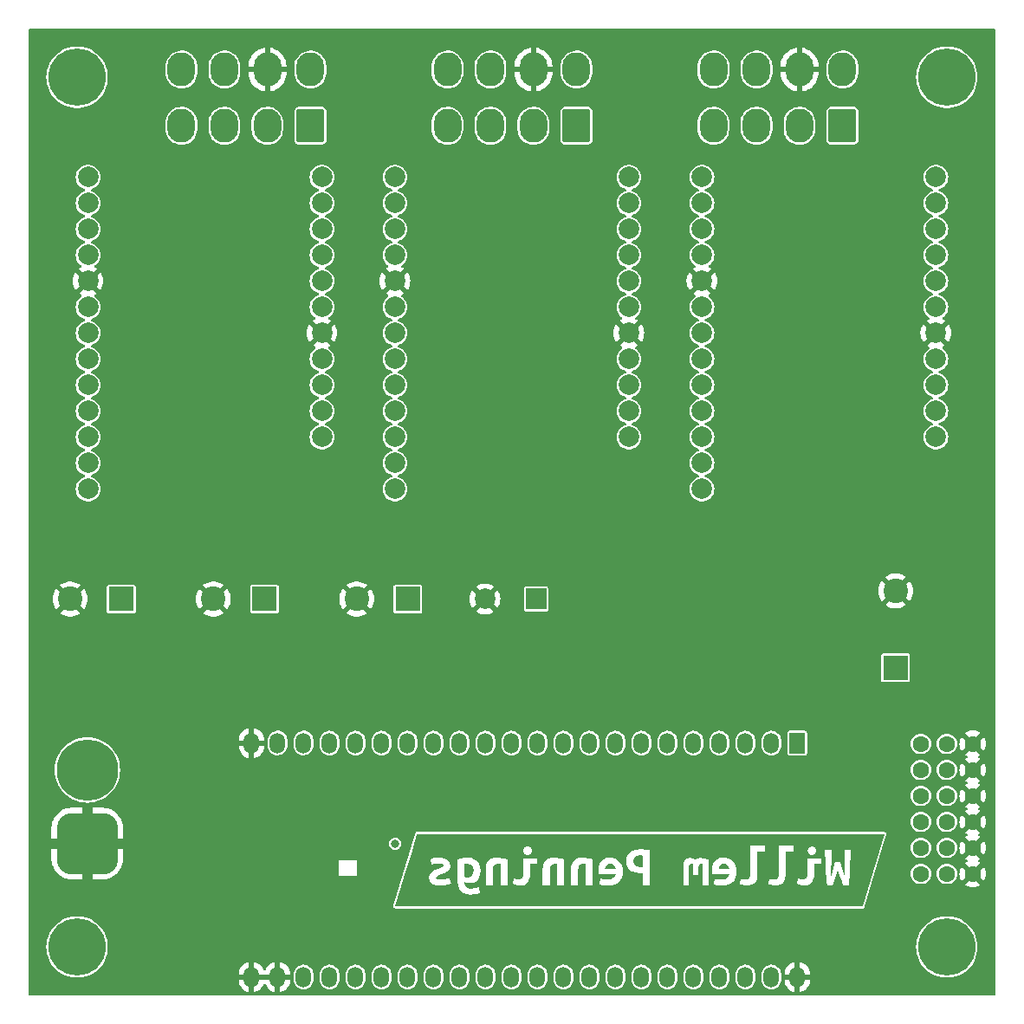
<source format=gbl>
%TF.GenerationSoftware,KiCad,Pcbnew,7.0.8*%
%TF.CreationDate,2024-01-29T21:33:25+01:00*%
%TF.ProjectId,cube-motherboard,63756265-2d6d-46f7-9468-6572626f6172,rev?*%
%TF.SameCoordinates,Original*%
%TF.FileFunction,Copper,L4,Bot*%
%TF.FilePolarity,Positive*%
%FSLAX46Y46*%
G04 Gerber Fmt 4.6, Leading zero omitted, Abs format (unit mm)*
G04 Created by KiCad (PCBNEW 7.0.8) date 2024-01-29 21:33:25*
%MOMM*%
%LPD*%
G01*
G04 APERTURE LIST*
G04 Aperture macros list*
%AMRoundRect*
0 Rectangle with rounded corners*
0 $1 Rounding radius*
0 $2 $3 $4 $5 $6 $7 $8 $9 X,Y pos of 4 corners*
0 Add a 4 corners polygon primitive as box body*
4,1,4,$2,$3,$4,$5,$6,$7,$8,$9,$2,$3,0*
0 Add four circle primitives for the rounded corners*
1,1,$1+$1,$2,$3*
1,1,$1+$1,$4,$5*
1,1,$1+$1,$6,$7*
1,1,$1+$1,$8,$9*
0 Add four rect primitives between the rounded corners*
20,1,$1+$1,$2,$3,$4,$5,0*
20,1,$1+$1,$4,$5,$6,$7,0*
20,1,$1+$1,$6,$7,$8,$9,0*
20,1,$1+$1,$8,$9,$2,$3,0*%
G04 Aperture macros list end*
%TA.AperFunction,ComponentPad*%
%ADD10C,2.000000*%
%TD*%
%TA.AperFunction,ComponentPad*%
%ADD11C,1.600000*%
%TD*%
%TA.AperFunction,ComponentPad*%
%ADD12R,1.500000X2.000000*%
%TD*%
%TA.AperFunction,ComponentPad*%
%ADD13O,1.500000X2.000000*%
%TD*%
%TA.AperFunction,ComponentPad*%
%ADD14C,5.600000*%
%TD*%
%TA.AperFunction,ComponentPad*%
%ADD15RoundRect,1.500000X1.500000X-1.500000X1.500000X1.500000X-1.500000X1.500000X-1.500000X-1.500000X0*%
%TD*%
%TA.AperFunction,ComponentPad*%
%ADD16C,6.000000*%
%TD*%
%TA.AperFunction,ComponentPad*%
%ADD17R,2.000000X2.000000*%
%TD*%
%TA.AperFunction,ComponentPad*%
%ADD18RoundRect,0.250001X1.099999X1.399999X-1.099999X1.399999X-1.099999X-1.399999X1.099999X-1.399999X0*%
%TD*%
%TA.AperFunction,ComponentPad*%
%ADD19O,2.700000X3.300000*%
%TD*%
%TA.AperFunction,ComponentPad*%
%ADD20R,2.400000X2.400000*%
%TD*%
%TA.AperFunction,ComponentPad*%
%ADD21C,2.400000*%
%TD*%
%TA.AperFunction,ViaPad*%
%ADD22C,0.800000*%
%TD*%
G04 APERTURE END LIST*
%TA.AperFunction,EtchedComponent*%
%TO.C,kibuzzard-65625AD1*%
G36*
X88439944Y-101883256D02*
G01*
X88601075Y-102005494D01*
X88701087Y-102183294D01*
X88748316Y-102388875D01*
X87703741Y-102388875D01*
X87731522Y-102186072D01*
X87820422Y-102011050D01*
X87975997Y-101886034D01*
X88209359Y-101838806D01*
X88439944Y-101883256D01*
G37*
%TD.AperFunction*%
%TA.AperFunction,EtchedComponent*%
G36*
X77327444Y-101883256D02*
G01*
X77488575Y-102005494D01*
X77588588Y-102183294D01*
X77635816Y-102388875D01*
X76591241Y-102388875D01*
X76619022Y-102186072D01*
X76707922Y-102011050D01*
X76863497Y-101886034D01*
X77096859Y-101838806D01*
X77327444Y-101883256D01*
G37*
%TD.AperFunction*%
%TA.AperFunction,EtchedComponent*%
G36*
X63478491Y-101913507D02*
G01*
X63678516Y-102154278D01*
X63745191Y-102555563D01*
X63716020Y-102839626D01*
X63628509Y-103047291D01*
X63261797Y-103216756D01*
X63053437Y-103188975D01*
X62878416Y-103116744D01*
X62878416Y-101861031D01*
X63017322Y-101838806D01*
X63145116Y-101833250D01*
X63478491Y-101913507D01*
G37*
%TD.AperFunction*%
%TA.AperFunction,EtchedComponent*%
G36*
X80138906Y-101063709D02*
G01*
X80308372Y-101077600D01*
X80308372Y-102188850D01*
X80030559Y-102188850D01*
X79743023Y-102156207D01*
X79536053Y-102058278D01*
X79411038Y-101881173D01*
X79369366Y-101611000D01*
X79410343Y-101354718D01*
X79533275Y-101185947D01*
X79724271Y-101092185D01*
X79969441Y-101060931D01*
X80138906Y-101063709D01*
G37*
%TD.AperFunction*%
%TA.AperFunction,EtchedComponent*%
G36*
X101768461Y-106035627D02*
G01*
X100610909Y-106035627D01*
X98282841Y-106035627D01*
X96104791Y-106035627D01*
X93354447Y-106035627D01*
X90576322Y-106035627D01*
X88020447Y-106035627D01*
X84231084Y-106035627D01*
X80308372Y-106035627D01*
X76907947Y-106035627D01*
X73285272Y-106035627D01*
X70507147Y-106035627D01*
X68323541Y-106035627D01*
X64950897Y-106035627D01*
X63489603Y-106035627D01*
X60583684Y-106035627D01*
X59389091Y-106035627D01*
X58231539Y-106035627D01*
X56110162Y-106035627D01*
X56954157Y-103222313D01*
X59389091Y-103222313D01*
X59450209Y-103527906D01*
X59653013Y-103777938D01*
X60022503Y-103944625D01*
X60276702Y-103990464D01*
X60583684Y-104005744D01*
X60897612Y-103986297D01*
X61161534Y-103927956D01*
X61544916Y-103789050D01*
X61515193Y-103627919D01*
X62189441Y-103627919D01*
X62223704Y-104016856D01*
X62326495Y-104331710D01*
X62497812Y-104572481D01*
X62745066Y-104742256D01*
X63075662Y-104844120D01*
X63489603Y-104878075D01*
X63729216Y-104865573D01*
X63959106Y-104828069D01*
X64389716Y-104711388D01*
X64261922Y-104133538D01*
X63922991Y-104247441D01*
X63478491Y-104300225D01*
X63184009Y-104258553D01*
X63000653Y-104144650D01*
X62906197Y-103975184D01*
X62902122Y-103944625D01*
X64950897Y-103944625D01*
X65634316Y-103944625D01*
X65634316Y-102561119D01*
X65655152Y-102245802D01*
X65717659Y-102033275D01*
X66056591Y-101872144D01*
X66209387Y-101877700D01*
X66367741Y-101894369D01*
X66367741Y-103944625D01*
X67051159Y-103944625D01*
X67051159Y-103833500D01*
X67584559Y-103833500D01*
X67981831Y-103969628D01*
X68323541Y-104005744D01*
X68568710Y-103986297D01*
X68713073Y-103944625D01*
X70507147Y-103944625D01*
X71190566Y-103944625D01*
X71190566Y-102561119D01*
X71211402Y-102245802D01*
X71273909Y-102033275D01*
X71612841Y-101872144D01*
X71765637Y-101877700D01*
X71923991Y-101894369D01*
X71923991Y-103944625D01*
X72607409Y-103944625D01*
X73285272Y-103944625D01*
X73968691Y-103944625D01*
X73968691Y-102561119D01*
X73989527Y-102245802D01*
X74052034Y-102033275D01*
X74390966Y-101872144D01*
X74543763Y-101877700D01*
X74702116Y-101894369D01*
X74702116Y-103944625D01*
X75385534Y-103944625D01*
X75385534Y-102605569D01*
X75930047Y-102605569D01*
X75932825Y-102744475D01*
X75941159Y-102861156D01*
X77635816Y-102861156D01*
X77583031Y-103089657D01*
X77424678Y-103263984D01*
X77182981Y-103374415D01*
X76880166Y-103411225D01*
X76488450Y-103366775D01*
X76174522Y-103277875D01*
X76080066Y-103861281D01*
X76457891Y-103964072D01*
X76907947Y-104005744D01*
X77223959Y-103984213D01*
X77505244Y-103919622D01*
X77749719Y-103812664D01*
X77955300Y-103664034D01*
X78119904Y-103474427D01*
X78241447Y-103244538D01*
X78316456Y-102973670D01*
X78341459Y-102661131D01*
X78315067Y-102337480D01*
X78235891Y-102055500D01*
X78113653Y-101815887D01*
X77958078Y-101619334D01*
X77954734Y-101616556D01*
X78669278Y-101616556D01*
X78709715Y-101989751D01*
X78831027Y-102287010D01*
X79033212Y-102508334D01*
X79309482Y-102661131D01*
X79653043Y-102752809D01*
X80063897Y-102783369D01*
X80308372Y-102783369D01*
X80308372Y-103944625D01*
X80991791Y-103944625D01*
X84231084Y-103944625D01*
X84786709Y-103944625D01*
X84786709Y-102349981D01*
X84806156Y-102099950D01*
X84856163Y-101955488D01*
X84928394Y-101888813D01*
X85014516Y-101872144D01*
X85120084Y-101880478D01*
X85220097Y-101911038D01*
X85192316Y-102144400D01*
X85181203Y-102427769D01*
X85181203Y-102950056D01*
X85736828Y-102950056D01*
X85736828Y-102349981D01*
X85789612Y-101977713D01*
X85959078Y-101872144D01*
X86039644Y-101877700D01*
X86131322Y-101894369D01*
X86131322Y-103944625D01*
X86686947Y-103944625D01*
X86686947Y-102605569D01*
X87042547Y-102605569D01*
X87045325Y-102744475D01*
X87053659Y-102861156D01*
X88748316Y-102861156D01*
X88695531Y-103089657D01*
X88537178Y-103263984D01*
X88295481Y-103374415D01*
X87992666Y-103411225D01*
X87600950Y-103366775D01*
X87287022Y-103277875D01*
X87192566Y-103861281D01*
X87570391Y-103964072D01*
X88020447Y-104005744D01*
X88336459Y-103984213D01*
X88617744Y-103919622D01*
X88814594Y-103833500D01*
X89809559Y-103833500D01*
X89884569Y-103872394D01*
X90037366Y-103930734D01*
X90267950Y-103983519D01*
X90576322Y-104005744D01*
X90984706Y-103935596D01*
X91120834Y-103833500D01*
X92587684Y-103833500D01*
X92662694Y-103872394D01*
X92815491Y-103930734D01*
X93046075Y-103983519D01*
X93354447Y-104005744D01*
X93762831Y-103935596D01*
X93898959Y-103833500D01*
X95365809Y-103833500D01*
X95763081Y-103969628D01*
X96104791Y-104005744D01*
X96349960Y-103986297D01*
X96552069Y-103927956D01*
X96840994Y-103702928D01*
X96993791Y-103344550D01*
X97027128Y-103118133D01*
X97038241Y-102861156D01*
X97038241Y-101899925D01*
X97760553Y-101899925D01*
X97760553Y-101333188D01*
X96815991Y-101333188D01*
X96354822Y-101333188D01*
X96354822Y-102950056D01*
X96268700Y-103297322D01*
X95982553Y-103411225D01*
X95754747Y-103386222D01*
X95454709Y-103283431D01*
X95365809Y-103833500D01*
X93898959Y-103833500D01*
X94043422Y-103725153D01*
X94205942Y-103379971D01*
X94260116Y-102905606D01*
X94260116Y-100688663D01*
X94982428Y-100688663D01*
X94982428Y-100583094D01*
X96382603Y-100583094D01*
X96510397Y-100899800D01*
X96815991Y-101016481D01*
X97118806Y-100899800D01*
X97243822Y-100583094D01*
X97213646Y-100505306D01*
X98088372Y-100505306D01*
X98105041Y-100933832D01*
X98121709Y-101374859D01*
X98139767Y-101820748D01*
X98160603Y-102263859D01*
X98184912Y-102702109D01*
X98213388Y-103133413D01*
X98246030Y-103550131D01*
X98282841Y-103944625D01*
X98849578Y-103944625D01*
X98971816Y-103581385D01*
X99094053Y-103191753D01*
X99216291Y-102797954D01*
X99338528Y-102422213D01*
X99463544Y-102787536D01*
X99594116Y-103183419D01*
X99721909Y-103579302D01*
X99838591Y-103944625D01*
X100405328Y-103944625D01*
X100447000Y-103549437D01*
X100483116Y-103130634D01*
X100514370Y-102697247D01*
X100541456Y-102258303D01*
X100564376Y-101815192D01*
X100583128Y-101369303D01*
X100598408Y-100929665D01*
X100610909Y-100505306D01*
X99977497Y-100505306D01*
X99983053Y-100838681D01*
X99988609Y-101183169D01*
X99994166Y-101532518D01*
X99999722Y-101880478D01*
X100005278Y-102223577D01*
X100010834Y-102558341D01*
X100015002Y-102878520D01*
X100016391Y-103177863D01*
X99902488Y-102788925D01*
X99780250Y-102372206D01*
X99671903Y-101994381D01*
X99594116Y-101722125D01*
X99094053Y-101722125D01*
X99027378Y-101983269D01*
X98930144Y-102327756D01*
X98813463Y-102733363D01*
X98688447Y-103177863D01*
X98689836Y-102878520D01*
X98694003Y-102558341D01*
X98699559Y-102224271D01*
X98705116Y-101883256D01*
X98710672Y-101536685D01*
X98716228Y-101185947D01*
X98720395Y-100839376D01*
X98721784Y-100505306D01*
X98088372Y-100505306D01*
X97213646Y-100505306D01*
X97118806Y-100260831D01*
X96815991Y-100144150D01*
X96510397Y-100260831D01*
X96382603Y-100583094D01*
X94982428Y-100583094D01*
X94982428Y-100121925D01*
X93576697Y-100121925D01*
X93576697Y-102955613D01*
X93471128Y-103316769D01*
X93204428Y-103411225D01*
X92859941Y-103355663D01*
X92676584Y-103283431D01*
X92587684Y-103833500D01*
X91120834Y-103833500D01*
X91265297Y-103725153D01*
X91427817Y-103379971D01*
X91481991Y-102905606D01*
X91481991Y-100688663D01*
X92204303Y-100688663D01*
X92204303Y-100121925D01*
X90798572Y-100121925D01*
X90798572Y-102955613D01*
X90693003Y-103316769D01*
X90426303Y-103411225D01*
X90081816Y-103355663D01*
X89898459Y-103283431D01*
X89809559Y-103833500D01*
X88814594Y-103833500D01*
X88862219Y-103812664D01*
X89067800Y-103664034D01*
X89232404Y-103474427D01*
X89353947Y-103244538D01*
X89428956Y-102973670D01*
X89453959Y-102661131D01*
X89427567Y-102337480D01*
X89348391Y-102055500D01*
X89226153Y-101815887D01*
X89070578Y-101619334D01*
X88885833Y-101465843D01*
X88676084Y-101355413D01*
X88451056Y-101288737D01*
X88220472Y-101266513D01*
X87866107Y-101304480D01*
X87573477Y-101418383D01*
X87342584Y-101608222D01*
X87175897Y-101870909D01*
X87075884Y-102203358D01*
X87042547Y-102605569D01*
X86686947Y-102605569D01*
X86686947Y-101433200D01*
X86259116Y-101338744D01*
X85886847Y-101305406D01*
X85628481Y-101341522D01*
X85431234Y-101460981D01*
X85208984Y-101352634D01*
X84942284Y-101305406D01*
X84586684Y-101372081D01*
X84367212Y-101572106D01*
X84258866Y-101908259D01*
X84238030Y-102128426D01*
X84231084Y-102383319D01*
X84231084Y-103944625D01*
X80991791Y-103944625D01*
X80991791Y-100549756D01*
X80766762Y-100510863D01*
X80513953Y-100485859D01*
X80263922Y-100471969D01*
X80047228Y-100466413D01*
X79642857Y-100496355D01*
X79303925Y-100586181D01*
X79030434Y-100735891D01*
X78829792Y-100953510D01*
X78709407Y-101247066D01*
X78669278Y-101616556D01*
X77954734Y-101616556D01*
X77773333Y-101465843D01*
X77563584Y-101355413D01*
X77338556Y-101288737D01*
X77107972Y-101266513D01*
X76753607Y-101304480D01*
X76460977Y-101418383D01*
X76230084Y-101608222D01*
X76063397Y-101870909D01*
X75963384Y-102203358D01*
X75930047Y-102605569D01*
X75385534Y-102605569D01*
X75385534Y-101416531D01*
X75180648Y-101367914D01*
X74932700Y-101322075D01*
X74651415Y-101288738D01*
X74346516Y-101277625D01*
X74061758Y-101299155D01*
X73829784Y-101363747D01*
X73504744Y-101608222D01*
X73335278Y-101986047D01*
X73297773Y-102217326D01*
X73285272Y-102472219D01*
X73285272Y-103944625D01*
X72607409Y-103944625D01*
X72607409Y-101416531D01*
X72402523Y-101367914D01*
X72154575Y-101322075D01*
X71873290Y-101288738D01*
X71568391Y-101277625D01*
X71283633Y-101299155D01*
X71051659Y-101363747D01*
X70726619Y-101608222D01*
X70557153Y-101986047D01*
X70519648Y-102217326D01*
X70507147Y-102472219D01*
X70507147Y-103944625D01*
X68713073Y-103944625D01*
X68770819Y-103927956D01*
X69059744Y-103702928D01*
X69212541Y-103344550D01*
X69245878Y-103118133D01*
X69256991Y-102861156D01*
X69256991Y-101899925D01*
X69979303Y-101899925D01*
X69979303Y-101333188D01*
X69034741Y-101333188D01*
X68573572Y-101333188D01*
X68573572Y-102950056D01*
X68487450Y-103297322D01*
X68201303Y-103411225D01*
X67973497Y-103386222D01*
X67673459Y-103283431D01*
X67584559Y-103833500D01*
X67051159Y-103833500D01*
X67051159Y-101416531D01*
X66846273Y-101367914D01*
X66598325Y-101322075D01*
X66317040Y-101288738D01*
X66012141Y-101277625D01*
X65727383Y-101299155D01*
X65495409Y-101363747D01*
X65170369Y-101608222D01*
X65000903Y-101986047D01*
X64963398Y-102217326D01*
X64950897Y-102472219D01*
X64950897Y-103944625D01*
X62902122Y-103944625D01*
X62878416Y-103766825D01*
X62878416Y-103661256D01*
X63142338Y-103744600D01*
X63400703Y-103772381D01*
X63714014Y-103736574D01*
X63972380Y-103629153D01*
X64175800Y-103450119D01*
X64322423Y-103207496D01*
X64410397Y-102909310D01*
X64439722Y-102555563D01*
X64400211Y-102162303D01*
X64281677Y-101841893D01*
X64084122Y-101594331D01*
X63818657Y-101418383D01*
X63496394Y-101312815D01*
X63117334Y-101277625D01*
X62824088Y-101293059D01*
X62514790Y-101339361D01*
X62189441Y-101416531D01*
X62189441Y-103627919D01*
X61515193Y-103627919D01*
X61439347Y-103216756D01*
X61025406Y-103361219D01*
X60578128Y-103427894D01*
X60194747Y-103391778D01*
X60061397Y-103244538D01*
X60103069Y-103122300D01*
X60219750Y-103036178D01*
X60391994Y-102966725D01*
X60594797Y-102900050D01*
X60900391Y-102797259D01*
X61183759Y-102650019D01*
X61394897Y-102424991D01*
X61478241Y-102083281D01*
X61414344Y-101769353D01*
X61214319Y-101508209D01*
X60867053Y-101330409D01*
X60635080Y-101282487D01*
X60361434Y-101266513D01*
X60114876Y-101276236D01*
X59886375Y-101305406D01*
X59505772Y-101416531D01*
X59611341Y-101994381D01*
X59905822Y-101902703D01*
X60355878Y-101838806D01*
X60708700Y-101902703D01*
X60800378Y-102038831D01*
X60758706Y-102147178D01*
X60647581Y-102233300D01*
X60486450Y-102308309D01*
X60289203Y-102377763D01*
X59978053Y-102488888D01*
X59686350Y-102641684D01*
X59472434Y-102875047D01*
X59389091Y-103222313D01*
X56954157Y-103222313D01*
X57745923Y-100583094D01*
X68601353Y-100583094D01*
X68729147Y-100899800D01*
X69034741Y-101016481D01*
X69337556Y-100899800D01*
X69462572Y-100583094D01*
X69337556Y-100260831D01*
X69034741Y-100144150D01*
X68729147Y-100260831D01*
X68601353Y-100583094D01*
X57745923Y-100583094D01*
X58231539Y-98964373D01*
X59389091Y-98964373D01*
X100610909Y-98964373D01*
X101768461Y-98964373D01*
X103889838Y-98964373D01*
X101768461Y-106035627D01*
G37*
%TD.AperFunction*%
%TD*%
D10*
%TO.P,U3,1,M1*%
%TO.N,P1_M3*%
X86070000Y-34760000D03*
%TO.P,U3,2,M2*%
%TO.N,P2_M3*%
X86070000Y-37300000D03*
%TO.P,U3,3,M3*%
%TO.N,P3_M3*%
X86070000Y-39840000D03*
%TO.P,U3,4,VCC*%
%TO.N,VCC_M3*%
X86070000Y-42380000D03*
%TO.P,U3,5,GND*%
%TO.N,GND*%
X86070000Y-44920000D03*
%TO.P,U3,6,+5V*%
%TO.N,5V_M3*%
X86070000Y-47460000D03*
%TO.P,U3,7,H1*%
%TO.N,H1_M3*%
X86070000Y-50000000D03*
%TO.P,U3,8,H2*%
%TO.N,H2_M3*%
X86070000Y-52540000D03*
%TO.P,U3,9,H3*%
%TO.N,H3_M3*%
X86070000Y-55080000D03*
%TO.P,U3,10,A*%
%TO.N,unconnected-(U3-A-Pad10)*%
X86070000Y-57620000D03*
%TO.P,U3,11,A\u005C*%
%TO.N,unconnected-(U3-A\u005C-Pad11)*%
X86070000Y-60160000D03*
%TO.P,U3,12,B*%
%TO.N,unconnected-(U3-B-Pad12)*%
X86070000Y-62700000D03*
%TO.P,U3,13,B\u005C*%
%TO.N,unconnected-(U3-B\u005C-Pad13)*%
X86070000Y-65240000D03*
%TO.P,U3,14,DIO4*%
%TO.N,unconnected-(U3-DIO4-Pad14)*%
X108930000Y-60160000D03*
%TO.P,U3,15,DIO3*%
%TO.N,DI3_M3*%
X108930000Y-57620000D03*
%TO.P,U3,16,DI2*%
%TO.N,DI2_M3*%
X108930000Y-55080000D03*
%TO.P,U3,17,DI1*%
%TO.N,DI1_M3*%
X108930000Y-52540000D03*
%TO.P,U3,18,GND*%
%TO.N,GND*%
X108930000Y-50000000D03*
%TO.P,U3,19,AO2*%
%TO.N,AO2_M3*%
X108930000Y-47460000D03*
%TO.P,U3,20,AO1*%
%TO.N,AO1_M3*%
X108930000Y-44920000D03*
%TO.P,U3,21,AI2-*%
%TO.N,unconnected-(U3-AI2--Pad21)*%
X108930000Y-42380000D03*
%TO.P,U3,22,AI2+*%
%TO.N,unconnected-(U3-AI2+-Pad22)*%
X108930000Y-39840000D03*
%TO.P,U3,23,AI1-*%
%TO.N,unconnected-(U3-AI1--Pad23)*%
X108930000Y-37300000D03*
%TO.P,U3,24,AI1+*%
%TO.N,unconnected-(U3-AI1+-Pad24)*%
X108930000Y-34760000D03*
%TD*%
%TO.P,U2,1,M1*%
%TO.N,P1_M2*%
X56070000Y-34760000D03*
%TO.P,U2,2,M2*%
%TO.N,P2_M2*%
X56070000Y-37300000D03*
%TO.P,U2,3,M3*%
%TO.N,P3_M2*%
X56070000Y-39840000D03*
%TO.P,U2,4,VCC*%
%TO.N,VCC_M2*%
X56070000Y-42380000D03*
%TO.P,U2,5,GND*%
%TO.N,GND*%
X56070000Y-44920000D03*
%TO.P,U2,6,+5V*%
%TO.N,5V_M2*%
X56070000Y-47460000D03*
%TO.P,U2,7,H1*%
%TO.N,H1_M2*%
X56070000Y-50000000D03*
%TO.P,U2,8,H2*%
%TO.N,H2_M2*%
X56070000Y-52540000D03*
%TO.P,U2,9,H3*%
%TO.N,H3_M2*%
X56070000Y-55080000D03*
%TO.P,U2,10,A*%
%TO.N,unconnected-(U2-A-Pad10)*%
X56070000Y-57620000D03*
%TO.P,U2,11,A\u005C*%
%TO.N,unconnected-(U2-A\u005C-Pad11)*%
X56070000Y-60160000D03*
%TO.P,U2,12,B*%
%TO.N,unconnected-(U2-B-Pad12)*%
X56070000Y-62700000D03*
%TO.P,U2,13,B\u005C*%
%TO.N,unconnected-(U2-B\u005C-Pad13)*%
X56070000Y-65240000D03*
%TO.P,U2,14,DIO4*%
%TO.N,unconnected-(U2-DIO4-Pad14)*%
X78930000Y-60160000D03*
%TO.P,U2,15,DIO3*%
%TO.N,DI3_M2*%
X78930000Y-57620000D03*
%TO.P,U2,16,DI2*%
%TO.N,DI2_M2*%
X78930000Y-55080000D03*
%TO.P,U2,17,DI1*%
%TO.N,DI1_M2*%
X78930000Y-52540000D03*
%TO.P,U2,18,GND*%
%TO.N,GND*%
X78930000Y-50000000D03*
%TO.P,U2,19,AO2*%
%TO.N,AO2_M2*%
X78930000Y-47460000D03*
%TO.P,U2,20,AO1*%
%TO.N,AO1_M2*%
X78930000Y-44920000D03*
%TO.P,U2,21,AI2-*%
%TO.N,unconnected-(U2-AI2--Pad21)*%
X78930000Y-42380000D03*
%TO.P,U2,22,AI2+*%
%TO.N,unconnected-(U2-AI2+-Pad22)*%
X78930000Y-39840000D03*
%TO.P,U2,23,AI1-*%
%TO.N,unconnected-(U2-AI1--Pad23)*%
X78930000Y-37300000D03*
%TO.P,U2,24,AI1+*%
%TO.N,unconnected-(U2-AI1+-Pad24)*%
X78930000Y-34760000D03*
%TD*%
%TO.P,U1,1,M1*%
%TO.N,P1_M1*%
X26070000Y-34760000D03*
%TO.P,U1,2,M2*%
%TO.N,P2_M1*%
X26070000Y-37300000D03*
%TO.P,U1,3,M3*%
%TO.N,P3_M1*%
X26070000Y-39840000D03*
%TO.P,U1,4,VCC*%
%TO.N,VCC_M1*%
X26070000Y-42380000D03*
%TO.P,U1,5,GND*%
%TO.N,GND*%
X26070000Y-44920000D03*
%TO.P,U1,6,+5V*%
%TO.N,5V_M1*%
X26070000Y-47460000D03*
%TO.P,U1,7,H1*%
%TO.N,H1_M1*%
X26070000Y-50000000D03*
%TO.P,U1,8,H2*%
%TO.N,H2_M1*%
X26070000Y-52540000D03*
%TO.P,U1,9,H3*%
%TO.N,H3_M1*%
X26070000Y-55080000D03*
%TO.P,U1,10,A*%
%TO.N,unconnected-(U1-A-Pad10)*%
X26070000Y-57620000D03*
%TO.P,U1,11,A\u005C*%
%TO.N,unconnected-(U1-A\u005C-Pad11)*%
X26070000Y-60160000D03*
%TO.P,U1,12,B*%
%TO.N,unconnected-(U1-B-Pad12)*%
X26070000Y-62700000D03*
%TO.P,U1,13,B\u005C*%
%TO.N,unconnected-(U1-B\u005C-Pad13)*%
X26070000Y-65240000D03*
%TO.P,U1,14,DIO4*%
%TO.N,unconnected-(U1-DIO4-Pad14)*%
X48930000Y-60160000D03*
%TO.P,U1,15,DIO3*%
%TO.N,DI3_M1*%
X48930000Y-57620000D03*
%TO.P,U1,16,DI2*%
%TO.N,DI2_M1*%
X48930000Y-55080000D03*
%TO.P,U1,17,DI1*%
%TO.N,DI1_M1*%
X48930000Y-52540000D03*
%TO.P,U1,18,GND*%
%TO.N,GND*%
X48930000Y-50000000D03*
%TO.P,U1,19,AO2*%
%TO.N,AO2_M1*%
X48930000Y-47460000D03*
%TO.P,U1,20,AO1*%
%TO.N,AO1_M1*%
X48930000Y-44920000D03*
%TO.P,U1,21,AI2-*%
%TO.N,unconnected-(U1-AI2--Pad21)*%
X48930000Y-42380000D03*
%TO.P,U1,22,AI2+*%
%TO.N,unconnected-(U1-AI2+-Pad22)*%
X48930000Y-39840000D03*
%TO.P,U1,23,AI1-*%
%TO.N,unconnected-(U1-AI1--Pad23)*%
X48930000Y-37300000D03*
%TO.P,U1,24,AI1+*%
%TO.N,unconnected-(U1-AI1+-Pad24)*%
X48930000Y-34760000D03*
%TD*%
D11*
%TO.P,J5,1,Pin_1*%
%TO.N,SERVO1*%
X107460000Y-102850000D03*
%TO.P,J5,2,Pin_2*%
%TO.N,SERVO2*%
X107460000Y-100310000D03*
%TO.P,J5,3,Pin_3*%
%TO.N,SERVO3*%
X107460000Y-97770000D03*
%TO.P,J5,4,Pin_4*%
%TO.N,SERVO4*%
X107460000Y-95230000D03*
%TO.P,J5,5,Pin_5*%
%TO.N,SERVO5*%
X107460000Y-92690000D03*
%TO.P,J5,6,Pin_6*%
%TO.N,SERVO6*%
X107460000Y-90150000D03*
%TO.P,J5,7,Pin_7*%
%TO.N,+5V*%
X110000000Y-102850000D03*
%TO.P,J5,8,Pin_8*%
X110000000Y-100310000D03*
%TO.P,J5,9,Pin_9*%
X110000000Y-97770000D03*
%TO.P,J5,10,Pin_10*%
X110000000Y-95230000D03*
%TO.P,J5,11,Pin_11*%
X110000000Y-92690000D03*
%TO.P,J5,12,Pin_12*%
X110000000Y-90150000D03*
%TO.P,J5,13,Pin_13*%
%TO.N,GND*%
X112540000Y-102850000D03*
%TO.P,J5,14,Pin_14*%
X112540000Y-100310000D03*
%TO.P,J5,15,Pin_15*%
X112540000Y-97770000D03*
%TO.P,J5,16,Pin_16*%
X112540000Y-95230000D03*
%TO.P,J5,17,Pin_17*%
X112540000Y-92690000D03*
%TO.P,J5,18,Pin_18*%
X112540000Y-90150000D03*
%TD*%
D12*
%TO.P,U4,1,3V3*%
%TO.N,+3V3*%
X95392080Y-90070000D03*
D13*
%TO.P,U4,2,3V3*%
X92852080Y-90070000D03*
%TO.P,U4,3,CHIP_PU*%
%TO.N,unconnected-(U4-CHIP_PU-Pad3)*%
X90312080Y-90070000D03*
%TO.P,U4,4,GPIO4/ADC1_CH3*%
%TO.N,DI3_M3*%
X87772080Y-90070000D03*
%TO.P,U4,5,GPIO5/ADC1_CH4*%
%TO.N,DI2_M3*%
X85232080Y-90070000D03*
%TO.P,U4,6,GPIO6/ADC1_CH5*%
%TO.N,DI1_M3*%
X82692080Y-90070000D03*
%TO.P,U4,7,GPIO7/ADC1_CH6*%
%TO.N,AO2_M3*%
X80152080Y-90070000D03*
%TO.P,U4,8,GPIO15/ADC2_CH4/32K_P*%
%TO.N,AO1_M3*%
X77612080Y-90070000D03*
%TO.P,U4,9,GPIO16/ADC2_CH5/32K_N*%
%TO.N,DI3_M2*%
X75072080Y-90070000D03*
%TO.P,U4,10,GPIO17/ADC2_CH6*%
%TO.N,DI2_M2*%
X72532080Y-90070000D03*
%TO.P,U4,11,GPIO18/ADC2_CH7*%
%TO.N,DI1_M2*%
X69992080Y-90070000D03*
%TO.P,U4,12,GPIO8/ADC1_CH7*%
%TO.N,AO2_M2*%
X67452080Y-90070000D03*
%TO.P,U4,13,GPIO3/ADC1_CH2*%
%TO.N,unconnected-(U4-GPIO3{slash}ADC1_CH2-Pad13)*%
X64912080Y-90070000D03*
%TO.P,U4,14,GPIO46*%
%TO.N,unconnected-(U4-GPIO46-Pad14)*%
X62372080Y-90070000D03*
%TO.P,U4,15,GPIO9/ADC1_CH8*%
%TO.N,AO1_M2*%
X59832080Y-90070000D03*
%TO.P,U4,16,GPIO10/ADC1_CH9*%
%TO.N,AO1_M1*%
X57292080Y-90070000D03*
%TO.P,U4,17,GPIO11/ADC2_CH0*%
%TO.N,AO2_M1*%
X54752080Y-90070000D03*
%TO.P,U4,18,GPIO12/ADC2_CH1*%
%TO.N,DI1_M1*%
X52212080Y-90070000D03*
%TO.P,U4,19,GPIO13/ADC2_CH2*%
%TO.N,DI2_M1*%
X49672080Y-90070000D03*
%TO.P,U4,20,GPIO14/ADC2_CH3*%
%TO.N,DI3_M1*%
X47134800Y-90066320D03*
%TO.P,U4,21,5V*%
%TO.N,+5V*%
X44594800Y-90066320D03*
%TO.P,U4,22,GND*%
%TO.N,GND*%
X42054800Y-90066320D03*
%TO.P,U4,23,GND*%
X42052080Y-112930000D03*
%TO.P,U4,24,GND*%
X44592080Y-112930000D03*
%TO.P,U4,25,GPIO19/USB_D-*%
%TO.N,unconnected-(U4-GPIO19{slash}USB_D--Pad25)*%
X47132080Y-112930000D03*
%TO.P,U4,26,GPIO20/USB_D+*%
%TO.N,unconnected-(U4-GPIO20{slash}USB_D+-Pad26)*%
X49672080Y-112930000D03*
%TO.P,U4,27,GPIO21*%
%TO.N,SCL*%
X52212080Y-112930000D03*
%TO.P,U4,28,GPIO47*%
%TO.N,SDA*%
X54752080Y-112930000D03*
%TO.P,U4,29,GPIO48*%
%TO.N,unconnected-(U4-GPIO48-Pad29)*%
X57292080Y-112930000D03*
%TO.P,U4,30,GPIO45*%
%TO.N,unconnected-(U4-GPIO45-Pad30)*%
X59832080Y-112930000D03*
%TO.P,U4,31,GPIO0*%
%TO.N,unconnected-(U4-GPIO0-Pad31)*%
X62372080Y-112930000D03*
%TO.P,U4,32,GPIO35*%
%TO.N,unconnected-(U4-GPIO35-Pad32)*%
X64912080Y-112930000D03*
%TO.P,U4,33,GPIO36*%
%TO.N,unconnected-(U4-GPIO36-Pad33)*%
X67452080Y-112930000D03*
%TO.P,U4,34,GPIO37*%
%TO.N,unconnected-(U4-GPIO37-Pad34)*%
X69992080Y-112930000D03*
%TO.P,U4,35,GPIO38*%
%TO.N,unconnected-(U4-GPIO38-Pad35)*%
X72532080Y-112930000D03*
%TO.P,U4,36,GPIO39/MTCK*%
%TO.N,SERVO6*%
X75072080Y-112930000D03*
%TO.P,U4,37,GPIO40/MTDO*%
%TO.N,SERVO5*%
X77612080Y-112930000D03*
%TO.P,U4,38,GPIO41/MTDI*%
%TO.N,SERVO4*%
X80152080Y-112930000D03*
%TO.P,U4,39,GPIO42/MTMS*%
%TO.N,SERVO3*%
X82692080Y-112930000D03*
%TO.P,U4,40,GPIO2/ADC1_CH1*%
%TO.N,SERVO2*%
X85232080Y-112930000D03*
%TO.P,U4,41,GPIO1/ADC1_CH0*%
%TO.N,SERVO1*%
X87772080Y-112930000D03*
%TO.P,U4,42,GPIO44/U0RXD*%
%TO.N,unconnected-(U4-GPIO44{slash}U0RXD-Pad42)*%
X90312080Y-112930000D03*
%TO.P,U4,43,GPIO43/U0TXD*%
%TO.N,unconnected-(U4-GPIO43{slash}U0TXD-Pad43)*%
X92852080Y-112930000D03*
%TO.P,U4,44,GND*%
%TO.N,GND*%
X95392080Y-112930000D03*
%TD*%
D14*
%TO.P,H4,1*%
%TO.N,N/C*%
X110000000Y-110000000D03*
%TD*%
D15*
%TO.P,J1,1,Pin_1*%
%TO.N,GND*%
X26000000Y-99900000D03*
D16*
%TO.P,J1,2,Pin_2*%
%TO.N,+24V*%
X26000000Y-92700000D03*
%TD*%
D17*
%TO.P,C5,1*%
%TO.N,+5V*%
X69867677Y-76000000D03*
D10*
%TO.P,C5,2*%
%TO.N,GND*%
X64867677Y-76000000D03*
%TD*%
D14*
%TO.P,H1,1*%
%TO.N,N/C*%
X25000000Y-25000000D03*
%TD*%
D18*
%TO.P,J2,1,Pin_1*%
%TO.N,H1_M1*%
X47800000Y-29750000D03*
D19*
%TO.P,J2,2,Pin_2*%
%TO.N,H2_M1*%
X43600000Y-29750000D03*
%TO.P,J2,3,Pin_3*%
%TO.N,5V_M1*%
X39400000Y-29750000D03*
%TO.P,J2,4,Pin_4*%
%TO.N,P3_M1*%
X35200000Y-29750000D03*
%TO.P,J2,5,Pin_5*%
%TO.N,H3_M1*%
X47800000Y-24250000D03*
%TO.P,J2,6,Pin_6*%
%TO.N,GND*%
X43600000Y-24250000D03*
%TO.P,J2,7,Pin_7*%
%TO.N,P1_M1*%
X39400000Y-24250000D03*
%TO.P,J2,8,Pin_8*%
%TO.N,P2_M1*%
X35200000Y-24250000D03*
%TD*%
D20*
%TO.P,C2,1*%
%TO.N,VCC_M2*%
X43323959Y-76000000D03*
D21*
%TO.P,C2,2*%
%TO.N,GND*%
X38323959Y-76000000D03*
%TD*%
D18*
%TO.P,J3,1,Pin_1*%
%TO.N,H1_M2*%
X73800000Y-29750000D03*
D19*
%TO.P,J3,2,Pin_2*%
%TO.N,H2_M2*%
X69600000Y-29750000D03*
%TO.P,J3,3,Pin_3*%
%TO.N,5V_M2*%
X65400000Y-29750000D03*
%TO.P,J3,4,Pin_4*%
%TO.N,P3_M2*%
X61200000Y-29750000D03*
%TO.P,J3,5,Pin_5*%
%TO.N,H3_M2*%
X73800000Y-24250000D03*
%TO.P,J3,6,Pin_6*%
%TO.N,GND*%
X69600000Y-24250000D03*
%TO.P,J3,7,Pin_7*%
%TO.N,P1_M2*%
X65400000Y-24250000D03*
%TO.P,J3,8,Pin_8*%
%TO.N,P2_M2*%
X61200000Y-24250000D03*
%TD*%
D20*
%TO.P,C1,1*%
%TO.N,VCC_M1*%
X29323959Y-76000000D03*
D21*
%TO.P,C1,2*%
%TO.N,GND*%
X24323959Y-76000000D03*
%TD*%
D20*
%TO.P,C4,1*%
%TO.N,+24V*%
X105000000Y-82702780D03*
D21*
%TO.P,C4,2*%
%TO.N,GND*%
X105000000Y-75202780D03*
%TD*%
D20*
%TO.P,C3,1*%
%TO.N,VCC_M3*%
X57323959Y-76000000D03*
D21*
%TO.P,C3,2*%
%TO.N,GND*%
X52323959Y-76000000D03*
%TD*%
D14*
%TO.P,H3,1*%
%TO.N,N/C*%
X25000000Y-110000000D03*
%TD*%
D18*
%TO.P,J4,1,Pin_1*%
%TO.N,H1_M3*%
X99800000Y-29750000D03*
D19*
%TO.P,J4,2,Pin_2*%
%TO.N,H2_M3*%
X95600000Y-29750000D03*
%TO.P,J4,3,Pin_3*%
%TO.N,5V_M3*%
X91400000Y-29750000D03*
%TO.P,J4,4,Pin_4*%
%TO.N,P3_M3*%
X87200000Y-29750000D03*
%TO.P,J4,5,Pin_5*%
%TO.N,H3_M3*%
X99800000Y-24250000D03*
%TO.P,J4,6,Pin_6*%
%TO.N,GND*%
X95600000Y-24250000D03*
%TO.P,J4,7,Pin_7*%
%TO.N,P1_M3*%
X91400000Y-24250000D03*
%TO.P,J4,8,Pin_8*%
%TO.N,P2_M3*%
X87200000Y-24250000D03*
%TD*%
D14*
%TO.P,H2,1*%
%TO.N,N/C*%
X110000000Y-25000000D03*
%TD*%
D22*
%TO.N,GND*%
X92600000Y-82725000D03*
X72000000Y-71500000D03*
X63500000Y-61000000D03*
X68722080Y-95000000D03*
X64500000Y-60000000D03*
X72000000Y-70500000D03*
X88600000Y-81725000D03*
X109700000Y-75525000D03*
X107700000Y-76525000D03*
X41500000Y-60000000D03*
X39500000Y-61000000D03*
X70500000Y-42000000D03*
X71000000Y-71500000D03*
X65500000Y-61000000D03*
X37500000Y-80000000D03*
X87600000Y-83725000D03*
X104700000Y-72525000D03*
X99500000Y-41000000D03*
X22000000Y-85000000D03*
X86600000Y-84725000D03*
X65500000Y-41000000D03*
X52000000Y-97500000D03*
X68000000Y-71500000D03*
X90600000Y-84725000D03*
X39500000Y-41000000D03*
X53500000Y-81500000D03*
X99200000Y-69525000D03*
X68500000Y-42000000D03*
X68000000Y-70500000D03*
X98500000Y-61000000D03*
X44500000Y-99000000D03*
X65000000Y-73500000D03*
X48865266Y-102959234D03*
X97500000Y-60000000D03*
X26000000Y-81000000D03*
X53500000Y-80500000D03*
X37500000Y-41000000D03*
X100500000Y-61000000D03*
X104700000Y-70525000D03*
X107700000Y-70525000D03*
X66500000Y-78500000D03*
X69500000Y-41000000D03*
X107700000Y-72525000D03*
X108700000Y-74525000D03*
X64500000Y-42000000D03*
X81422080Y-95000000D03*
X40500000Y-41000000D03*
X61102080Y-95000000D03*
X96500000Y-41000000D03*
X41500000Y-41000000D03*
X23000000Y-81000000D03*
X70000000Y-70500000D03*
X103700000Y-70525000D03*
X97500000Y-61000000D03*
X38500000Y-61000000D03*
X94200000Y-66525000D03*
X38500000Y-82000000D03*
X100500000Y-42000000D03*
X23000000Y-82000000D03*
X39500000Y-80000000D03*
X101500000Y-42000000D03*
X21000000Y-84000000D03*
X65500000Y-42000000D03*
X99500000Y-60000000D03*
X36500000Y-42000000D03*
X86600000Y-80725000D03*
X36500000Y-41000000D03*
X89600000Y-84725000D03*
X67500000Y-42000000D03*
X78627580Y-95000000D03*
X104700000Y-71525000D03*
X58307580Y-95000000D03*
X95500000Y-61000000D03*
X37500000Y-60000000D03*
X25000000Y-82000000D03*
X98500000Y-41000000D03*
X21000000Y-81000000D03*
X99500000Y-61000000D03*
X22000000Y-31500000D03*
X106700000Y-71525000D03*
X52500000Y-79500000D03*
X68500000Y-60000000D03*
X52500000Y-80500000D03*
X99200000Y-68525000D03*
X103700000Y-72525000D03*
X71500000Y-61000000D03*
X95200000Y-66525000D03*
X89600000Y-82725000D03*
X51500000Y-81500000D03*
X101500000Y-60000000D03*
X23000000Y-31500000D03*
X24000000Y-31500000D03*
X64500000Y-41000000D03*
X90600000Y-83725000D03*
X33500000Y-41000000D03*
X109700000Y-73525000D03*
X38500000Y-80000000D03*
X91600000Y-81725000D03*
X96500000Y-61000000D03*
X94500000Y-61000000D03*
X91600000Y-80725000D03*
X40500000Y-60000000D03*
X66500000Y-41000000D03*
X66500000Y-61000000D03*
X92600000Y-83725000D03*
X67500000Y-60000000D03*
X100500000Y-60000000D03*
X87600000Y-82725000D03*
X37500000Y-81000000D03*
X67000000Y-71500000D03*
X107700000Y-71525000D03*
X34500000Y-41000000D03*
X37500000Y-42000000D03*
X33500000Y-61000000D03*
X95500000Y-60000000D03*
X71500000Y-60000000D03*
X106700000Y-72525000D03*
X71500000Y-41000000D03*
X67500000Y-41000000D03*
X39500000Y-82000000D03*
X38500000Y-60000000D03*
X84700000Y-73025000D03*
X63500000Y-60000000D03*
X89600000Y-83725000D03*
X69500000Y-61000000D03*
X69000000Y-71500000D03*
X40500000Y-42000000D03*
X70500000Y-41000000D03*
X90600000Y-82725000D03*
X98500000Y-60000000D03*
X38500000Y-41000000D03*
X92600000Y-80725000D03*
X107700000Y-74525000D03*
X41500000Y-61000000D03*
X66500000Y-60000000D03*
X89600000Y-81725000D03*
X93500000Y-60000000D03*
X40500000Y-61000000D03*
X22000000Y-83000000D03*
X107700000Y-75525000D03*
X68500000Y-61000000D03*
X21000000Y-83000000D03*
X21000000Y-82000000D03*
X22000000Y-81000000D03*
X66000000Y-72500000D03*
X65500000Y-78500000D03*
X21000000Y-85000000D03*
X86600000Y-83725000D03*
X69500000Y-42000000D03*
X66000000Y-73500000D03*
X91600000Y-83725000D03*
X39500000Y-42000000D03*
X35500000Y-41000000D03*
X33500000Y-42000000D03*
X87600000Y-80725000D03*
X109700000Y-74525000D03*
X38500000Y-81000000D03*
X97500000Y-41000000D03*
X55767580Y-95000000D03*
X65500000Y-60000000D03*
X87600000Y-81725000D03*
X101500000Y-61000000D03*
X108700000Y-70525000D03*
X51500000Y-80500000D03*
X86600000Y-81725000D03*
X97500000Y-42000000D03*
X36500000Y-60000000D03*
X70500000Y-61000000D03*
X26000000Y-82000000D03*
X92600000Y-81725000D03*
X84700000Y-74025000D03*
X96500000Y-42000000D03*
X109700000Y-72525000D03*
X71000000Y-70500000D03*
X66500000Y-42000000D03*
X92600000Y-84725000D03*
X69500000Y-60000000D03*
X108700000Y-73525000D03*
X67500000Y-61000000D03*
X34500000Y-60000000D03*
X109700000Y-71525000D03*
X70500000Y-60000000D03*
X95500000Y-42000000D03*
X100500000Y-41000000D03*
X37500000Y-82000000D03*
X106700000Y-70525000D03*
X53500000Y-79500000D03*
X37500000Y-61000000D03*
X105700000Y-72525000D03*
X91600000Y-82725000D03*
X51500000Y-79500000D03*
X24000000Y-82000000D03*
X109700000Y-70525000D03*
X25000000Y-81000000D03*
X33500000Y-60000000D03*
X70000000Y-71500000D03*
X100200000Y-69525000D03*
X67000000Y-72500000D03*
X69000000Y-70500000D03*
X91600000Y-84725000D03*
X35500000Y-61000000D03*
X39500000Y-60000000D03*
X96500000Y-60000000D03*
X38500000Y-42000000D03*
X24000000Y-81000000D03*
X94500000Y-42000000D03*
X35500000Y-42000000D03*
X84700000Y-72025000D03*
X63500000Y-41000000D03*
X99500000Y-42000000D03*
X88600000Y-82725000D03*
X105700000Y-71525000D03*
X95500000Y-41000000D03*
X64500000Y-61000000D03*
X86600000Y-82725000D03*
X94500000Y-60000000D03*
X93500000Y-61000000D03*
X68500000Y-41000000D03*
X95200000Y-67525000D03*
X41500000Y-42000000D03*
X109700000Y-76525000D03*
X94500000Y-41000000D03*
X88600000Y-84725000D03*
X39500000Y-81000000D03*
X22000000Y-84000000D03*
X88600000Y-83725000D03*
X71500000Y-42000000D03*
X108700000Y-71525000D03*
X63500000Y-42000000D03*
X105700000Y-70525000D03*
X108700000Y-72525000D03*
X89600000Y-80725000D03*
X35500000Y-60000000D03*
X101500000Y-41000000D03*
X108700000Y-76525000D03*
X52500000Y-81500000D03*
X22000000Y-82000000D03*
X36500000Y-61000000D03*
X88600000Y-80725000D03*
X34500000Y-42000000D03*
X108700000Y-75525000D03*
X90600000Y-80725000D03*
X90600000Y-81725000D03*
X96200000Y-66525000D03*
X93500000Y-41000000D03*
X84700000Y-75025000D03*
X98500000Y-42000000D03*
X93500000Y-42000000D03*
X107700000Y-73525000D03*
X87600000Y-84725000D03*
X96200000Y-67525000D03*
X34500000Y-61000000D03*
X103700000Y-71525000D03*
X100200000Y-68525000D03*
%TO.N,+3V3*%
X56100000Y-99897182D03*
%TD*%
%TA.AperFunction,Conductor*%
%TO.N,GND*%
G36*
X44132587Y-112720156D02*
G01*
X44092080Y-112858111D01*
X44092080Y-113001889D01*
X44132587Y-113139844D01*
X44158394Y-113180000D01*
X42485766Y-113180000D01*
X42511573Y-113139844D01*
X42552080Y-113001889D01*
X42552080Y-112858111D01*
X42511573Y-112720156D01*
X42485766Y-112680000D01*
X44158394Y-112680000D01*
X44132587Y-112720156D01*
G37*
%TD.AperFunction*%
%TA.AperFunction,Conductor*%
G36*
X114692539Y-20270185D02*
G01*
X114738294Y-20322989D01*
X114749500Y-20374500D01*
X114749500Y-114625500D01*
X114729815Y-114692539D01*
X114677011Y-114738294D01*
X114625500Y-114749500D01*
X20374500Y-114749500D01*
X20307461Y-114729815D01*
X20261706Y-114677011D01*
X20250500Y-114625500D01*
X20250500Y-113236129D01*
X40802080Y-113236129D01*
X40817196Y-113404096D01*
X40817197Y-113404102D01*
X40877053Y-113620984D01*
X40877058Y-113620997D01*
X40974678Y-113823708D01*
X40974682Y-113823716D01*
X41106931Y-114005741D01*
X41106937Y-114005749D01*
X41269566Y-114161237D01*
X41457346Y-114285191D01*
X41664249Y-114373624D01*
X41664258Y-114373627D01*
X41802079Y-114405084D01*
X41802080Y-114405084D01*
X41802080Y-113365501D01*
X41909765Y-113414680D01*
X42016317Y-113430000D01*
X42087843Y-113430000D01*
X42194395Y-113414680D01*
X42302080Y-113365501D01*
X42302080Y-114407549D01*
X42331347Y-114403586D01*
X42331353Y-114403585D01*
X42545348Y-114334054D01*
X42743481Y-114227434D01*
X42743484Y-114227432D01*
X42919400Y-114087145D01*
X43067432Y-113917707D01*
X43067439Y-113917699D01*
X43182839Y-113724553D01*
X43182843Y-113724545D01*
X43205330Y-113664629D01*
X43247315Y-113608781D01*
X43312829Y-113584497D01*
X43381071Y-113599488D01*
X43430376Y-113648994D01*
X43433143Y-113654398D01*
X43514678Y-113823708D01*
X43514682Y-113823716D01*
X43646931Y-114005741D01*
X43646937Y-114005749D01*
X43809566Y-114161237D01*
X43997346Y-114285191D01*
X44204249Y-114373624D01*
X44204258Y-114373627D01*
X44342079Y-114405084D01*
X44342080Y-114405084D01*
X44342080Y-113365501D01*
X44449765Y-113414680D01*
X44556317Y-113430000D01*
X44627843Y-113430000D01*
X44734395Y-113414680D01*
X44842080Y-113365501D01*
X44842080Y-114407549D01*
X44871347Y-114403586D01*
X44871353Y-114403585D01*
X45085348Y-114334054D01*
X45283481Y-114227434D01*
X45283484Y-114227432D01*
X45459400Y-114087145D01*
X45607432Y-113917707D01*
X45607439Y-113917699D01*
X45722839Y-113724553D01*
X45722841Y-113724548D01*
X45801904Y-113513889D01*
X45801904Y-113513888D01*
X45842080Y-113292505D01*
X45842080Y-113228207D01*
X46181580Y-113228207D01*
X46196234Y-113372322D01*
X46254102Y-113556759D01*
X46254109Y-113556774D01*
X46347919Y-113725788D01*
X46347922Y-113725793D01*
X46473838Y-113872466D01*
X46473839Y-113872468D01*
X46626704Y-113990794D01*
X46626707Y-113990796D01*
X46800264Y-114075930D01*
X46800268Y-114075931D01*
X46800266Y-114075931D01*
X46987397Y-114124383D01*
X46987400Y-114124383D01*
X46987406Y-114124385D01*
X47180470Y-114134176D01*
X47371554Y-114104903D01*
X47552833Y-114037764D01*
X47716887Y-113935509D01*
X47856999Y-113802323D01*
X47967433Y-113643658D01*
X48043667Y-113466012D01*
X48082580Y-113276656D01*
X48082580Y-113228207D01*
X48721580Y-113228207D01*
X48736234Y-113372322D01*
X48794102Y-113556759D01*
X48794109Y-113556774D01*
X48887919Y-113725788D01*
X48887922Y-113725793D01*
X49013838Y-113872466D01*
X49013839Y-113872468D01*
X49166704Y-113990794D01*
X49166707Y-113990796D01*
X49340264Y-114075930D01*
X49340268Y-114075931D01*
X49340266Y-114075931D01*
X49527397Y-114124383D01*
X49527400Y-114124383D01*
X49527406Y-114124385D01*
X49720470Y-114134176D01*
X49911554Y-114104903D01*
X50092833Y-114037764D01*
X50256887Y-113935509D01*
X50396999Y-113802323D01*
X50507433Y-113643658D01*
X50583667Y-113466012D01*
X50622580Y-113276656D01*
X50622580Y-113228207D01*
X51261580Y-113228207D01*
X51276234Y-113372322D01*
X51334102Y-113556759D01*
X51334109Y-113556774D01*
X51427919Y-113725788D01*
X51427922Y-113725793D01*
X51553838Y-113872466D01*
X51553839Y-113872468D01*
X51706704Y-113990794D01*
X51706707Y-113990796D01*
X51880264Y-114075930D01*
X51880268Y-114075931D01*
X51880266Y-114075931D01*
X52067397Y-114124383D01*
X52067400Y-114124383D01*
X52067406Y-114124385D01*
X52260470Y-114134176D01*
X52451554Y-114104903D01*
X52632833Y-114037764D01*
X52796887Y-113935509D01*
X52936999Y-113802323D01*
X53047433Y-113643658D01*
X53123667Y-113466012D01*
X53162580Y-113276656D01*
X53162580Y-113228207D01*
X53801580Y-113228207D01*
X53816234Y-113372322D01*
X53874102Y-113556759D01*
X53874109Y-113556774D01*
X53967919Y-113725788D01*
X53967922Y-113725793D01*
X54093838Y-113872466D01*
X54093839Y-113872468D01*
X54246704Y-113990794D01*
X54246707Y-113990796D01*
X54420264Y-114075930D01*
X54420268Y-114075931D01*
X54420266Y-114075931D01*
X54607397Y-114124383D01*
X54607400Y-114124383D01*
X54607406Y-114124385D01*
X54800470Y-114134176D01*
X54991554Y-114104903D01*
X55172833Y-114037764D01*
X55336887Y-113935509D01*
X55476999Y-113802323D01*
X55587433Y-113643658D01*
X55663667Y-113466012D01*
X55702580Y-113276656D01*
X55702580Y-113228207D01*
X56341580Y-113228207D01*
X56356234Y-113372322D01*
X56414102Y-113556759D01*
X56414109Y-113556774D01*
X56507919Y-113725788D01*
X56507922Y-113725793D01*
X56633838Y-113872466D01*
X56633839Y-113872468D01*
X56786704Y-113990794D01*
X56786707Y-113990796D01*
X56960264Y-114075930D01*
X56960268Y-114075931D01*
X56960266Y-114075931D01*
X57147397Y-114124383D01*
X57147400Y-114124383D01*
X57147406Y-114124385D01*
X57340470Y-114134176D01*
X57531554Y-114104903D01*
X57712833Y-114037764D01*
X57876887Y-113935509D01*
X58016999Y-113802323D01*
X58127433Y-113643658D01*
X58203667Y-113466012D01*
X58242580Y-113276656D01*
X58242580Y-113228207D01*
X58881580Y-113228207D01*
X58896234Y-113372322D01*
X58954102Y-113556759D01*
X58954109Y-113556774D01*
X59047919Y-113725788D01*
X59047922Y-113725793D01*
X59173838Y-113872466D01*
X59173839Y-113872468D01*
X59326704Y-113990794D01*
X59326707Y-113990796D01*
X59500264Y-114075930D01*
X59500268Y-114075931D01*
X59500266Y-114075931D01*
X59687397Y-114124383D01*
X59687400Y-114124383D01*
X59687406Y-114124385D01*
X59880470Y-114134176D01*
X60071554Y-114104903D01*
X60252833Y-114037764D01*
X60416887Y-113935509D01*
X60556999Y-113802323D01*
X60667433Y-113643658D01*
X60743667Y-113466012D01*
X60782580Y-113276656D01*
X60782580Y-113228207D01*
X61421580Y-113228207D01*
X61436234Y-113372322D01*
X61494102Y-113556759D01*
X61494109Y-113556774D01*
X61587919Y-113725788D01*
X61587922Y-113725793D01*
X61713838Y-113872466D01*
X61713839Y-113872468D01*
X61866704Y-113990794D01*
X61866707Y-113990796D01*
X62040264Y-114075930D01*
X62040268Y-114075931D01*
X62040266Y-114075931D01*
X62227397Y-114124383D01*
X62227400Y-114124383D01*
X62227406Y-114124385D01*
X62420470Y-114134176D01*
X62611554Y-114104903D01*
X62792833Y-114037764D01*
X62956887Y-113935509D01*
X63096999Y-113802323D01*
X63207433Y-113643658D01*
X63283667Y-113466012D01*
X63322580Y-113276656D01*
X63322580Y-113228207D01*
X63961580Y-113228207D01*
X63976234Y-113372322D01*
X64034102Y-113556759D01*
X64034109Y-113556774D01*
X64127919Y-113725788D01*
X64127922Y-113725793D01*
X64253838Y-113872466D01*
X64253839Y-113872468D01*
X64406704Y-113990794D01*
X64406707Y-113990796D01*
X64580264Y-114075930D01*
X64580268Y-114075931D01*
X64580266Y-114075931D01*
X64767397Y-114124383D01*
X64767400Y-114124383D01*
X64767406Y-114124385D01*
X64960470Y-114134176D01*
X65151554Y-114104903D01*
X65332833Y-114037764D01*
X65496887Y-113935509D01*
X65636999Y-113802323D01*
X65747433Y-113643658D01*
X65823667Y-113466012D01*
X65862580Y-113276656D01*
X65862580Y-113228207D01*
X66501580Y-113228207D01*
X66516234Y-113372322D01*
X66574102Y-113556759D01*
X66574109Y-113556774D01*
X66667919Y-113725788D01*
X66667922Y-113725793D01*
X66793838Y-113872466D01*
X66793839Y-113872468D01*
X66946704Y-113990794D01*
X66946707Y-113990796D01*
X67120264Y-114075930D01*
X67120268Y-114075931D01*
X67120266Y-114075931D01*
X67307397Y-114124383D01*
X67307400Y-114124383D01*
X67307406Y-114124385D01*
X67500470Y-114134176D01*
X67691554Y-114104903D01*
X67872833Y-114037764D01*
X68036887Y-113935509D01*
X68176999Y-113802323D01*
X68287433Y-113643658D01*
X68363667Y-113466012D01*
X68402580Y-113276656D01*
X68402580Y-113228207D01*
X69041580Y-113228207D01*
X69056234Y-113372322D01*
X69114102Y-113556759D01*
X69114109Y-113556774D01*
X69207919Y-113725788D01*
X69207922Y-113725793D01*
X69333838Y-113872466D01*
X69333839Y-113872468D01*
X69486704Y-113990794D01*
X69486707Y-113990796D01*
X69660264Y-114075930D01*
X69660268Y-114075931D01*
X69660266Y-114075931D01*
X69847397Y-114124383D01*
X69847400Y-114124383D01*
X69847406Y-114124385D01*
X70040470Y-114134176D01*
X70231554Y-114104903D01*
X70412833Y-114037764D01*
X70576887Y-113935509D01*
X70716999Y-113802323D01*
X70827433Y-113643658D01*
X70903667Y-113466012D01*
X70942580Y-113276656D01*
X70942580Y-113228207D01*
X71581580Y-113228207D01*
X71596234Y-113372322D01*
X71654102Y-113556759D01*
X71654109Y-113556774D01*
X71747919Y-113725788D01*
X71747922Y-113725793D01*
X71873838Y-113872466D01*
X71873839Y-113872468D01*
X72026704Y-113990794D01*
X72026707Y-113990796D01*
X72200264Y-114075930D01*
X72200268Y-114075931D01*
X72200266Y-114075931D01*
X72387397Y-114124383D01*
X72387400Y-114124383D01*
X72387406Y-114124385D01*
X72580470Y-114134176D01*
X72771554Y-114104903D01*
X72952833Y-114037764D01*
X73116887Y-113935509D01*
X73256999Y-113802323D01*
X73367433Y-113643658D01*
X73443667Y-113466012D01*
X73482580Y-113276656D01*
X73482580Y-113228207D01*
X74121580Y-113228207D01*
X74136234Y-113372322D01*
X74194102Y-113556759D01*
X74194109Y-113556774D01*
X74287919Y-113725788D01*
X74287922Y-113725793D01*
X74413838Y-113872466D01*
X74413839Y-113872468D01*
X74566704Y-113990794D01*
X74566707Y-113990796D01*
X74740264Y-114075930D01*
X74740268Y-114075931D01*
X74740266Y-114075931D01*
X74927397Y-114124383D01*
X74927400Y-114124383D01*
X74927406Y-114124385D01*
X75120470Y-114134176D01*
X75311554Y-114104903D01*
X75492833Y-114037764D01*
X75656887Y-113935509D01*
X75796999Y-113802323D01*
X75907433Y-113643658D01*
X75983667Y-113466012D01*
X76022580Y-113276656D01*
X76022580Y-113228207D01*
X76661580Y-113228207D01*
X76676234Y-113372322D01*
X76734102Y-113556759D01*
X76734109Y-113556774D01*
X76827919Y-113725788D01*
X76827922Y-113725793D01*
X76953838Y-113872466D01*
X76953839Y-113872468D01*
X77106704Y-113990794D01*
X77106707Y-113990796D01*
X77280264Y-114075930D01*
X77280268Y-114075931D01*
X77280266Y-114075931D01*
X77467397Y-114124383D01*
X77467400Y-114124383D01*
X77467406Y-114124385D01*
X77660470Y-114134176D01*
X77851554Y-114104903D01*
X78032833Y-114037764D01*
X78196887Y-113935509D01*
X78336999Y-113802323D01*
X78447433Y-113643658D01*
X78523667Y-113466012D01*
X78562580Y-113276656D01*
X78562580Y-113228207D01*
X79201580Y-113228207D01*
X79216234Y-113372322D01*
X79274102Y-113556759D01*
X79274109Y-113556774D01*
X79367919Y-113725788D01*
X79367922Y-113725793D01*
X79493838Y-113872466D01*
X79493839Y-113872468D01*
X79646704Y-113990794D01*
X79646707Y-113990796D01*
X79820264Y-114075930D01*
X79820268Y-114075931D01*
X79820266Y-114075931D01*
X80007397Y-114124383D01*
X80007400Y-114124383D01*
X80007406Y-114124385D01*
X80200470Y-114134176D01*
X80391554Y-114104903D01*
X80572833Y-114037764D01*
X80736887Y-113935509D01*
X80876999Y-113802323D01*
X80987433Y-113643658D01*
X81063667Y-113466012D01*
X81102580Y-113276656D01*
X81102580Y-113228207D01*
X81741580Y-113228207D01*
X81756234Y-113372322D01*
X81814102Y-113556759D01*
X81814109Y-113556774D01*
X81907919Y-113725788D01*
X81907922Y-113725793D01*
X82033838Y-113872466D01*
X82033839Y-113872468D01*
X82186704Y-113990794D01*
X82186707Y-113990796D01*
X82360264Y-114075930D01*
X82360268Y-114075931D01*
X82360266Y-114075931D01*
X82547397Y-114124383D01*
X82547400Y-114124383D01*
X82547406Y-114124385D01*
X82740470Y-114134176D01*
X82931554Y-114104903D01*
X83112833Y-114037764D01*
X83276887Y-113935509D01*
X83416999Y-113802323D01*
X83527433Y-113643658D01*
X83603667Y-113466012D01*
X83642580Y-113276656D01*
X83642580Y-113228207D01*
X84281580Y-113228207D01*
X84296234Y-113372322D01*
X84354102Y-113556759D01*
X84354109Y-113556774D01*
X84447919Y-113725788D01*
X84447922Y-113725793D01*
X84573838Y-113872466D01*
X84573839Y-113872468D01*
X84726704Y-113990794D01*
X84726707Y-113990796D01*
X84900264Y-114075930D01*
X84900268Y-114075931D01*
X84900266Y-114075931D01*
X85087397Y-114124383D01*
X85087400Y-114124383D01*
X85087406Y-114124385D01*
X85280470Y-114134176D01*
X85471554Y-114104903D01*
X85652833Y-114037764D01*
X85816887Y-113935509D01*
X85956999Y-113802323D01*
X86067433Y-113643658D01*
X86143667Y-113466012D01*
X86182580Y-113276656D01*
X86182580Y-113228207D01*
X86821580Y-113228207D01*
X86836234Y-113372322D01*
X86894102Y-113556759D01*
X86894109Y-113556774D01*
X86987919Y-113725788D01*
X86987922Y-113725793D01*
X87113838Y-113872466D01*
X87113839Y-113872468D01*
X87266704Y-113990794D01*
X87266707Y-113990796D01*
X87440264Y-114075930D01*
X87440268Y-114075931D01*
X87440266Y-114075931D01*
X87627397Y-114124383D01*
X87627400Y-114124383D01*
X87627406Y-114124385D01*
X87820470Y-114134176D01*
X88011554Y-114104903D01*
X88192833Y-114037764D01*
X88356887Y-113935509D01*
X88496999Y-113802323D01*
X88607433Y-113643658D01*
X88683667Y-113466012D01*
X88722580Y-113276656D01*
X88722580Y-113228207D01*
X89361580Y-113228207D01*
X89376234Y-113372322D01*
X89434102Y-113556759D01*
X89434109Y-113556774D01*
X89527919Y-113725788D01*
X89527922Y-113725793D01*
X89653838Y-113872466D01*
X89653839Y-113872468D01*
X89806704Y-113990794D01*
X89806707Y-113990796D01*
X89980264Y-114075930D01*
X89980268Y-114075931D01*
X89980266Y-114075931D01*
X90167397Y-114124383D01*
X90167400Y-114124383D01*
X90167406Y-114124385D01*
X90360470Y-114134176D01*
X90551554Y-114104903D01*
X90732833Y-114037764D01*
X90896887Y-113935509D01*
X91036999Y-113802323D01*
X91147433Y-113643658D01*
X91223667Y-113466012D01*
X91262580Y-113276656D01*
X91262580Y-113228207D01*
X91901580Y-113228207D01*
X91916234Y-113372322D01*
X91974102Y-113556759D01*
X91974109Y-113556774D01*
X92067919Y-113725788D01*
X92067922Y-113725793D01*
X92193838Y-113872466D01*
X92193839Y-113872468D01*
X92346704Y-113990794D01*
X92346707Y-113990796D01*
X92520264Y-114075930D01*
X92520268Y-114075931D01*
X92520266Y-114075931D01*
X92707397Y-114124383D01*
X92707400Y-114124383D01*
X92707406Y-114124385D01*
X92900470Y-114134176D01*
X93091554Y-114104903D01*
X93272833Y-114037764D01*
X93436887Y-113935509D01*
X93576999Y-113802323D01*
X93687433Y-113643658D01*
X93763667Y-113466012D01*
X93802580Y-113276656D01*
X93802580Y-113236129D01*
X94142080Y-113236129D01*
X94157196Y-113404096D01*
X94157197Y-113404102D01*
X94217053Y-113620984D01*
X94217058Y-113620997D01*
X94314678Y-113823708D01*
X94314682Y-113823716D01*
X94446931Y-114005741D01*
X94446937Y-114005749D01*
X94609566Y-114161237D01*
X94797346Y-114285191D01*
X95004249Y-114373624D01*
X95004258Y-114373627D01*
X95142079Y-114405084D01*
X95142080Y-114405084D01*
X95142080Y-113365501D01*
X95249765Y-113414680D01*
X95356317Y-113430000D01*
X95427843Y-113430000D01*
X95534395Y-113414680D01*
X95642080Y-113365501D01*
X95642080Y-114407549D01*
X95671347Y-114403586D01*
X95671353Y-114403585D01*
X95885348Y-114334054D01*
X96083481Y-114227434D01*
X96083484Y-114227432D01*
X96259400Y-114087145D01*
X96407432Y-113917707D01*
X96407439Y-113917699D01*
X96522839Y-113724553D01*
X96522841Y-113724548D01*
X96601904Y-113513889D01*
X96601904Y-113513888D01*
X96642080Y-113292505D01*
X96642080Y-113180000D01*
X95825766Y-113180000D01*
X95851573Y-113139844D01*
X95892080Y-113001889D01*
X95892080Y-112858111D01*
X95851573Y-112720156D01*
X95825766Y-112680000D01*
X96642080Y-112680000D01*
X96642080Y-112623874D01*
X96642079Y-112623870D01*
X96626963Y-112455903D01*
X96626962Y-112455897D01*
X96567106Y-112239015D01*
X96567101Y-112239002D01*
X96469481Y-112036291D01*
X96469477Y-112036283D01*
X96337228Y-111854258D01*
X96337222Y-111854250D01*
X96174593Y-111698762D01*
X95986813Y-111574808D01*
X95779910Y-111486375D01*
X95779903Y-111486373D01*
X95642080Y-111454915D01*
X95642080Y-112494498D01*
X95534395Y-112445320D01*
X95427843Y-112430000D01*
X95356317Y-112430000D01*
X95249765Y-112445320D01*
X95142080Y-112494498D01*
X95142080Y-111452449D01*
X95142079Y-111452449D01*
X95112801Y-111456415D01*
X94898811Y-111525945D01*
X94700678Y-111632565D01*
X94700675Y-111632567D01*
X94524759Y-111772854D01*
X94376727Y-111942292D01*
X94376720Y-111942300D01*
X94261320Y-112135446D01*
X94261318Y-112135451D01*
X94182255Y-112346110D01*
X94182255Y-112346111D01*
X94142080Y-112567494D01*
X94142080Y-112680000D01*
X94958394Y-112680000D01*
X94932587Y-112720156D01*
X94892080Y-112858111D01*
X94892080Y-113001889D01*
X94932587Y-113139844D01*
X94958394Y-113180000D01*
X94142080Y-113180000D01*
X94142080Y-113236129D01*
X93802580Y-113236129D01*
X93802580Y-112631794D01*
X93796042Y-112567494D01*
X93787925Y-112487677D01*
X93730057Y-112303240D01*
X93730055Y-112303236D01*
X93730054Y-112303232D01*
X93636239Y-112134209D01*
X93636238Y-112134208D01*
X93636237Y-112134206D01*
X93510321Y-111987533D01*
X93510320Y-111987531D01*
X93357455Y-111869205D01*
X93357451Y-111869203D01*
X93350476Y-111865781D01*
X93183896Y-111784070D01*
X93183894Y-111784069D01*
X93183891Y-111784068D01*
X93183893Y-111784068D01*
X92996762Y-111735616D01*
X92996756Y-111735615D01*
X92868044Y-111729087D01*
X92803690Y-111725824D01*
X92803689Y-111725824D01*
X92803687Y-111725824D01*
X92612613Y-111755095D01*
X92612601Y-111755098D01*
X92431331Y-111822234D01*
X92431322Y-111822238D01*
X92267276Y-111924488D01*
X92127160Y-112057677D01*
X92016726Y-112216342D01*
X91940493Y-112393987D01*
X91901580Y-112583343D01*
X91901580Y-113228207D01*
X91262580Y-113228207D01*
X91262580Y-112631794D01*
X91256042Y-112567494D01*
X91247925Y-112487677D01*
X91190057Y-112303240D01*
X91190055Y-112303236D01*
X91190054Y-112303232D01*
X91096239Y-112134209D01*
X91096238Y-112134208D01*
X91096237Y-112134206D01*
X90970321Y-111987533D01*
X90970320Y-111987531D01*
X90817455Y-111869205D01*
X90817451Y-111869203D01*
X90810476Y-111865781D01*
X90643896Y-111784070D01*
X90643894Y-111784069D01*
X90643891Y-111784068D01*
X90643893Y-111784068D01*
X90456762Y-111735616D01*
X90456756Y-111735615D01*
X90328044Y-111729087D01*
X90263690Y-111725824D01*
X90263689Y-111725824D01*
X90263687Y-111725824D01*
X90072613Y-111755095D01*
X90072601Y-111755098D01*
X89891331Y-111822234D01*
X89891322Y-111822238D01*
X89727276Y-111924488D01*
X89587160Y-112057677D01*
X89476726Y-112216342D01*
X89400493Y-112393987D01*
X89361580Y-112583343D01*
X89361580Y-113228207D01*
X88722580Y-113228207D01*
X88722580Y-112631794D01*
X88716042Y-112567494D01*
X88707925Y-112487677D01*
X88650057Y-112303240D01*
X88650055Y-112303236D01*
X88650054Y-112303232D01*
X88556239Y-112134209D01*
X88556238Y-112134208D01*
X88556237Y-112134206D01*
X88430321Y-111987533D01*
X88430320Y-111987531D01*
X88277455Y-111869205D01*
X88277451Y-111869203D01*
X88270476Y-111865781D01*
X88103896Y-111784070D01*
X88103894Y-111784069D01*
X88103891Y-111784068D01*
X88103893Y-111784068D01*
X87916762Y-111735616D01*
X87916756Y-111735615D01*
X87788044Y-111729087D01*
X87723690Y-111725824D01*
X87723689Y-111725824D01*
X87723687Y-111725824D01*
X87532613Y-111755095D01*
X87532601Y-111755098D01*
X87351331Y-111822234D01*
X87351322Y-111822238D01*
X87187276Y-111924488D01*
X87047160Y-112057677D01*
X86936726Y-112216342D01*
X86860493Y-112393987D01*
X86821580Y-112583343D01*
X86821580Y-113228207D01*
X86182580Y-113228207D01*
X86182580Y-112631794D01*
X86176042Y-112567494D01*
X86167925Y-112487677D01*
X86110057Y-112303240D01*
X86110055Y-112303236D01*
X86110054Y-112303232D01*
X86016239Y-112134209D01*
X86016238Y-112134208D01*
X86016237Y-112134206D01*
X85890321Y-111987533D01*
X85890320Y-111987531D01*
X85737455Y-111869205D01*
X85737451Y-111869203D01*
X85730476Y-111865781D01*
X85563896Y-111784070D01*
X85563894Y-111784069D01*
X85563891Y-111784068D01*
X85563893Y-111784068D01*
X85376762Y-111735616D01*
X85376756Y-111735615D01*
X85248044Y-111729087D01*
X85183690Y-111725824D01*
X85183689Y-111725824D01*
X85183687Y-111725824D01*
X84992613Y-111755095D01*
X84992601Y-111755098D01*
X84811331Y-111822234D01*
X84811322Y-111822238D01*
X84647276Y-111924488D01*
X84507160Y-112057677D01*
X84396726Y-112216342D01*
X84320493Y-112393987D01*
X84281580Y-112583343D01*
X84281580Y-113228207D01*
X83642580Y-113228207D01*
X83642580Y-112631794D01*
X83636042Y-112567494D01*
X83627925Y-112487677D01*
X83570057Y-112303240D01*
X83570055Y-112303236D01*
X83570054Y-112303232D01*
X83476239Y-112134209D01*
X83476238Y-112134208D01*
X83476237Y-112134206D01*
X83350321Y-111987533D01*
X83350320Y-111987531D01*
X83197455Y-111869205D01*
X83197451Y-111869203D01*
X83190476Y-111865781D01*
X83023896Y-111784070D01*
X83023894Y-111784069D01*
X83023891Y-111784068D01*
X83023893Y-111784068D01*
X82836762Y-111735616D01*
X82836756Y-111735615D01*
X82708044Y-111729087D01*
X82643690Y-111725824D01*
X82643689Y-111725824D01*
X82643687Y-111725824D01*
X82452613Y-111755095D01*
X82452601Y-111755098D01*
X82271331Y-111822234D01*
X82271322Y-111822238D01*
X82107276Y-111924488D01*
X81967160Y-112057677D01*
X81856726Y-112216342D01*
X81780493Y-112393987D01*
X81741580Y-112583343D01*
X81741580Y-113228207D01*
X81102580Y-113228207D01*
X81102580Y-112631794D01*
X81096042Y-112567494D01*
X81087925Y-112487677D01*
X81030057Y-112303240D01*
X81030055Y-112303236D01*
X81030054Y-112303232D01*
X80936239Y-112134209D01*
X80936238Y-112134208D01*
X80936237Y-112134206D01*
X80810321Y-111987533D01*
X80810320Y-111987531D01*
X80657455Y-111869205D01*
X80657451Y-111869203D01*
X80650476Y-111865781D01*
X80483896Y-111784070D01*
X80483894Y-111784069D01*
X80483891Y-111784068D01*
X80483893Y-111784068D01*
X80296762Y-111735616D01*
X80296756Y-111735615D01*
X80168044Y-111729087D01*
X80103690Y-111725824D01*
X80103689Y-111725824D01*
X80103687Y-111725824D01*
X79912613Y-111755095D01*
X79912601Y-111755098D01*
X79731331Y-111822234D01*
X79731322Y-111822238D01*
X79567276Y-111924488D01*
X79427160Y-112057677D01*
X79316726Y-112216342D01*
X79240493Y-112393987D01*
X79201580Y-112583343D01*
X79201580Y-113228207D01*
X78562580Y-113228207D01*
X78562580Y-112631794D01*
X78556042Y-112567494D01*
X78547925Y-112487677D01*
X78490057Y-112303240D01*
X78490055Y-112303236D01*
X78490054Y-112303232D01*
X78396239Y-112134209D01*
X78396238Y-112134208D01*
X78396237Y-112134206D01*
X78270321Y-111987533D01*
X78270320Y-111987531D01*
X78117455Y-111869205D01*
X78117451Y-111869203D01*
X78110476Y-111865781D01*
X77943896Y-111784070D01*
X77943894Y-111784069D01*
X77943891Y-111784068D01*
X77943893Y-111784068D01*
X77756762Y-111735616D01*
X77756756Y-111735615D01*
X77628044Y-111729087D01*
X77563690Y-111725824D01*
X77563689Y-111725824D01*
X77563687Y-111725824D01*
X77372613Y-111755095D01*
X77372601Y-111755098D01*
X77191331Y-111822234D01*
X77191322Y-111822238D01*
X77027276Y-111924488D01*
X76887160Y-112057677D01*
X76776726Y-112216342D01*
X76700493Y-112393987D01*
X76661580Y-112583343D01*
X76661580Y-113228207D01*
X76022580Y-113228207D01*
X76022580Y-112631794D01*
X76016042Y-112567494D01*
X76007925Y-112487677D01*
X75950057Y-112303240D01*
X75950055Y-112303236D01*
X75950054Y-112303232D01*
X75856239Y-112134209D01*
X75856238Y-112134208D01*
X75856237Y-112134206D01*
X75730321Y-111987533D01*
X75730320Y-111987531D01*
X75577455Y-111869205D01*
X75577451Y-111869203D01*
X75570476Y-111865781D01*
X75403896Y-111784070D01*
X75403894Y-111784069D01*
X75403891Y-111784068D01*
X75403893Y-111784068D01*
X75216762Y-111735616D01*
X75216756Y-111735615D01*
X75088044Y-111729087D01*
X75023690Y-111725824D01*
X75023689Y-111725824D01*
X75023687Y-111725824D01*
X74832613Y-111755095D01*
X74832601Y-111755098D01*
X74651331Y-111822234D01*
X74651322Y-111822238D01*
X74487276Y-111924488D01*
X74347160Y-112057677D01*
X74236726Y-112216342D01*
X74160493Y-112393987D01*
X74121580Y-112583343D01*
X74121580Y-113228207D01*
X73482580Y-113228207D01*
X73482580Y-112631794D01*
X73476042Y-112567494D01*
X73467925Y-112487677D01*
X73410057Y-112303240D01*
X73410055Y-112303236D01*
X73410054Y-112303232D01*
X73316239Y-112134209D01*
X73316238Y-112134208D01*
X73316237Y-112134206D01*
X73190321Y-111987533D01*
X73190320Y-111987531D01*
X73037455Y-111869205D01*
X73037451Y-111869203D01*
X73030476Y-111865781D01*
X72863896Y-111784070D01*
X72863894Y-111784069D01*
X72863891Y-111784068D01*
X72863893Y-111784068D01*
X72676762Y-111735616D01*
X72676756Y-111735615D01*
X72548044Y-111729087D01*
X72483690Y-111725824D01*
X72483689Y-111725824D01*
X72483687Y-111725824D01*
X72292613Y-111755095D01*
X72292601Y-111755098D01*
X72111331Y-111822234D01*
X72111322Y-111822238D01*
X71947276Y-111924488D01*
X71807160Y-112057677D01*
X71696726Y-112216342D01*
X71620493Y-112393987D01*
X71581580Y-112583343D01*
X71581580Y-113228207D01*
X70942580Y-113228207D01*
X70942580Y-112631794D01*
X70936042Y-112567494D01*
X70927925Y-112487677D01*
X70870057Y-112303240D01*
X70870055Y-112303236D01*
X70870054Y-112303232D01*
X70776239Y-112134209D01*
X70776238Y-112134208D01*
X70776237Y-112134206D01*
X70650321Y-111987533D01*
X70650320Y-111987531D01*
X70497455Y-111869205D01*
X70497451Y-111869203D01*
X70490476Y-111865781D01*
X70323896Y-111784070D01*
X70323894Y-111784069D01*
X70323891Y-111784068D01*
X70323893Y-111784068D01*
X70136762Y-111735616D01*
X70136756Y-111735615D01*
X70008044Y-111729087D01*
X69943690Y-111725824D01*
X69943689Y-111725824D01*
X69943687Y-111725824D01*
X69752613Y-111755095D01*
X69752601Y-111755098D01*
X69571331Y-111822234D01*
X69571322Y-111822238D01*
X69407276Y-111924488D01*
X69267160Y-112057677D01*
X69156726Y-112216342D01*
X69080493Y-112393987D01*
X69041580Y-112583343D01*
X69041580Y-113228207D01*
X68402580Y-113228207D01*
X68402580Y-112631794D01*
X68396042Y-112567494D01*
X68387925Y-112487677D01*
X68330057Y-112303240D01*
X68330055Y-112303236D01*
X68330054Y-112303232D01*
X68236239Y-112134209D01*
X68236238Y-112134208D01*
X68236237Y-112134206D01*
X68110321Y-111987533D01*
X68110320Y-111987531D01*
X67957455Y-111869205D01*
X67957451Y-111869203D01*
X67950476Y-111865781D01*
X67783896Y-111784070D01*
X67783894Y-111784069D01*
X67783891Y-111784068D01*
X67783893Y-111784068D01*
X67596762Y-111735616D01*
X67596756Y-111735615D01*
X67468044Y-111729087D01*
X67403690Y-111725824D01*
X67403689Y-111725824D01*
X67403687Y-111725824D01*
X67212613Y-111755095D01*
X67212601Y-111755098D01*
X67031331Y-111822234D01*
X67031322Y-111822238D01*
X66867276Y-111924488D01*
X66727160Y-112057677D01*
X66616726Y-112216342D01*
X66540493Y-112393987D01*
X66501580Y-112583343D01*
X66501580Y-113228207D01*
X65862580Y-113228207D01*
X65862580Y-112631794D01*
X65856042Y-112567494D01*
X65847925Y-112487677D01*
X65790057Y-112303240D01*
X65790055Y-112303236D01*
X65790054Y-112303232D01*
X65696239Y-112134209D01*
X65696238Y-112134208D01*
X65696237Y-112134206D01*
X65570321Y-111987533D01*
X65570320Y-111987531D01*
X65417455Y-111869205D01*
X65417451Y-111869203D01*
X65410476Y-111865781D01*
X65243896Y-111784070D01*
X65243894Y-111784069D01*
X65243891Y-111784068D01*
X65243893Y-111784068D01*
X65056762Y-111735616D01*
X65056756Y-111735615D01*
X64928044Y-111729087D01*
X64863690Y-111725824D01*
X64863689Y-111725824D01*
X64863687Y-111725824D01*
X64672613Y-111755095D01*
X64672601Y-111755098D01*
X64491331Y-111822234D01*
X64491322Y-111822238D01*
X64327276Y-111924488D01*
X64187160Y-112057677D01*
X64076726Y-112216342D01*
X64000493Y-112393987D01*
X63961580Y-112583343D01*
X63961580Y-113228207D01*
X63322580Y-113228207D01*
X63322580Y-112631794D01*
X63316042Y-112567494D01*
X63307925Y-112487677D01*
X63250057Y-112303240D01*
X63250055Y-112303236D01*
X63250054Y-112303232D01*
X63156239Y-112134209D01*
X63156238Y-112134208D01*
X63156237Y-112134206D01*
X63030321Y-111987533D01*
X63030320Y-111987531D01*
X62877455Y-111869205D01*
X62877451Y-111869203D01*
X62870476Y-111865781D01*
X62703896Y-111784070D01*
X62703894Y-111784069D01*
X62703891Y-111784068D01*
X62703893Y-111784068D01*
X62516762Y-111735616D01*
X62516756Y-111735615D01*
X62388044Y-111729087D01*
X62323690Y-111725824D01*
X62323689Y-111725824D01*
X62323687Y-111725824D01*
X62132613Y-111755095D01*
X62132601Y-111755098D01*
X61951331Y-111822234D01*
X61951322Y-111822238D01*
X61787276Y-111924488D01*
X61647160Y-112057677D01*
X61536726Y-112216342D01*
X61460493Y-112393987D01*
X61421580Y-112583343D01*
X61421580Y-113228207D01*
X60782580Y-113228207D01*
X60782580Y-112631794D01*
X60776042Y-112567494D01*
X60767925Y-112487677D01*
X60710057Y-112303240D01*
X60710055Y-112303236D01*
X60710054Y-112303232D01*
X60616239Y-112134209D01*
X60616238Y-112134208D01*
X60616237Y-112134206D01*
X60490321Y-111987533D01*
X60490320Y-111987531D01*
X60337455Y-111869205D01*
X60337451Y-111869203D01*
X60330476Y-111865781D01*
X60163896Y-111784070D01*
X60163894Y-111784069D01*
X60163891Y-111784068D01*
X60163893Y-111784068D01*
X59976762Y-111735616D01*
X59976756Y-111735615D01*
X59848044Y-111729087D01*
X59783690Y-111725824D01*
X59783689Y-111725824D01*
X59783687Y-111725824D01*
X59592613Y-111755095D01*
X59592601Y-111755098D01*
X59411331Y-111822234D01*
X59411322Y-111822238D01*
X59247276Y-111924488D01*
X59107160Y-112057677D01*
X58996726Y-112216342D01*
X58920493Y-112393987D01*
X58881580Y-112583343D01*
X58881580Y-113228207D01*
X58242580Y-113228207D01*
X58242580Y-112631794D01*
X58236042Y-112567494D01*
X58227925Y-112487677D01*
X58170057Y-112303240D01*
X58170055Y-112303236D01*
X58170054Y-112303232D01*
X58076239Y-112134209D01*
X58076238Y-112134208D01*
X58076237Y-112134206D01*
X57950321Y-111987533D01*
X57950320Y-111987531D01*
X57797455Y-111869205D01*
X57797451Y-111869203D01*
X57790476Y-111865781D01*
X57623896Y-111784070D01*
X57623894Y-111784069D01*
X57623891Y-111784068D01*
X57623893Y-111784068D01*
X57436762Y-111735616D01*
X57436756Y-111735615D01*
X57308044Y-111729087D01*
X57243690Y-111725824D01*
X57243689Y-111725824D01*
X57243687Y-111725824D01*
X57052613Y-111755095D01*
X57052601Y-111755098D01*
X56871331Y-111822234D01*
X56871322Y-111822238D01*
X56707276Y-111924488D01*
X56567160Y-112057677D01*
X56456726Y-112216342D01*
X56380493Y-112393987D01*
X56341580Y-112583343D01*
X56341580Y-113228207D01*
X55702580Y-113228207D01*
X55702580Y-112631794D01*
X55696042Y-112567494D01*
X55687925Y-112487677D01*
X55630057Y-112303240D01*
X55630055Y-112303236D01*
X55630054Y-112303232D01*
X55536239Y-112134209D01*
X55536238Y-112134208D01*
X55536237Y-112134206D01*
X55410321Y-111987533D01*
X55410320Y-111987531D01*
X55257455Y-111869205D01*
X55257451Y-111869203D01*
X55250476Y-111865781D01*
X55083896Y-111784070D01*
X55083894Y-111784069D01*
X55083891Y-111784068D01*
X55083893Y-111784068D01*
X54896762Y-111735616D01*
X54896756Y-111735615D01*
X54768044Y-111729087D01*
X54703690Y-111725824D01*
X54703689Y-111725824D01*
X54703687Y-111725824D01*
X54512613Y-111755095D01*
X54512601Y-111755098D01*
X54331331Y-111822234D01*
X54331322Y-111822238D01*
X54167276Y-111924488D01*
X54027160Y-112057677D01*
X53916726Y-112216342D01*
X53840493Y-112393987D01*
X53801580Y-112583343D01*
X53801580Y-113228207D01*
X53162580Y-113228207D01*
X53162580Y-112631794D01*
X53156042Y-112567494D01*
X53147925Y-112487677D01*
X53090057Y-112303240D01*
X53090055Y-112303236D01*
X53090054Y-112303232D01*
X52996239Y-112134209D01*
X52996238Y-112134208D01*
X52996237Y-112134206D01*
X52870321Y-111987533D01*
X52870320Y-111987531D01*
X52717455Y-111869205D01*
X52717451Y-111869203D01*
X52710476Y-111865781D01*
X52543896Y-111784070D01*
X52543894Y-111784069D01*
X52543891Y-111784068D01*
X52543893Y-111784068D01*
X52356762Y-111735616D01*
X52356756Y-111735615D01*
X52228044Y-111729087D01*
X52163690Y-111725824D01*
X52163689Y-111725824D01*
X52163687Y-111725824D01*
X51972613Y-111755095D01*
X51972601Y-111755098D01*
X51791331Y-111822234D01*
X51791322Y-111822238D01*
X51627276Y-111924488D01*
X51487160Y-112057677D01*
X51376726Y-112216342D01*
X51300493Y-112393987D01*
X51261580Y-112583343D01*
X51261580Y-113228207D01*
X50622580Y-113228207D01*
X50622580Y-112631794D01*
X50616042Y-112567494D01*
X50607925Y-112487677D01*
X50550057Y-112303240D01*
X50550055Y-112303236D01*
X50550054Y-112303232D01*
X50456239Y-112134209D01*
X50456238Y-112134208D01*
X50456237Y-112134206D01*
X50330321Y-111987533D01*
X50330320Y-111987531D01*
X50177455Y-111869205D01*
X50177451Y-111869203D01*
X50170476Y-111865781D01*
X50003896Y-111784070D01*
X50003894Y-111784069D01*
X50003891Y-111784068D01*
X50003893Y-111784068D01*
X49816762Y-111735616D01*
X49816756Y-111735615D01*
X49688044Y-111729087D01*
X49623690Y-111725824D01*
X49623689Y-111725824D01*
X49623687Y-111725824D01*
X49432613Y-111755095D01*
X49432601Y-111755098D01*
X49251331Y-111822234D01*
X49251322Y-111822238D01*
X49087276Y-111924488D01*
X48947160Y-112057677D01*
X48836726Y-112216342D01*
X48760493Y-112393987D01*
X48721580Y-112583343D01*
X48721580Y-113228207D01*
X48082580Y-113228207D01*
X48082580Y-112631794D01*
X48076042Y-112567494D01*
X48067925Y-112487677D01*
X48010057Y-112303240D01*
X48010055Y-112303236D01*
X48010054Y-112303232D01*
X47916239Y-112134209D01*
X47916238Y-112134208D01*
X47916237Y-112134206D01*
X47790321Y-111987533D01*
X47790320Y-111987531D01*
X47637455Y-111869205D01*
X47637451Y-111869203D01*
X47630476Y-111865781D01*
X47463896Y-111784070D01*
X47463894Y-111784069D01*
X47463891Y-111784068D01*
X47463893Y-111784068D01*
X47276762Y-111735616D01*
X47276756Y-111735615D01*
X47148044Y-111729087D01*
X47083690Y-111725824D01*
X47083689Y-111725824D01*
X47083687Y-111725824D01*
X46892613Y-111755095D01*
X46892601Y-111755098D01*
X46711331Y-111822234D01*
X46711322Y-111822238D01*
X46547276Y-111924488D01*
X46407160Y-112057677D01*
X46296726Y-112216342D01*
X46220493Y-112393987D01*
X46181580Y-112583343D01*
X46181580Y-113228207D01*
X45842080Y-113228207D01*
X45842080Y-113180000D01*
X45025766Y-113180000D01*
X45051573Y-113139844D01*
X45092080Y-113001889D01*
X45092080Y-112858111D01*
X45051573Y-112720156D01*
X45025766Y-112680000D01*
X45842080Y-112680000D01*
X45842080Y-112623874D01*
X45842079Y-112623870D01*
X45826963Y-112455903D01*
X45826962Y-112455897D01*
X45767106Y-112239015D01*
X45767101Y-112239002D01*
X45669481Y-112036291D01*
X45669477Y-112036283D01*
X45537228Y-111854258D01*
X45537222Y-111854250D01*
X45374593Y-111698762D01*
X45186813Y-111574808D01*
X44979910Y-111486375D01*
X44979903Y-111486373D01*
X44842080Y-111454915D01*
X44842080Y-112494498D01*
X44734395Y-112445320D01*
X44627843Y-112430000D01*
X44556317Y-112430000D01*
X44449765Y-112445320D01*
X44342080Y-112494498D01*
X44342080Y-111452449D01*
X44342079Y-111452449D01*
X44312801Y-111456415D01*
X44098811Y-111525945D01*
X43900678Y-111632565D01*
X43900675Y-111632567D01*
X43724759Y-111772854D01*
X43576727Y-111942292D01*
X43576720Y-111942300D01*
X43461320Y-112135446D01*
X43461319Y-112135448D01*
X43438829Y-112195372D01*
X43396843Y-112251219D01*
X43331328Y-112275502D01*
X43263086Y-112260510D01*
X43213782Y-112211003D01*
X43211016Y-112205601D01*
X43129481Y-112036291D01*
X43129477Y-112036283D01*
X42997228Y-111854258D01*
X42997222Y-111854250D01*
X42834593Y-111698762D01*
X42646813Y-111574808D01*
X42439910Y-111486375D01*
X42439903Y-111486373D01*
X42302080Y-111454915D01*
X42302080Y-112494498D01*
X42194395Y-112445320D01*
X42087843Y-112430000D01*
X42016317Y-112430000D01*
X41909765Y-112445320D01*
X41802080Y-112494498D01*
X41802080Y-111452449D01*
X41802079Y-111452449D01*
X41772801Y-111456415D01*
X41558811Y-111525945D01*
X41360678Y-111632565D01*
X41360675Y-111632567D01*
X41184759Y-111772854D01*
X41036727Y-111942292D01*
X41036720Y-111942300D01*
X40921320Y-112135446D01*
X40921318Y-112135451D01*
X40842255Y-112346110D01*
X40842255Y-112346111D01*
X40802080Y-112567494D01*
X40802080Y-112680000D01*
X41618394Y-112680000D01*
X41592587Y-112720156D01*
X41552080Y-112858111D01*
X41552080Y-113001889D01*
X41592587Y-113139844D01*
X41618394Y-113180000D01*
X40802080Y-113180000D01*
X40802080Y-113236129D01*
X20250500Y-113236129D01*
X20250500Y-110000003D01*
X21994415Y-110000003D01*
X22014738Y-110348927D01*
X22014739Y-110348938D01*
X22075428Y-110693127D01*
X22075430Y-110693134D01*
X22175674Y-111027972D01*
X22314107Y-111348895D01*
X22314113Y-111348908D01*
X22488870Y-111651597D01*
X22697584Y-111931949D01*
X22697589Y-111931955D01*
X22750023Y-111987531D01*
X22937442Y-112186183D01*
X23113903Y-112334251D01*
X23205186Y-112410847D01*
X23205194Y-112410853D01*
X23497203Y-112602911D01*
X23497207Y-112602913D01*
X23809549Y-112759777D01*
X24137989Y-112879319D01*
X24478086Y-112959923D01*
X24825241Y-113000500D01*
X24825248Y-113000500D01*
X25174752Y-113000500D01*
X25174759Y-113000500D01*
X25521914Y-112959923D01*
X25862011Y-112879319D01*
X26190451Y-112759777D01*
X26502793Y-112602913D01*
X26742401Y-112445320D01*
X26794805Y-112410853D01*
X26794805Y-112410852D01*
X26794811Y-112410849D01*
X27062558Y-112186183D01*
X27302412Y-111931953D01*
X27511130Y-111651596D01*
X27685889Y-111348904D01*
X27824326Y-111027971D01*
X27924569Y-110693136D01*
X27985262Y-110348927D01*
X28005585Y-110000003D01*
X106994415Y-110000003D01*
X107014738Y-110348927D01*
X107014739Y-110348938D01*
X107075428Y-110693127D01*
X107075430Y-110693134D01*
X107175674Y-111027972D01*
X107314107Y-111348895D01*
X107314113Y-111348908D01*
X107488870Y-111651597D01*
X107697584Y-111931949D01*
X107697589Y-111931955D01*
X107750023Y-111987531D01*
X107937442Y-112186183D01*
X108113903Y-112334251D01*
X108205186Y-112410847D01*
X108205194Y-112410853D01*
X108497203Y-112602911D01*
X108497207Y-112602913D01*
X108809549Y-112759777D01*
X109137989Y-112879319D01*
X109478086Y-112959923D01*
X109825241Y-113000500D01*
X109825248Y-113000500D01*
X110174752Y-113000500D01*
X110174759Y-113000500D01*
X110521914Y-112959923D01*
X110862011Y-112879319D01*
X111190451Y-112759777D01*
X111502793Y-112602913D01*
X111742401Y-112445320D01*
X111794805Y-112410853D01*
X111794805Y-112410852D01*
X111794811Y-112410849D01*
X112062558Y-112186183D01*
X112302412Y-111931953D01*
X112511130Y-111651596D01*
X112685889Y-111348904D01*
X112824326Y-111027971D01*
X112924569Y-110693136D01*
X112985262Y-110348927D01*
X113005585Y-110000000D01*
X112985262Y-109651073D01*
X112985260Y-109651061D01*
X112924571Y-109306872D01*
X112924569Y-109306865D01*
X112824325Y-108972027D01*
X112685892Y-108651104D01*
X112685889Y-108651096D01*
X112511130Y-108348404D01*
X112511129Y-108348402D01*
X112302415Y-108068050D01*
X112302410Y-108068044D01*
X112186433Y-107945117D01*
X112062558Y-107813817D01*
X111914488Y-107689572D01*
X111794813Y-107589152D01*
X111794805Y-107589146D01*
X111502796Y-107397088D01*
X111190458Y-107240226D01*
X111190452Y-107240223D01*
X110862012Y-107120681D01*
X110862009Y-107120680D01*
X110521915Y-107040077D01*
X110478519Y-107035004D01*
X110174759Y-106999500D01*
X109825241Y-106999500D01*
X109521480Y-107035004D01*
X109478085Y-107040077D01*
X109478083Y-107040077D01*
X109137990Y-107120680D01*
X109137987Y-107120681D01*
X108809547Y-107240223D01*
X108809541Y-107240226D01*
X108497203Y-107397088D01*
X108205194Y-107589146D01*
X108205186Y-107589152D01*
X107937442Y-107813817D01*
X107937440Y-107813819D01*
X107697589Y-108068044D01*
X107697584Y-108068050D01*
X107488870Y-108348402D01*
X107314113Y-108651091D01*
X107314107Y-108651104D01*
X107175674Y-108972027D01*
X107075430Y-109306865D01*
X107075428Y-109306872D01*
X107014739Y-109651061D01*
X107014738Y-109651072D01*
X106994415Y-109999996D01*
X106994415Y-110000003D01*
X28005585Y-110000003D01*
X28005585Y-110000000D01*
X27985262Y-109651073D01*
X27985260Y-109651061D01*
X27924571Y-109306872D01*
X27924569Y-109306865D01*
X27824325Y-108972027D01*
X27685892Y-108651104D01*
X27685889Y-108651096D01*
X27511130Y-108348404D01*
X27511129Y-108348402D01*
X27302415Y-108068050D01*
X27302410Y-108068044D01*
X27186433Y-107945117D01*
X27062558Y-107813817D01*
X26914488Y-107689572D01*
X26794813Y-107589152D01*
X26794805Y-107589146D01*
X26502796Y-107397088D01*
X26190458Y-107240226D01*
X26190452Y-107240223D01*
X25862012Y-107120681D01*
X25862009Y-107120680D01*
X25521915Y-107040077D01*
X25478519Y-107035004D01*
X25174759Y-106999500D01*
X24825241Y-106999500D01*
X24521480Y-107035004D01*
X24478085Y-107040077D01*
X24478083Y-107040077D01*
X24137990Y-107120680D01*
X24137987Y-107120681D01*
X23809547Y-107240223D01*
X23809541Y-107240226D01*
X23497203Y-107397088D01*
X23205194Y-107589146D01*
X23205186Y-107589152D01*
X22937442Y-107813817D01*
X22937440Y-107813819D01*
X22697589Y-108068044D01*
X22697584Y-108068050D01*
X22488870Y-108348402D01*
X22314113Y-108651091D01*
X22314107Y-108651104D01*
X22175674Y-108972027D01*
X22075430Y-109306865D01*
X22075428Y-109306872D01*
X22014739Y-109651061D01*
X22014738Y-109651072D01*
X21994415Y-109999996D01*
X21994415Y-110000003D01*
X20250500Y-110000003D01*
X20250500Y-106067852D01*
X55907046Y-106067852D01*
X55907047Y-106067854D01*
X55908130Y-106074679D01*
X55908130Y-106074682D01*
X55909660Y-106081387D01*
X55925701Y-106114695D01*
X55927378Y-106118498D01*
X55941145Y-106152792D01*
X55945074Y-106158461D01*
X55949372Y-106163850D01*
X55978276Y-106186901D01*
X55981438Y-106189601D01*
X56008712Y-106214518D01*
X56008713Y-106214519D01*
X56008716Y-106214521D01*
X56008718Y-106214521D01*
X56014724Y-106217927D01*
X56014726Y-106217928D01*
X56020929Y-106220915D01*
X56020931Y-106220917D01*
X56056989Y-106229147D01*
X56060965Y-106230196D01*
X56096382Y-106240821D01*
X56114123Y-106238006D01*
X56116312Y-106237659D01*
X56135742Y-106236127D01*
X58208949Y-106236127D01*
X59366501Y-106236127D01*
X60537921Y-106236127D01*
X60561094Y-106236127D01*
X63443840Y-106236127D01*
X63467013Y-106236127D01*
X64905134Y-106236127D01*
X64928307Y-106236127D01*
X68277778Y-106236127D01*
X68300951Y-106236127D01*
X70461384Y-106236127D01*
X70484557Y-106236127D01*
X73239509Y-106236127D01*
X73262682Y-106236127D01*
X76862184Y-106236127D01*
X76885357Y-106236127D01*
X80262609Y-106236127D01*
X80285782Y-106236127D01*
X84185321Y-106236127D01*
X84208494Y-106236127D01*
X87974684Y-106236127D01*
X87997857Y-106236127D01*
X90530559Y-106236127D01*
X90553732Y-106236127D01*
X93308684Y-106236127D01*
X93331857Y-106236127D01*
X96059028Y-106236127D01*
X96082201Y-106236127D01*
X98237078Y-106236127D01*
X98260251Y-106236127D01*
X100588319Y-106236127D01*
X101720835Y-106236127D01*
X101751256Y-106240591D01*
X101754680Y-106240821D01*
X101754680Y-106240820D01*
X101754681Y-106240821D01*
X101765892Y-106239042D01*
X101774611Y-106237659D01*
X101784129Y-106236908D01*
X101784129Y-106236907D01*
X101791042Y-106236127D01*
X101791051Y-106236127D01*
X101804516Y-106233052D01*
X101808554Y-106232272D01*
X101845075Y-106226479D01*
X101845076Y-106226478D01*
X101845077Y-106226478D01*
X101851469Y-106223912D01*
X101851477Y-106223909D01*
X101857688Y-106220917D01*
X101857692Y-106220917D01*
X101886599Y-106197863D01*
X101889911Y-106195399D01*
X101920296Y-106174338D01*
X101920299Y-106174332D01*
X101924943Y-106169249D01*
X101924949Y-106169241D01*
X101929244Y-106163854D01*
X101929249Y-106163851D01*
X101945290Y-106130539D01*
X101947199Y-106126894D01*
X101954014Y-106114878D01*
X101954015Y-106114873D01*
X101956750Y-106108472D01*
X101956752Y-106108472D01*
X101960205Y-106099569D01*
X101968961Y-106081390D01*
X101968961Y-106081389D01*
X101968962Y-106081387D01*
X101969725Y-106078044D01*
X101974191Y-106047620D01*
X102933476Y-102850000D01*
X106454659Y-102850000D01*
X106473975Y-103046129D01*
X106478771Y-103061939D01*
X106529758Y-103230021D01*
X106531188Y-103234733D01*
X106624086Y-103408532D01*
X106624090Y-103408539D01*
X106749116Y-103560883D01*
X106901460Y-103685909D01*
X106901467Y-103685913D01*
X107075266Y-103778811D01*
X107075269Y-103778811D01*
X107075273Y-103778814D01*
X107263868Y-103836024D01*
X107460000Y-103855341D01*
X107656132Y-103836024D01*
X107844727Y-103778814D01*
X107853070Y-103774355D01*
X107939363Y-103728230D01*
X108018538Y-103685910D01*
X108170883Y-103560883D01*
X108295910Y-103408538D01*
X108357419Y-103293463D01*
X108388811Y-103234733D01*
X108388811Y-103234732D01*
X108388814Y-103234727D01*
X108446024Y-103046132D01*
X108465341Y-102850000D01*
X108994659Y-102850000D01*
X109013975Y-103046129D01*
X109018771Y-103061939D01*
X109069758Y-103230021D01*
X109071188Y-103234733D01*
X109164086Y-103408532D01*
X109164090Y-103408539D01*
X109289116Y-103560883D01*
X109441460Y-103685909D01*
X109441467Y-103685913D01*
X109615266Y-103778811D01*
X109615269Y-103778811D01*
X109615273Y-103778814D01*
X109803868Y-103836024D01*
X110000000Y-103855341D01*
X110196132Y-103836024D01*
X110384727Y-103778814D01*
X110393070Y-103774355D01*
X110479363Y-103728230D01*
X110558538Y-103685910D01*
X110710883Y-103560883D01*
X110835910Y-103408538D01*
X110897419Y-103293463D01*
X110928811Y-103234733D01*
X110928811Y-103234732D01*
X110928814Y-103234727D01*
X110986024Y-103046132D01*
X110996274Y-102942054D01*
X111022434Y-102877268D01*
X111060299Y-102850474D01*
X111177967Y-102850474D01*
X111209674Y-102868906D01*
X111241505Y-102931103D01*
X111243205Y-102943401D01*
X111254858Y-103076600D01*
X111254860Y-103076610D01*
X111313730Y-103296317D01*
X111313734Y-103296326D01*
X111409865Y-103502481D01*
X111409866Y-103502483D01*
X111460973Y-103575471D01*
X111460974Y-103575472D01*
X112056922Y-102979523D01*
X112080507Y-103059844D01*
X112158239Y-103180798D01*
X112266900Y-103274952D01*
X112397685Y-103334680D01*
X112407466Y-103336086D01*
X111814526Y-103929025D01*
X111814526Y-103929026D01*
X111887512Y-103980131D01*
X111887516Y-103980133D01*
X112093673Y-104076265D01*
X112093682Y-104076269D01*
X112313389Y-104135139D01*
X112313400Y-104135141D01*
X112539998Y-104154966D01*
X112540002Y-104154966D01*
X112766599Y-104135141D01*
X112766610Y-104135139D01*
X112986317Y-104076269D01*
X112986331Y-104076264D01*
X113192478Y-103980136D01*
X113265472Y-103929025D01*
X112672534Y-103336086D01*
X112682315Y-103334680D01*
X112813100Y-103274952D01*
X112921761Y-103180798D01*
X112999493Y-103059844D01*
X113023076Y-102979523D01*
X113619025Y-103575472D01*
X113670136Y-103502478D01*
X113766264Y-103296331D01*
X113766269Y-103296317D01*
X113825139Y-103076610D01*
X113825141Y-103076599D01*
X113844966Y-102850002D01*
X113844966Y-102849997D01*
X113825141Y-102623400D01*
X113825139Y-102623389D01*
X113766269Y-102403682D01*
X113766265Y-102403673D01*
X113670133Y-102197516D01*
X113670131Y-102197512D01*
X113619026Y-102124526D01*
X113619025Y-102124526D01*
X113023076Y-102720475D01*
X112999493Y-102640156D01*
X112921761Y-102519202D01*
X112813100Y-102425048D01*
X112682315Y-102365320D01*
X112672533Y-102363913D01*
X113265472Y-101770974D01*
X113265471Y-101770973D01*
X113192483Y-101719866D01*
X113192481Y-101719865D01*
X113133543Y-101692382D01*
X113081104Y-101646210D01*
X113061952Y-101579016D01*
X113082168Y-101512135D01*
X113133544Y-101467618D01*
X113192478Y-101440136D01*
X113265472Y-101389025D01*
X112672534Y-100796086D01*
X112682315Y-100794680D01*
X112813100Y-100734952D01*
X112921761Y-100640798D01*
X112999493Y-100519844D01*
X113023076Y-100439523D01*
X113619025Y-101035472D01*
X113670136Y-100962478D01*
X113766264Y-100756331D01*
X113766269Y-100756317D01*
X113825139Y-100536610D01*
X113825141Y-100536599D01*
X113844966Y-100310002D01*
X113844966Y-100309997D01*
X113825141Y-100083400D01*
X113825139Y-100083389D01*
X113766269Y-99863682D01*
X113766265Y-99863673D01*
X113670133Y-99657516D01*
X113670131Y-99657512D01*
X113619026Y-99584526D01*
X113619025Y-99584526D01*
X113023076Y-100180475D01*
X112999493Y-100100156D01*
X112921761Y-99979202D01*
X112813100Y-99885048D01*
X112682315Y-99825320D01*
X112672533Y-99823913D01*
X113265472Y-99230974D01*
X113265471Y-99230973D01*
X113192483Y-99179866D01*
X113192481Y-99179865D01*
X113133543Y-99152382D01*
X113081104Y-99106210D01*
X113061952Y-99039016D01*
X113082168Y-98972135D01*
X113133544Y-98927618D01*
X113192478Y-98900136D01*
X113265472Y-98849025D01*
X112672534Y-98256086D01*
X112682315Y-98254680D01*
X112813100Y-98194952D01*
X112921761Y-98100798D01*
X112999493Y-97979844D01*
X113023076Y-97899523D01*
X113619025Y-98495472D01*
X113670136Y-98422478D01*
X113766264Y-98216331D01*
X113766269Y-98216317D01*
X113825139Y-97996610D01*
X113825141Y-97996599D01*
X113844966Y-97770002D01*
X113844966Y-97769997D01*
X113825141Y-97543400D01*
X113825139Y-97543389D01*
X113766269Y-97323682D01*
X113766265Y-97323673D01*
X113670133Y-97117516D01*
X113670131Y-97117512D01*
X113619026Y-97044526D01*
X113619025Y-97044526D01*
X113023076Y-97640475D01*
X112999493Y-97560156D01*
X112921761Y-97439202D01*
X112813100Y-97345048D01*
X112682315Y-97285320D01*
X112672533Y-97283913D01*
X113265472Y-96690974D01*
X113265471Y-96690973D01*
X113192483Y-96639866D01*
X113192481Y-96639865D01*
X113133543Y-96612382D01*
X113081104Y-96566210D01*
X113061952Y-96499016D01*
X113082168Y-96432135D01*
X113133544Y-96387618D01*
X113192478Y-96360136D01*
X113265472Y-96309025D01*
X112672534Y-95716086D01*
X112682315Y-95714680D01*
X112813100Y-95654952D01*
X112921761Y-95560798D01*
X112999493Y-95439844D01*
X113023076Y-95359523D01*
X113619025Y-95955472D01*
X113670136Y-95882478D01*
X113766264Y-95676331D01*
X113766269Y-95676317D01*
X113825139Y-95456610D01*
X113825141Y-95456599D01*
X113844966Y-95230002D01*
X113844966Y-95229997D01*
X113825141Y-95003400D01*
X113825139Y-95003389D01*
X113766269Y-94783682D01*
X113766265Y-94783673D01*
X113670133Y-94577516D01*
X113670131Y-94577512D01*
X113619026Y-94504526D01*
X113619025Y-94504526D01*
X113023076Y-95100475D01*
X112999493Y-95020156D01*
X112921761Y-94899202D01*
X112813100Y-94805048D01*
X112682315Y-94745320D01*
X112672533Y-94743913D01*
X113265472Y-94150974D01*
X113265471Y-94150973D01*
X113192483Y-94099866D01*
X113192481Y-94099865D01*
X113133543Y-94072382D01*
X113081104Y-94026210D01*
X113061952Y-93959016D01*
X113082168Y-93892135D01*
X113133544Y-93847618D01*
X113192478Y-93820136D01*
X113265472Y-93769025D01*
X112672534Y-93176086D01*
X112682315Y-93174680D01*
X112813100Y-93114952D01*
X112921761Y-93020798D01*
X112999493Y-92899844D01*
X113023076Y-92819523D01*
X113619025Y-93415472D01*
X113670136Y-93342478D01*
X113766264Y-93136331D01*
X113766269Y-93136317D01*
X113825139Y-92916610D01*
X113825141Y-92916599D01*
X113844966Y-92690002D01*
X113844966Y-92689997D01*
X113825141Y-92463400D01*
X113825139Y-92463389D01*
X113766269Y-92243682D01*
X113766265Y-92243673D01*
X113670133Y-92037516D01*
X113670131Y-92037512D01*
X113619026Y-91964526D01*
X113619025Y-91964526D01*
X113023076Y-92560475D01*
X112999493Y-92480156D01*
X112921761Y-92359202D01*
X112813100Y-92265048D01*
X112682315Y-92205320D01*
X112672533Y-92203913D01*
X113265472Y-91610974D01*
X113265471Y-91610973D01*
X113192483Y-91559866D01*
X113192481Y-91559865D01*
X113133543Y-91532382D01*
X113081104Y-91486210D01*
X113061952Y-91419016D01*
X113082168Y-91352135D01*
X113133544Y-91307618D01*
X113192478Y-91280136D01*
X113265472Y-91229025D01*
X112672534Y-90636086D01*
X112682315Y-90634680D01*
X112813100Y-90574952D01*
X112921761Y-90480798D01*
X112999493Y-90359844D01*
X113023076Y-90279523D01*
X113619025Y-90875472D01*
X113670136Y-90802478D01*
X113766264Y-90596331D01*
X113766269Y-90596317D01*
X113825139Y-90376610D01*
X113825141Y-90376599D01*
X113844966Y-90150002D01*
X113844966Y-90149997D01*
X113825141Y-89923400D01*
X113825139Y-89923389D01*
X113766269Y-89703682D01*
X113766265Y-89703673D01*
X113670133Y-89497516D01*
X113670131Y-89497512D01*
X113619026Y-89424526D01*
X113619025Y-89424526D01*
X113023076Y-90020475D01*
X112999493Y-89940156D01*
X112921761Y-89819202D01*
X112813100Y-89725048D01*
X112682315Y-89665320D01*
X112672533Y-89663913D01*
X113265472Y-89070974D01*
X113265471Y-89070973D01*
X113192483Y-89019866D01*
X113192481Y-89019865D01*
X112986326Y-88923734D01*
X112986317Y-88923730D01*
X112766610Y-88864860D01*
X112766599Y-88864858D01*
X112540002Y-88845034D01*
X112539998Y-88845034D01*
X112313400Y-88864858D01*
X112313389Y-88864860D01*
X112093682Y-88923730D01*
X112093673Y-88923734D01*
X111887513Y-89019868D01*
X111814527Y-89070972D01*
X111814526Y-89070973D01*
X112407467Y-89663913D01*
X112397685Y-89665320D01*
X112266900Y-89725048D01*
X112158239Y-89819202D01*
X112080507Y-89940156D01*
X112056923Y-90020476D01*
X111460973Y-89424526D01*
X111460972Y-89424527D01*
X111409868Y-89497513D01*
X111313734Y-89703673D01*
X111313730Y-89703682D01*
X111254860Y-89923389D01*
X111254858Y-89923399D01*
X111243205Y-90056598D01*
X111217752Y-90121666D01*
X111177967Y-90150474D01*
X111209674Y-90168906D01*
X111241505Y-90231103D01*
X111243205Y-90243401D01*
X111254858Y-90376600D01*
X111254860Y-90376610D01*
X111313730Y-90596317D01*
X111313734Y-90596326D01*
X111409865Y-90802481D01*
X111409866Y-90802483D01*
X111460973Y-90875471D01*
X111460974Y-90875472D01*
X112056922Y-90279523D01*
X112080507Y-90359844D01*
X112158239Y-90480798D01*
X112266900Y-90574952D01*
X112397685Y-90634680D01*
X112407466Y-90636086D01*
X111814526Y-91229025D01*
X111814526Y-91229026D01*
X111887512Y-91280131D01*
X111887516Y-91280133D01*
X111946457Y-91307618D01*
X111998896Y-91353790D01*
X112018048Y-91420984D01*
X111997832Y-91487865D01*
X111946457Y-91532382D01*
X111887513Y-91559868D01*
X111814527Y-91610972D01*
X111814526Y-91610973D01*
X112407467Y-92203913D01*
X112397685Y-92205320D01*
X112266900Y-92265048D01*
X112158239Y-92359202D01*
X112080507Y-92480156D01*
X112056923Y-92560476D01*
X111460973Y-91964526D01*
X111460972Y-91964527D01*
X111409868Y-92037513D01*
X111313734Y-92243673D01*
X111313730Y-92243682D01*
X111254860Y-92463389D01*
X111254858Y-92463399D01*
X111243205Y-92596598D01*
X111217752Y-92661666D01*
X111177967Y-92690474D01*
X111209674Y-92708906D01*
X111241505Y-92771103D01*
X111243205Y-92783401D01*
X111254858Y-92916600D01*
X111254860Y-92916610D01*
X111313730Y-93136317D01*
X111313734Y-93136326D01*
X111409865Y-93342481D01*
X111409866Y-93342483D01*
X111460973Y-93415471D01*
X111460974Y-93415472D01*
X112056922Y-92819523D01*
X112080507Y-92899844D01*
X112158239Y-93020798D01*
X112266900Y-93114952D01*
X112397685Y-93174680D01*
X112407466Y-93176086D01*
X111814526Y-93769025D01*
X111814526Y-93769026D01*
X111887512Y-93820131D01*
X111887516Y-93820133D01*
X111946457Y-93847618D01*
X111998896Y-93893790D01*
X112018048Y-93960984D01*
X111997832Y-94027865D01*
X111946457Y-94072382D01*
X111887513Y-94099868D01*
X111814527Y-94150972D01*
X111814526Y-94150973D01*
X112407467Y-94743913D01*
X112397685Y-94745320D01*
X112266900Y-94805048D01*
X112158239Y-94899202D01*
X112080507Y-95020156D01*
X112056923Y-95100476D01*
X111460973Y-94504526D01*
X111460972Y-94504527D01*
X111409868Y-94577513D01*
X111313734Y-94783673D01*
X111313730Y-94783682D01*
X111254860Y-95003389D01*
X111254858Y-95003399D01*
X111243205Y-95136598D01*
X111217752Y-95201666D01*
X111177967Y-95230474D01*
X111209674Y-95248906D01*
X111241505Y-95311103D01*
X111243205Y-95323401D01*
X111254858Y-95456600D01*
X111254860Y-95456610D01*
X111313730Y-95676317D01*
X111313734Y-95676326D01*
X111409865Y-95882481D01*
X111409866Y-95882483D01*
X111460973Y-95955471D01*
X111460974Y-95955472D01*
X112056922Y-95359523D01*
X112080507Y-95439844D01*
X112158239Y-95560798D01*
X112266900Y-95654952D01*
X112397685Y-95714680D01*
X112407466Y-95716086D01*
X111814526Y-96309025D01*
X111814526Y-96309026D01*
X111887512Y-96360131D01*
X111887516Y-96360133D01*
X111946457Y-96387618D01*
X111998896Y-96433790D01*
X112018048Y-96500984D01*
X111997832Y-96567865D01*
X111946457Y-96612382D01*
X111887513Y-96639868D01*
X111814527Y-96690972D01*
X111814526Y-96690973D01*
X112407467Y-97283913D01*
X112397685Y-97285320D01*
X112266900Y-97345048D01*
X112158239Y-97439202D01*
X112080507Y-97560156D01*
X112056923Y-97640476D01*
X111460973Y-97044526D01*
X111460972Y-97044527D01*
X111409868Y-97117513D01*
X111313734Y-97323673D01*
X111313730Y-97323682D01*
X111254860Y-97543389D01*
X111254858Y-97543399D01*
X111243205Y-97676598D01*
X111217752Y-97741666D01*
X111177967Y-97770474D01*
X111209674Y-97788906D01*
X111241505Y-97851103D01*
X111243205Y-97863401D01*
X111254858Y-97996600D01*
X111254860Y-97996610D01*
X111313730Y-98216317D01*
X111313734Y-98216326D01*
X111409865Y-98422481D01*
X111409866Y-98422483D01*
X111460973Y-98495471D01*
X111460974Y-98495472D01*
X112056922Y-97899523D01*
X112080507Y-97979844D01*
X112158239Y-98100798D01*
X112266900Y-98194952D01*
X112397685Y-98254680D01*
X112407466Y-98256086D01*
X111814526Y-98849025D01*
X111814526Y-98849026D01*
X111887512Y-98900131D01*
X111887516Y-98900133D01*
X111946457Y-98927618D01*
X111998896Y-98973790D01*
X112018048Y-99040984D01*
X111997832Y-99107865D01*
X111946457Y-99152382D01*
X111887513Y-99179868D01*
X111814527Y-99230972D01*
X111814526Y-99230973D01*
X112407467Y-99823913D01*
X112397685Y-99825320D01*
X112266900Y-99885048D01*
X112158239Y-99979202D01*
X112080507Y-100100156D01*
X112056923Y-100180476D01*
X111460973Y-99584526D01*
X111460972Y-99584527D01*
X111409868Y-99657513D01*
X111313734Y-99863673D01*
X111313730Y-99863682D01*
X111254860Y-100083389D01*
X111254858Y-100083399D01*
X111243205Y-100216598D01*
X111217752Y-100281666D01*
X111177967Y-100310474D01*
X111209674Y-100328906D01*
X111241505Y-100391103D01*
X111243205Y-100403401D01*
X111254858Y-100536600D01*
X111254860Y-100536610D01*
X111313730Y-100756317D01*
X111313734Y-100756326D01*
X111409865Y-100962481D01*
X111409866Y-100962483D01*
X111460973Y-101035471D01*
X111460974Y-101035472D01*
X112056922Y-100439523D01*
X112080507Y-100519844D01*
X112158239Y-100640798D01*
X112266900Y-100734952D01*
X112397685Y-100794680D01*
X112407466Y-100796086D01*
X111814526Y-101389025D01*
X111814526Y-101389026D01*
X111887512Y-101440131D01*
X111887516Y-101440133D01*
X111946457Y-101467618D01*
X111998896Y-101513790D01*
X112018048Y-101580984D01*
X111997832Y-101647865D01*
X111946457Y-101692382D01*
X111887513Y-101719868D01*
X111814527Y-101770972D01*
X111814526Y-101770973D01*
X112407467Y-102363913D01*
X112397685Y-102365320D01*
X112266900Y-102425048D01*
X112158239Y-102519202D01*
X112080507Y-102640156D01*
X112056923Y-102720476D01*
X111460973Y-102124526D01*
X111460972Y-102124527D01*
X111409868Y-102197513D01*
X111313734Y-102403673D01*
X111313730Y-102403682D01*
X111254860Y-102623389D01*
X111254858Y-102623399D01*
X111243205Y-102756598D01*
X111217752Y-102821666D01*
X111177967Y-102850474D01*
X111060299Y-102850474D01*
X111061538Y-102849597D01*
X111030615Y-102832069D01*
X110998108Y-102770222D01*
X110996274Y-102757943D01*
X110996221Y-102757408D01*
X110986024Y-102653868D01*
X110928814Y-102465273D01*
X110928811Y-102465269D01*
X110928811Y-102465266D01*
X110835913Y-102291467D01*
X110835909Y-102291460D01*
X110710883Y-102139116D01*
X110558539Y-102014090D01*
X110558532Y-102014086D01*
X110384733Y-101921188D01*
X110384727Y-101921186D01*
X110241318Y-101877683D01*
X110196129Y-101863975D01*
X110000000Y-101844659D01*
X109803870Y-101863975D01*
X109615266Y-101921188D01*
X109441467Y-102014086D01*
X109441460Y-102014090D01*
X109289116Y-102139116D01*
X109164090Y-102291460D01*
X109164086Y-102291467D01*
X109071188Y-102465266D01*
X109013975Y-102653870D01*
X108994659Y-102850000D01*
X108465341Y-102850000D01*
X108446024Y-102653868D01*
X108388814Y-102465273D01*
X108388811Y-102465269D01*
X108388811Y-102465266D01*
X108295913Y-102291467D01*
X108295909Y-102291460D01*
X108170883Y-102139116D01*
X108018539Y-102014090D01*
X108018532Y-102014086D01*
X107844733Y-101921188D01*
X107844727Y-101921186D01*
X107701318Y-101877683D01*
X107656129Y-101863975D01*
X107460000Y-101844659D01*
X107263870Y-101863975D01*
X107075266Y-101921188D01*
X106901467Y-102014086D01*
X106901460Y-102014090D01*
X106749116Y-102139116D01*
X106624090Y-102291460D01*
X106624086Y-102291467D01*
X106531188Y-102465266D01*
X106473975Y-102653870D01*
X106454659Y-102850000D01*
X102933476Y-102850000D01*
X103695476Y-100310000D01*
X106454659Y-100310000D01*
X106473975Y-100506129D01*
X106479318Y-100523741D01*
X106521729Y-100663553D01*
X106531188Y-100694733D01*
X106624086Y-100868532D01*
X106624090Y-100868539D01*
X106749116Y-101020883D01*
X106901460Y-101145909D01*
X106901467Y-101145913D01*
X107075266Y-101238811D01*
X107075269Y-101238811D01*
X107075273Y-101238814D01*
X107263868Y-101296024D01*
X107460000Y-101315341D01*
X107656132Y-101296024D01*
X107844727Y-101238814D01*
X107847463Y-101237352D01*
X108018532Y-101145913D01*
X108018538Y-101145910D01*
X108170883Y-101020883D01*
X108295910Y-100868538D01*
X108346576Y-100773749D01*
X108388811Y-100694733D01*
X108388811Y-100694732D01*
X108388814Y-100694727D01*
X108446024Y-100506132D01*
X108465341Y-100310000D01*
X108994659Y-100310000D01*
X109013975Y-100506129D01*
X109019318Y-100523741D01*
X109061729Y-100663553D01*
X109071188Y-100694733D01*
X109164086Y-100868532D01*
X109164090Y-100868539D01*
X109289116Y-101020883D01*
X109441460Y-101145909D01*
X109441467Y-101145913D01*
X109615266Y-101238811D01*
X109615269Y-101238811D01*
X109615273Y-101238814D01*
X109803868Y-101296024D01*
X110000000Y-101315341D01*
X110196132Y-101296024D01*
X110384727Y-101238814D01*
X110387463Y-101237352D01*
X110558532Y-101145913D01*
X110558538Y-101145910D01*
X110710883Y-101020883D01*
X110835910Y-100868538D01*
X110886576Y-100773749D01*
X110928811Y-100694733D01*
X110928811Y-100694732D01*
X110928814Y-100694727D01*
X110986024Y-100506132D01*
X110996274Y-100402054D01*
X111022434Y-100337268D01*
X111061538Y-100309597D01*
X111030615Y-100292069D01*
X110998108Y-100230222D01*
X110996274Y-100217943D01*
X110986024Y-100113871D01*
X110986024Y-100113870D01*
X110986024Y-100113868D01*
X110928814Y-99925273D01*
X110928811Y-99925269D01*
X110928811Y-99925266D01*
X110835913Y-99751467D01*
X110835909Y-99751460D01*
X110710883Y-99599116D01*
X110558539Y-99474090D01*
X110558532Y-99474086D01*
X110384733Y-99381188D01*
X110384727Y-99381186D01*
X110196132Y-99323976D01*
X110196129Y-99323975D01*
X110000000Y-99304659D01*
X109803870Y-99323975D01*
X109615266Y-99381188D01*
X109441467Y-99474086D01*
X109441460Y-99474090D01*
X109289116Y-99599116D01*
X109164090Y-99751460D01*
X109164086Y-99751467D01*
X109071188Y-99925266D01*
X109013975Y-100113870D01*
X108994659Y-100310000D01*
X108465341Y-100310000D01*
X108446024Y-100113868D01*
X108388814Y-99925273D01*
X108388811Y-99925269D01*
X108388811Y-99925266D01*
X108295913Y-99751467D01*
X108295909Y-99751460D01*
X108170883Y-99599116D01*
X108018539Y-99474090D01*
X108018532Y-99474086D01*
X107844733Y-99381188D01*
X107844727Y-99381186D01*
X107656132Y-99323976D01*
X107656129Y-99323975D01*
X107460000Y-99304659D01*
X107263870Y-99323975D01*
X107075266Y-99381188D01*
X106901467Y-99474086D01*
X106901460Y-99474090D01*
X106749116Y-99599116D01*
X106624090Y-99751460D01*
X106624086Y-99751467D01*
X106531188Y-99925266D01*
X106473975Y-100113870D01*
X106454659Y-100310000D01*
X103695476Y-100310000D01*
X104074530Y-99046487D01*
X104081581Y-99028318D01*
X104090338Y-99010136D01*
X104090338Y-98973171D01*
X104090476Y-98969035D01*
X104092954Y-98932148D01*
X104091875Y-98925350D01*
X104090338Y-98918613D01*
X104090338Y-98918610D01*
X104074297Y-98885303D01*
X104072624Y-98881507D01*
X104058856Y-98847211D01*
X104054928Y-98841545D01*
X104050626Y-98836150D01*
X104050626Y-98836149D01*
X104050624Y-98836147D01*
X104050623Y-98836146D01*
X104021723Y-98813097D01*
X104018562Y-98810398D01*
X103991284Y-98785478D01*
X103985270Y-98782067D01*
X103979070Y-98779082D01*
X103943027Y-98770855D01*
X103939011Y-98769796D01*
X103923376Y-98765106D01*
X103903618Y-98759179D01*
X103903617Y-98759179D01*
X103883688Y-98762341D01*
X103864258Y-98763873D01*
X58279165Y-98763873D01*
X58248743Y-98759408D01*
X58245319Y-98759178D01*
X58225389Y-98762341D01*
X58215868Y-98763091D01*
X58215869Y-98763093D01*
X58208950Y-98763872D01*
X58195499Y-98766941D01*
X58191425Y-98767728D01*
X58154926Y-98773520D01*
X58148511Y-98776095D01*
X58142306Y-98779083D01*
X58113400Y-98802135D01*
X58110067Y-98804615D01*
X58079701Y-98825664D01*
X58075061Y-98830742D01*
X58070750Y-98836148D01*
X58054710Y-98869455D01*
X58052784Y-98873134D01*
X58045987Y-98885121D01*
X58043252Y-98891524D01*
X58043250Y-98891523D01*
X58039797Y-98900421D01*
X58031040Y-98918606D01*
X58030272Y-98921967D01*
X58025809Y-98952379D01*
X55925469Y-105953509D01*
X55918420Y-105971678D01*
X55909662Y-105989864D01*
X55909662Y-106026828D01*
X55909523Y-106030963D01*
X55907046Y-106067852D01*
X20250500Y-106067852D01*
X20250500Y-101471434D01*
X22500000Y-101471434D01*
X22515300Y-101685362D01*
X22576109Y-101964895D01*
X22676091Y-102232958D01*
X22813191Y-102484038D01*
X22813192Y-102484039D01*
X22984639Y-102713065D01*
X22984649Y-102713077D01*
X23186922Y-102915350D01*
X23186934Y-102915360D01*
X23415960Y-103086807D01*
X23415961Y-103086808D01*
X23667042Y-103223908D01*
X23667041Y-103223908D01*
X23935104Y-103323890D01*
X24214637Y-103384699D01*
X24428566Y-103400000D01*
X25500000Y-103400000D01*
X25500000Y-102095925D01*
X25550828Y-102109849D01*
X25849380Y-102150000D01*
X26075228Y-102150000D01*
X26300567Y-102134915D01*
X26500000Y-102094378D01*
X26500000Y-103400000D01*
X27571434Y-103400000D01*
X27785362Y-103384699D01*
X28064895Y-103323890D01*
X28332958Y-103223908D01*
X28584038Y-103086808D01*
X28584039Y-103086807D01*
X28813065Y-102915360D01*
X28813077Y-102915350D01*
X29015350Y-102713077D01*
X29015360Y-102713065D01*
X29186807Y-102484039D01*
X29186808Y-102484038D01*
X29323908Y-102232958D01*
X29423890Y-101964895D01*
X29484699Y-101685362D01*
X29497599Y-101505000D01*
X50600000Y-101505000D01*
X50600000Y-103095000D01*
X52350000Y-103095000D01*
X52350000Y-101505000D01*
X50600000Y-101505000D01*
X29497599Y-101505000D01*
X29500000Y-101471434D01*
X29500000Y-100400000D01*
X28197446Y-100400000D01*
X28243711Y-100125719D01*
X28251352Y-99897183D01*
X55494318Y-99897183D01*
X55514955Y-100053942D01*
X55514956Y-100053944D01*
X55575464Y-100200023D01*
X55671718Y-100325464D01*
X55797159Y-100421718D01*
X55943238Y-100482226D01*
X56021619Y-100492545D01*
X56099999Y-100502864D01*
X56100000Y-100502864D01*
X56100001Y-100502864D01*
X56152254Y-100495984D01*
X56256762Y-100482226D01*
X56402841Y-100421718D01*
X56528282Y-100325464D01*
X56624536Y-100200023D01*
X56685044Y-100053944D01*
X56705682Y-99897182D01*
X56701270Y-99863673D01*
X56685044Y-99740421D01*
X56685044Y-99740420D01*
X56624536Y-99594341D01*
X56528282Y-99468900D01*
X56402841Y-99372646D01*
X56256762Y-99312138D01*
X56256760Y-99312137D01*
X56100001Y-99291500D01*
X56099999Y-99291500D01*
X55943239Y-99312137D01*
X55943237Y-99312138D01*
X55797160Y-99372645D01*
X55671718Y-99468900D01*
X55575463Y-99594342D01*
X55514956Y-99740419D01*
X55514955Y-99740421D01*
X55494318Y-99897180D01*
X55494318Y-99897183D01*
X28251352Y-99897183D01*
X28253777Y-99824648D01*
X28223624Y-99524921D01*
X28193854Y-99400000D01*
X29500000Y-99400000D01*
X29500000Y-98328566D01*
X29484699Y-98114637D01*
X29423890Y-97835104D01*
X29399608Y-97770000D01*
X106454659Y-97770000D01*
X106473975Y-97966129D01*
X106483218Y-97996599D01*
X106521729Y-98123553D01*
X106531188Y-98154733D01*
X106624086Y-98328532D01*
X106624090Y-98328539D01*
X106749116Y-98480883D01*
X106901460Y-98605909D01*
X106901467Y-98605913D01*
X107075266Y-98698811D01*
X107075269Y-98698811D01*
X107075273Y-98698814D01*
X107263868Y-98756024D01*
X107460000Y-98775341D01*
X107656132Y-98756024D01*
X107844727Y-98698814D01*
X107867569Y-98686605D01*
X108018532Y-98605913D01*
X108018538Y-98605910D01*
X108170883Y-98480883D01*
X108295910Y-98328538D01*
X108388814Y-98154727D01*
X108446024Y-97966132D01*
X108465341Y-97770000D01*
X108994659Y-97770000D01*
X109013975Y-97966129D01*
X109023218Y-97996599D01*
X109061729Y-98123553D01*
X109071188Y-98154733D01*
X109164086Y-98328532D01*
X109164090Y-98328539D01*
X109289116Y-98480883D01*
X109441460Y-98605909D01*
X109441467Y-98605913D01*
X109615266Y-98698811D01*
X109615269Y-98698811D01*
X109615273Y-98698814D01*
X109803868Y-98756024D01*
X110000000Y-98775341D01*
X110196132Y-98756024D01*
X110384727Y-98698814D01*
X110407569Y-98686605D01*
X110558532Y-98605913D01*
X110558538Y-98605910D01*
X110710883Y-98480883D01*
X110835910Y-98328538D01*
X110928814Y-98154727D01*
X110986024Y-97966132D01*
X110996274Y-97862054D01*
X111022434Y-97797268D01*
X111061538Y-97769597D01*
X111030615Y-97752069D01*
X110998108Y-97690222D01*
X110996274Y-97677943D01*
X110986024Y-97573871D01*
X110986024Y-97573870D01*
X110986024Y-97573868D01*
X110928814Y-97385273D01*
X110928811Y-97385269D01*
X110928811Y-97385266D01*
X110835913Y-97211467D01*
X110835909Y-97211460D01*
X110710883Y-97059116D01*
X110558539Y-96934090D01*
X110558532Y-96934086D01*
X110384733Y-96841188D01*
X110384727Y-96841186D01*
X110196132Y-96783976D01*
X110196129Y-96783975D01*
X110000000Y-96764659D01*
X109803870Y-96783975D01*
X109615266Y-96841188D01*
X109441467Y-96934086D01*
X109441460Y-96934090D01*
X109289116Y-97059116D01*
X109164090Y-97211460D01*
X109164086Y-97211467D01*
X109071188Y-97385266D01*
X109013975Y-97573870D01*
X108994659Y-97770000D01*
X108465341Y-97770000D01*
X108446024Y-97573868D01*
X108388814Y-97385273D01*
X108388811Y-97385269D01*
X108388811Y-97385266D01*
X108295913Y-97211467D01*
X108295909Y-97211460D01*
X108170883Y-97059116D01*
X108018539Y-96934090D01*
X108018532Y-96934086D01*
X107844733Y-96841188D01*
X107844727Y-96841186D01*
X107656132Y-96783976D01*
X107656129Y-96783975D01*
X107460000Y-96764659D01*
X107263870Y-96783975D01*
X107075266Y-96841188D01*
X106901467Y-96934086D01*
X106901460Y-96934090D01*
X106749116Y-97059116D01*
X106624090Y-97211460D01*
X106624086Y-97211467D01*
X106531188Y-97385266D01*
X106473975Y-97573870D01*
X106454659Y-97770000D01*
X29399608Y-97770000D01*
X29323908Y-97567041D01*
X29186808Y-97315961D01*
X29186807Y-97315960D01*
X29015360Y-97086934D01*
X29015350Y-97086922D01*
X28813077Y-96884649D01*
X28813065Y-96884639D01*
X28584039Y-96713192D01*
X28584038Y-96713191D01*
X28332957Y-96576091D01*
X28332958Y-96576091D01*
X28064895Y-96476109D01*
X27785362Y-96415300D01*
X27571434Y-96400000D01*
X26500000Y-96400000D01*
X26500000Y-97704074D01*
X26449172Y-97690151D01*
X26150620Y-97650000D01*
X25924772Y-97650000D01*
X25699433Y-97665085D01*
X25500000Y-97705621D01*
X25500000Y-96400000D01*
X24428566Y-96400000D01*
X24214637Y-96415300D01*
X23935104Y-96476109D01*
X23667041Y-96576091D01*
X23415961Y-96713191D01*
X23415960Y-96713192D01*
X23186934Y-96884639D01*
X23186922Y-96884649D01*
X22984649Y-97086922D01*
X22984639Y-97086934D01*
X22813192Y-97315960D01*
X22813191Y-97315961D01*
X22676091Y-97567041D01*
X22576109Y-97835104D01*
X22515300Y-98114637D01*
X22500000Y-98328566D01*
X22500000Y-99400000D01*
X23802554Y-99400000D01*
X23756289Y-99674281D01*
X23746223Y-99975352D01*
X23776376Y-100275079D01*
X23806146Y-100400000D01*
X22500000Y-100400000D01*
X22500000Y-101471434D01*
X20250500Y-101471434D01*
X20250500Y-92700000D01*
X22794457Y-92700000D01*
X22814612Y-93058902D01*
X22814614Y-93058914D01*
X22874826Y-93413296D01*
X22874828Y-93413305D01*
X22956081Y-93695341D01*
X22974341Y-93758724D01*
X23111906Y-94090833D01*
X23145144Y-94150972D01*
X23285790Y-94405454D01*
X23493805Y-94698622D01*
X23493806Y-94698623D01*
X23733339Y-94966661D01*
X24001377Y-95206194D01*
X24294548Y-95414211D01*
X24609167Y-95588094D01*
X24941276Y-95725659D01*
X25286700Y-95825173D01*
X25641093Y-95885387D01*
X26000000Y-95905543D01*
X26358907Y-95885387D01*
X26713300Y-95825173D01*
X27058724Y-95725659D01*
X27390833Y-95588094D01*
X27705452Y-95414211D01*
X27965072Y-95230000D01*
X106454659Y-95230000D01*
X106473975Y-95426129D01*
X106483218Y-95456599D01*
X106521729Y-95583553D01*
X106531188Y-95614733D01*
X106624086Y-95788532D01*
X106624090Y-95788539D01*
X106749116Y-95940883D01*
X106901460Y-96065909D01*
X106901467Y-96065913D01*
X107075266Y-96158811D01*
X107075269Y-96158811D01*
X107075273Y-96158814D01*
X107263868Y-96216024D01*
X107460000Y-96235341D01*
X107656132Y-96216024D01*
X107844727Y-96158814D01*
X108018538Y-96065910D01*
X108170883Y-95940883D01*
X108295910Y-95788538D01*
X108388814Y-95614727D01*
X108446024Y-95426132D01*
X108465341Y-95230000D01*
X108994659Y-95230000D01*
X109013975Y-95426129D01*
X109023218Y-95456599D01*
X109061729Y-95583553D01*
X109071188Y-95614733D01*
X109164086Y-95788532D01*
X109164090Y-95788539D01*
X109289116Y-95940883D01*
X109441460Y-96065909D01*
X109441467Y-96065913D01*
X109615266Y-96158811D01*
X109615269Y-96158811D01*
X109615273Y-96158814D01*
X109803868Y-96216024D01*
X110000000Y-96235341D01*
X110196132Y-96216024D01*
X110384727Y-96158814D01*
X110558538Y-96065910D01*
X110710883Y-95940883D01*
X110835910Y-95788538D01*
X110928814Y-95614727D01*
X110986024Y-95426132D01*
X110996274Y-95322054D01*
X111022434Y-95257268D01*
X111061538Y-95229597D01*
X111030615Y-95212069D01*
X110998108Y-95150222D01*
X110996274Y-95137943D01*
X110986024Y-95033871D01*
X110986024Y-95033870D01*
X110986024Y-95033868D01*
X110928814Y-94845273D01*
X110928811Y-94845269D01*
X110928811Y-94845266D01*
X110835913Y-94671467D01*
X110835909Y-94671460D01*
X110710883Y-94519116D01*
X110558539Y-94394090D01*
X110558532Y-94394086D01*
X110384733Y-94301188D01*
X110384727Y-94301186D01*
X110196132Y-94243976D01*
X110196129Y-94243975D01*
X110000000Y-94224659D01*
X109803870Y-94243975D01*
X109615266Y-94301188D01*
X109441467Y-94394086D01*
X109441460Y-94394090D01*
X109289116Y-94519116D01*
X109164090Y-94671460D01*
X109164086Y-94671467D01*
X109071188Y-94845266D01*
X109013975Y-95033870D01*
X108994659Y-95230000D01*
X108465341Y-95230000D01*
X108446024Y-95033868D01*
X108388814Y-94845273D01*
X108388811Y-94845269D01*
X108388811Y-94845266D01*
X108295913Y-94671467D01*
X108295909Y-94671460D01*
X108170883Y-94519116D01*
X108018539Y-94394090D01*
X108018532Y-94394086D01*
X107844733Y-94301188D01*
X107844727Y-94301186D01*
X107656132Y-94243976D01*
X107656129Y-94243975D01*
X107460000Y-94224659D01*
X107263870Y-94243975D01*
X107075266Y-94301188D01*
X106901467Y-94394086D01*
X106901460Y-94394090D01*
X106749116Y-94519116D01*
X106624090Y-94671460D01*
X106624086Y-94671467D01*
X106531188Y-94845266D01*
X106473975Y-95033870D01*
X106454659Y-95230000D01*
X27965072Y-95230000D01*
X27998623Y-95206194D01*
X28266661Y-94966661D01*
X28506194Y-94698623D01*
X28714211Y-94405452D01*
X28888094Y-94090833D01*
X29025659Y-93758724D01*
X29125173Y-93413300D01*
X29185387Y-93058907D01*
X29205543Y-92700000D01*
X29204981Y-92690000D01*
X106454659Y-92690000D01*
X106473975Y-92886129D01*
X106483218Y-92916599D01*
X106521729Y-93043553D01*
X106531188Y-93074733D01*
X106624086Y-93248532D01*
X106624090Y-93248539D01*
X106749116Y-93400883D01*
X106901460Y-93525909D01*
X106901467Y-93525913D01*
X107075266Y-93618811D01*
X107075269Y-93618811D01*
X107075273Y-93618814D01*
X107263868Y-93676024D01*
X107460000Y-93695341D01*
X107656132Y-93676024D01*
X107844727Y-93618814D01*
X108018538Y-93525910D01*
X108170883Y-93400883D01*
X108295910Y-93248538D01*
X108388814Y-93074727D01*
X108446024Y-92886132D01*
X108465341Y-92690000D01*
X108994659Y-92690000D01*
X109013975Y-92886129D01*
X109023218Y-92916599D01*
X109061729Y-93043553D01*
X109071188Y-93074733D01*
X109164086Y-93248532D01*
X109164090Y-93248539D01*
X109289116Y-93400883D01*
X109441460Y-93525909D01*
X109441467Y-93525913D01*
X109615266Y-93618811D01*
X109615269Y-93618811D01*
X109615273Y-93618814D01*
X109803868Y-93676024D01*
X110000000Y-93695341D01*
X110196132Y-93676024D01*
X110384727Y-93618814D01*
X110558538Y-93525910D01*
X110710883Y-93400883D01*
X110835910Y-93248538D01*
X110928814Y-93074727D01*
X110986024Y-92886132D01*
X110996274Y-92782054D01*
X111022434Y-92717268D01*
X111061538Y-92689597D01*
X111030615Y-92672069D01*
X110998108Y-92610222D01*
X110996274Y-92597943D01*
X110986024Y-92493871D01*
X110986024Y-92493870D01*
X110986024Y-92493868D01*
X110928814Y-92305273D01*
X110928811Y-92305269D01*
X110928811Y-92305266D01*
X110835913Y-92131467D01*
X110835909Y-92131460D01*
X110710883Y-91979116D01*
X110558539Y-91854090D01*
X110558532Y-91854086D01*
X110384733Y-91761188D01*
X110384727Y-91761186D01*
X110196132Y-91703976D01*
X110196129Y-91703975D01*
X110000000Y-91684659D01*
X109803870Y-91703975D01*
X109615266Y-91761188D01*
X109441467Y-91854086D01*
X109441460Y-91854090D01*
X109289116Y-91979116D01*
X109164090Y-92131460D01*
X109164086Y-92131467D01*
X109071188Y-92305266D01*
X109013975Y-92493870D01*
X108994659Y-92690000D01*
X108465341Y-92690000D01*
X108446024Y-92493868D01*
X108388814Y-92305273D01*
X108388811Y-92305269D01*
X108388811Y-92305266D01*
X108295913Y-92131467D01*
X108295909Y-92131460D01*
X108170883Y-91979116D01*
X108018539Y-91854090D01*
X108018532Y-91854086D01*
X107844733Y-91761188D01*
X107844727Y-91761186D01*
X107656132Y-91703976D01*
X107656129Y-91703975D01*
X107460000Y-91684659D01*
X107263870Y-91703975D01*
X107075266Y-91761188D01*
X106901467Y-91854086D01*
X106901460Y-91854090D01*
X106749116Y-91979116D01*
X106624090Y-92131460D01*
X106624086Y-92131467D01*
X106531188Y-92305266D01*
X106473975Y-92493870D01*
X106454659Y-92690000D01*
X29204981Y-92690000D01*
X29185387Y-92341093D01*
X29125173Y-91986700D01*
X29025659Y-91641276D01*
X28888094Y-91309167D01*
X28714211Y-90994548D01*
X28677154Y-90942322D01*
X28506194Y-90701377D01*
X28266661Y-90433339D01*
X28198525Y-90372449D01*
X40804800Y-90372449D01*
X40819916Y-90540416D01*
X40819917Y-90540422D01*
X40879773Y-90757304D01*
X40879778Y-90757317D01*
X40977398Y-90960028D01*
X40977402Y-90960036D01*
X41109651Y-91142061D01*
X41109657Y-91142069D01*
X41272286Y-91297557D01*
X41460066Y-91421511D01*
X41666969Y-91509944D01*
X41666978Y-91509947D01*
X41804799Y-91541404D01*
X41804800Y-91541404D01*
X41804800Y-90501821D01*
X41912485Y-90551000D01*
X42019037Y-90566320D01*
X42090563Y-90566320D01*
X42197115Y-90551000D01*
X42304800Y-90501821D01*
X42304800Y-91543869D01*
X42334067Y-91539906D01*
X42334073Y-91539905D01*
X42548068Y-91470374D01*
X42746201Y-91363754D01*
X42746204Y-91363752D01*
X42922120Y-91223465D01*
X43070152Y-91054027D01*
X43070159Y-91054019D01*
X43185559Y-90860873D01*
X43185561Y-90860868D01*
X43264624Y-90650209D01*
X43264624Y-90650208D01*
X43304800Y-90428825D01*
X43304800Y-90364527D01*
X43644300Y-90364527D01*
X43658954Y-90508642D01*
X43716822Y-90693079D01*
X43716829Y-90693094D01*
X43810639Y-90862108D01*
X43810642Y-90862113D01*
X43936558Y-91008786D01*
X43936559Y-91008788D01*
X44089424Y-91127114D01*
X44089427Y-91127116D01*
X44262984Y-91212250D01*
X44262988Y-91212251D01*
X44262986Y-91212251D01*
X44450117Y-91260703D01*
X44450120Y-91260703D01*
X44450126Y-91260705D01*
X44643190Y-91270496D01*
X44834274Y-91241223D01*
X45015553Y-91174084D01*
X45179607Y-91071829D01*
X45319719Y-90938643D01*
X45430153Y-90779978D01*
X45506387Y-90602332D01*
X45545300Y-90412976D01*
X45545300Y-90364527D01*
X46184300Y-90364527D01*
X46198954Y-90508642D01*
X46256822Y-90693079D01*
X46256829Y-90693094D01*
X46350639Y-90862108D01*
X46350642Y-90862113D01*
X46476558Y-91008786D01*
X46476559Y-91008788D01*
X46629424Y-91127114D01*
X46629427Y-91127116D01*
X46802984Y-91212250D01*
X46802988Y-91212251D01*
X46802986Y-91212251D01*
X46990117Y-91260703D01*
X46990120Y-91260703D01*
X46990126Y-91260705D01*
X47183190Y-91270496D01*
X47374274Y-91241223D01*
X47555553Y-91174084D01*
X47719607Y-91071829D01*
X47859719Y-90938643D01*
X47970153Y-90779978D01*
X48046387Y-90602332D01*
X48085300Y-90412976D01*
X48085300Y-90368207D01*
X48721580Y-90368207D01*
X48736234Y-90512322D01*
X48794102Y-90696759D01*
X48794109Y-90696774D01*
X48887919Y-90865788D01*
X48887922Y-90865793D01*
X49013838Y-91012466D01*
X49013839Y-91012468D01*
X49166704Y-91130794D01*
X49166707Y-91130796D01*
X49340264Y-91215930D01*
X49340268Y-91215931D01*
X49340266Y-91215931D01*
X49527397Y-91264383D01*
X49527400Y-91264383D01*
X49527406Y-91264385D01*
X49720470Y-91274176D01*
X49911554Y-91244903D01*
X50092833Y-91177764D01*
X50256887Y-91075509D01*
X50396999Y-90942323D01*
X50507433Y-90783658D01*
X50583667Y-90606012D01*
X50622580Y-90416656D01*
X50622580Y-90368207D01*
X51261580Y-90368207D01*
X51276234Y-90512322D01*
X51334102Y-90696759D01*
X51334109Y-90696774D01*
X51427919Y-90865788D01*
X51427922Y-90865793D01*
X51553838Y-91012466D01*
X51553839Y-91012468D01*
X51706704Y-91130794D01*
X51706707Y-91130796D01*
X51880264Y-91215930D01*
X51880268Y-91215931D01*
X51880266Y-91215931D01*
X52067397Y-91264383D01*
X52067400Y-91264383D01*
X52067406Y-91264385D01*
X52260470Y-91274176D01*
X52451554Y-91244903D01*
X52632833Y-91177764D01*
X52796887Y-91075509D01*
X52936999Y-90942323D01*
X53047433Y-90783658D01*
X53123667Y-90606012D01*
X53162580Y-90416656D01*
X53162580Y-90368207D01*
X53801580Y-90368207D01*
X53816234Y-90512322D01*
X53874102Y-90696759D01*
X53874109Y-90696774D01*
X53967919Y-90865788D01*
X53967922Y-90865793D01*
X54093838Y-91012466D01*
X54093839Y-91012468D01*
X54246704Y-91130794D01*
X54246707Y-91130796D01*
X54420264Y-91215930D01*
X54420268Y-91215931D01*
X54420266Y-91215931D01*
X54607397Y-91264383D01*
X54607400Y-91264383D01*
X54607406Y-91264385D01*
X54800470Y-91274176D01*
X54991554Y-91244903D01*
X55172833Y-91177764D01*
X55336887Y-91075509D01*
X55476999Y-90942323D01*
X55587433Y-90783658D01*
X55663667Y-90606012D01*
X55702580Y-90416656D01*
X55702580Y-90368207D01*
X56341580Y-90368207D01*
X56356234Y-90512322D01*
X56414102Y-90696759D01*
X56414109Y-90696774D01*
X56507919Y-90865788D01*
X56507922Y-90865793D01*
X56633838Y-91012466D01*
X56633839Y-91012468D01*
X56786704Y-91130794D01*
X56786707Y-91130796D01*
X56960264Y-91215930D01*
X56960268Y-91215931D01*
X56960266Y-91215931D01*
X57147397Y-91264383D01*
X57147400Y-91264383D01*
X57147406Y-91264385D01*
X57340470Y-91274176D01*
X57531554Y-91244903D01*
X57712833Y-91177764D01*
X57876887Y-91075509D01*
X58016999Y-90942323D01*
X58127433Y-90783658D01*
X58203667Y-90606012D01*
X58242580Y-90416656D01*
X58242580Y-90368207D01*
X58881580Y-90368207D01*
X58896234Y-90512322D01*
X58954102Y-90696759D01*
X58954109Y-90696774D01*
X59047919Y-90865788D01*
X59047922Y-90865793D01*
X59173838Y-91012466D01*
X59173839Y-91012468D01*
X59326704Y-91130794D01*
X59326707Y-91130796D01*
X59500264Y-91215930D01*
X59500268Y-91215931D01*
X59500266Y-91215931D01*
X59687397Y-91264383D01*
X59687400Y-91264383D01*
X59687406Y-91264385D01*
X59880470Y-91274176D01*
X60071554Y-91244903D01*
X60252833Y-91177764D01*
X60416887Y-91075509D01*
X60556999Y-90942323D01*
X60667433Y-90783658D01*
X60743667Y-90606012D01*
X60782580Y-90416656D01*
X60782580Y-90368207D01*
X61421580Y-90368207D01*
X61436234Y-90512322D01*
X61494102Y-90696759D01*
X61494109Y-90696774D01*
X61587919Y-90865788D01*
X61587922Y-90865793D01*
X61713838Y-91012466D01*
X61713839Y-91012468D01*
X61866704Y-91130794D01*
X61866707Y-91130796D01*
X62040264Y-91215930D01*
X62040268Y-91215931D01*
X62040266Y-91215931D01*
X62227397Y-91264383D01*
X62227400Y-91264383D01*
X62227406Y-91264385D01*
X62420470Y-91274176D01*
X62611554Y-91244903D01*
X62792833Y-91177764D01*
X62956887Y-91075509D01*
X63096999Y-90942323D01*
X63207433Y-90783658D01*
X63283667Y-90606012D01*
X63322580Y-90416656D01*
X63322580Y-90368207D01*
X63961580Y-90368207D01*
X63976234Y-90512322D01*
X64034102Y-90696759D01*
X64034109Y-90696774D01*
X64127919Y-90865788D01*
X64127922Y-90865793D01*
X64253838Y-91012466D01*
X64253839Y-91012468D01*
X64406704Y-91130794D01*
X64406707Y-91130796D01*
X64580264Y-91215930D01*
X64580268Y-91215931D01*
X64580266Y-91215931D01*
X64767397Y-91264383D01*
X64767400Y-91264383D01*
X64767406Y-91264385D01*
X64960470Y-91274176D01*
X65151554Y-91244903D01*
X65332833Y-91177764D01*
X65496887Y-91075509D01*
X65636999Y-90942323D01*
X65747433Y-90783658D01*
X65823667Y-90606012D01*
X65862580Y-90416656D01*
X65862580Y-90368207D01*
X66501580Y-90368207D01*
X66516234Y-90512322D01*
X66574102Y-90696759D01*
X66574109Y-90696774D01*
X66667919Y-90865788D01*
X66667922Y-90865793D01*
X66793838Y-91012466D01*
X66793839Y-91012468D01*
X66946704Y-91130794D01*
X66946707Y-91130796D01*
X67120264Y-91215930D01*
X67120268Y-91215931D01*
X67120266Y-91215931D01*
X67307397Y-91264383D01*
X67307400Y-91264383D01*
X67307406Y-91264385D01*
X67500470Y-91274176D01*
X67691554Y-91244903D01*
X67872833Y-91177764D01*
X68036887Y-91075509D01*
X68176999Y-90942323D01*
X68287433Y-90783658D01*
X68363667Y-90606012D01*
X68402580Y-90416656D01*
X68402580Y-90368207D01*
X69041580Y-90368207D01*
X69056234Y-90512322D01*
X69114102Y-90696759D01*
X69114109Y-90696774D01*
X69207919Y-90865788D01*
X69207922Y-90865793D01*
X69333838Y-91012466D01*
X69333839Y-91012468D01*
X69486704Y-91130794D01*
X69486707Y-91130796D01*
X69660264Y-91215930D01*
X69660268Y-91215931D01*
X69660266Y-91215931D01*
X69847397Y-91264383D01*
X69847400Y-91264383D01*
X69847406Y-91264385D01*
X70040470Y-91274176D01*
X70231554Y-91244903D01*
X70412833Y-91177764D01*
X70576887Y-91075509D01*
X70716999Y-90942323D01*
X70827433Y-90783658D01*
X70903667Y-90606012D01*
X70942580Y-90416656D01*
X70942580Y-90368207D01*
X71581580Y-90368207D01*
X71596234Y-90512322D01*
X71654102Y-90696759D01*
X71654109Y-90696774D01*
X71747919Y-90865788D01*
X71747922Y-90865793D01*
X71873838Y-91012466D01*
X71873839Y-91012468D01*
X72026704Y-91130794D01*
X72026707Y-91130796D01*
X72200264Y-91215930D01*
X72200268Y-91215931D01*
X72200266Y-91215931D01*
X72387397Y-91264383D01*
X72387400Y-91264383D01*
X72387406Y-91264385D01*
X72580470Y-91274176D01*
X72771554Y-91244903D01*
X72952833Y-91177764D01*
X73116887Y-91075509D01*
X73256999Y-90942323D01*
X73367433Y-90783658D01*
X73443667Y-90606012D01*
X73482580Y-90416656D01*
X73482580Y-90368207D01*
X74121580Y-90368207D01*
X74136234Y-90512322D01*
X74194102Y-90696759D01*
X74194109Y-90696774D01*
X74287919Y-90865788D01*
X74287922Y-90865793D01*
X74413838Y-91012466D01*
X74413839Y-91012468D01*
X74566704Y-91130794D01*
X74566707Y-91130796D01*
X74740264Y-91215930D01*
X74740268Y-91215931D01*
X74740266Y-91215931D01*
X74927397Y-91264383D01*
X74927400Y-91264383D01*
X74927406Y-91264385D01*
X75120470Y-91274176D01*
X75311554Y-91244903D01*
X75492833Y-91177764D01*
X75656887Y-91075509D01*
X75796999Y-90942323D01*
X75907433Y-90783658D01*
X75983667Y-90606012D01*
X76022580Y-90416656D01*
X76022580Y-90368207D01*
X76661580Y-90368207D01*
X76676234Y-90512322D01*
X76734102Y-90696759D01*
X76734109Y-90696774D01*
X76827919Y-90865788D01*
X76827922Y-90865793D01*
X76953838Y-91012466D01*
X76953839Y-91012468D01*
X77106704Y-91130794D01*
X77106707Y-91130796D01*
X77280264Y-91215930D01*
X77280268Y-91215931D01*
X77280266Y-91215931D01*
X77467397Y-91264383D01*
X77467400Y-91264383D01*
X77467406Y-91264385D01*
X77660470Y-91274176D01*
X77851554Y-91244903D01*
X78032833Y-91177764D01*
X78196887Y-91075509D01*
X78336999Y-90942323D01*
X78447433Y-90783658D01*
X78523667Y-90606012D01*
X78562580Y-90416656D01*
X78562580Y-90368207D01*
X79201580Y-90368207D01*
X79216234Y-90512322D01*
X79274102Y-90696759D01*
X79274109Y-90696774D01*
X79367919Y-90865788D01*
X79367922Y-90865793D01*
X79493838Y-91012466D01*
X79493839Y-91012468D01*
X79646704Y-91130794D01*
X79646707Y-91130796D01*
X79820264Y-91215930D01*
X79820268Y-91215931D01*
X79820266Y-91215931D01*
X80007397Y-91264383D01*
X80007400Y-91264383D01*
X80007406Y-91264385D01*
X80200470Y-91274176D01*
X80391554Y-91244903D01*
X80572833Y-91177764D01*
X80736887Y-91075509D01*
X80876999Y-90942323D01*
X80987433Y-90783658D01*
X81063667Y-90606012D01*
X81102580Y-90416656D01*
X81102580Y-90368207D01*
X81741580Y-90368207D01*
X81756234Y-90512322D01*
X81814102Y-90696759D01*
X81814109Y-90696774D01*
X81907919Y-90865788D01*
X81907922Y-90865793D01*
X82033838Y-91012466D01*
X82033839Y-91012468D01*
X82186704Y-91130794D01*
X82186707Y-91130796D01*
X82360264Y-91215930D01*
X82360268Y-91215931D01*
X82360266Y-91215931D01*
X82547397Y-91264383D01*
X82547400Y-91264383D01*
X82547406Y-91264385D01*
X82740470Y-91274176D01*
X82931554Y-91244903D01*
X83112833Y-91177764D01*
X83276887Y-91075509D01*
X83416999Y-90942323D01*
X83527433Y-90783658D01*
X83603667Y-90606012D01*
X83642580Y-90416656D01*
X83642580Y-90368207D01*
X84281580Y-90368207D01*
X84296234Y-90512322D01*
X84354102Y-90696759D01*
X84354109Y-90696774D01*
X84447919Y-90865788D01*
X84447922Y-90865793D01*
X84573838Y-91012466D01*
X84573839Y-91012468D01*
X84726704Y-91130794D01*
X84726707Y-91130796D01*
X84900264Y-91215930D01*
X84900268Y-91215931D01*
X84900266Y-91215931D01*
X85087397Y-91264383D01*
X85087400Y-91264383D01*
X85087406Y-91264385D01*
X85280470Y-91274176D01*
X85471554Y-91244903D01*
X85652833Y-91177764D01*
X85816887Y-91075509D01*
X85956999Y-90942323D01*
X86067433Y-90783658D01*
X86143667Y-90606012D01*
X86182580Y-90416656D01*
X86182580Y-90368207D01*
X86821580Y-90368207D01*
X86836234Y-90512322D01*
X86894102Y-90696759D01*
X86894109Y-90696774D01*
X86987919Y-90865788D01*
X86987922Y-90865793D01*
X87113838Y-91012466D01*
X87113839Y-91012468D01*
X87266704Y-91130794D01*
X87266707Y-91130796D01*
X87440264Y-91215930D01*
X87440268Y-91215931D01*
X87440266Y-91215931D01*
X87627397Y-91264383D01*
X87627400Y-91264383D01*
X87627406Y-91264385D01*
X87820470Y-91274176D01*
X88011554Y-91244903D01*
X88192833Y-91177764D01*
X88356887Y-91075509D01*
X88496999Y-90942323D01*
X88607433Y-90783658D01*
X88683667Y-90606012D01*
X88722580Y-90416656D01*
X88722580Y-90368207D01*
X89361580Y-90368207D01*
X89376234Y-90512322D01*
X89434102Y-90696759D01*
X89434109Y-90696774D01*
X89527919Y-90865788D01*
X89527922Y-90865793D01*
X89653838Y-91012466D01*
X89653839Y-91012468D01*
X89806704Y-91130794D01*
X89806707Y-91130796D01*
X89980264Y-91215930D01*
X89980268Y-91215931D01*
X89980266Y-91215931D01*
X90167397Y-91264383D01*
X90167400Y-91264383D01*
X90167406Y-91264385D01*
X90360470Y-91274176D01*
X90551554Y-91244903D01*
X90732833Y-91177764D01*
X90896887Y-91075509D01*
X91036999Y-90942323D01*
X91147433Y-90783658D01*
X91223667Y-90606012D01*
X91262580Y-90416656D01*
X91262580Y-90368207D01*
X91901580Y-90368207D01*
X91916234Y-90512322D01*
X91974102Y-90696759D01*
X91974109Y-90696774D01*
X92067919Y-90865788D01*
X92067922Y-90865793D01*
X92193838Y-91012466D01*
X92193839Y-91012468D01*
X92346704Y-91130794D01*
X92346707Y-91130796D01*
X92520264Y-91215930D01*
X92520268Y-91215931D01*
X92520266Y-91215931D01*
X92707397Y-91264383D01*
X92707400Y-91264383D01*
X92707406Y-91264385D01*
X92900470Y-91274176D01*
X93091554Y-91244903D01*
X93272833Y-91177764D01*
X93414036Y-91089752D01*
X94441580Y-91089752D01*
X94453211Y-91148229D01*
X94453212Y-91148230D01*
X94497527Y-91214552D01*
X94563849Y-91258867D01*
X94563850Y-91258868D01*
X94622327Y-91270499D01*
X94622330Y-91270500D01*
X94622332Y-91270500D01*
X96161830Y-91270500D01*
X96161831Y-91270499D01*
X96176648Y-91267552D01*
X96220309Y-91258868D01*
X96220309Y-91258867D01*
X96220311Y-91258867D01*
X96286632Y-91214552D01*
X96330947Y-91148231D01*
X96330947Y-91148229D01*
X96330948Y-91148229D01*
X96342579Y-91089752D01*
X96342580Y-91089750D01*
X96342580Y-90150000D01*
X106454659Y-90150000D01*
X106473975Y-90346129D01*
X106479556Y-90364526D01*
X106524389Y-90512322D01*
X106531188Y-90534733D01*
X106624086Y-90708532D01*
X106624090Y-90708539D01*
X106749116Y-90860883D01*
X106901460Y-90985909D01*
X106901467Y-90985913D01*
X107075266Y-91078811D01*
X107075269Y-91078811D01*
X107075273Y-91078814D01*
X107263868Y-91136024D01*
X107460000Y-91155341D01*
X107656132Y-91136024D01*
X107844727Y-91078814D01*
X107850907Y-91075511D01*
X107931632Y-91032362D01*
X108018538Y-90985910D01*
X108170883Y-90860883D01*
X108295910Y-90708538D01*
X108388814Y-90534727D01*
X108446024Y-90346132D01*
X108465341Y-90150000D01*
X108994659Y-90150000D01*
X109013975Y-90346129D01*
X109019556Y-90364526D01*
X109064389Y-90512322D01*
X109071188Y-90534733D01*
X109164086Y-90708532D01*
X109164090Y-90708539D01*
X109289116Y-90860883D01*
X109441460Y-90985909D01*
X109441467Y-90985913D01*
X109615266Y-91078811D01*
X109615269Y-91078811D01*
X109615273Y-91078814D01*
X109803868Y-91136024D01*
X110000000Y-91155341D01*
X110196132Y-91136024D01*
X110384727Y-91078814D01*
X110390907Y-91075511D01*
X110471632Y-91032362D01*
X110558538Y-90985910D01*
X110710883Y-90860883D01*
X110835910Y-90708538D01*
X110928814Y-90534727D01*
X110986024Y-90346132D01*
X110996274Y-90242054D01*
X111022434Y-90177268D01*
X111061538Y-90149597D01*
X111030615Y-90132069D01*
X110998108Y-90070222D01*
X110996274Y-90057943D01*
X110986024Y-89953871D01*
X110986024Y-89953870D01*
X110986024Y-89953868D01*
X110928814Y-89765273D01*
X110928811Y-89765269D01*
X110928811Y-89765266D01*
X110835913Y-89591467D01*
X110835909Y-89591460D01*
X110710883Y-89439116D01*
X110558539Y-89314090D01*
X110558532Y-89314086D01*
X110384733Y-89221188D01*
X110384727Y-89221186D01*
X110196132Y-89163976D01*
X110196129Y-89163975D01*
X110000000Y-89144659D01*
X109803870Y-89163975D01*
X109615266Y-89221188D01*
X109441467Y-89314086D01*
X109441460Y-89314090D01*
X109289116Y-89439116D01*
X109164090Y-89591460D01*
X109164086Y-89591467D01*
X109071188Y-89765266D01*
X109013975Y-89953870D01*
X108994659Y-90150000D01*
X108465341Y-90150000D01*
X108446024Y-89953868D01*
X108388814Y-89765273D01*
X108388811Y-89765269D01*
X108388811Y-89765266D01*
X108295913Y-89591467D01*
X108295909Y-89591460D01*
X108170883Y-89439116D01*
X108018539Y-89314090D01*
X108018532Y-89314086D01*
X107844733Y-89221188D01*
X107844727Y-89221186D01*
X107656132Y-89163976D01*
X107656129Y-89163975D01*
X107460000Y-89144659D01*
X107263870Y-89163975D01*
X107075266Y-89221188D01*
X106901467Y-89314086D01*
X106901460Y-89314090D01*
X106749116Y-89439116D01*
X106624090Y-89591460D01*
X106624086Y-89591467D01*
X106531188Y-89765266D01*
X106473975Y-89953870D01*
X106454659Y-90150000D01*
X96342580Y-90150000D01*
X96342580Y-89050249D01*
X96342579Y-89050247D01*
X96330948Y-88991770D01*
X96330947Y-88991769D01*
X96286632Y-88925447D01*
X96220310Y-88881132D01*
X96220309Y-88881131D01*
X96161832Y-88869500D01*
X96161828Y-88869500D01*
X94622332Y-88869500D01*
X94622327Y-88869500D01*
X94563850Y-88881131D01*
X94563849Y-88881132D01*
X94497527Y-88925447D01*
X94453212Y-88991769D01*
X94453211Y-88991770D01*
X94441580Y-89050247D01*
X94441580Y-91089752D01*
X93414036Y-91089752D01*
X93436887Y-91075509D01*
X93576999Y-90942323D01*
X93687433Y-90783658D01*
X93763667Y-90606012D01*
X93802580Y-90416656D01*
X93802580Y-89771794D01*
X93801401Y-89760194D01*
X93787925Y-89627677D01*
X93730057Y-89443240D01*
X93730055Y-89443236D01*
X93730054Y-89443232D01*
X93636239Y-89274209D01*
X93636238Y-89274208D01*
X93636237Y-89274206D01*
X93510321Y-89127533D01*
X93510320Y-89127531D01*
X93357455Y-89009205D01*
X93357451Y-89009203D01*
X93319465Y-88990570D01*
X93183896Y-88924070D01*
X93183894Y-88924069D01*
X93183891Y-88924068D01*
X93183893Y-88924068D01*
X92996762Y-88875616D01*
X92996756Y-88875615D01*
X92868044Y-88869087D01*
X92803690Y-88865824D01*
X92803689Y-88865824D01*
X92803687Y-88865824D01*
X92612613Y-88895095D01*
X92612601Y-88895098D01*
X92431331Y-88962234D01*
X92431322Y-88962238D01*
X92267276Y-89064488D01*
X92127160Y-89197677D01*
X92016726Y-89356342D01*
X91940493Y-89533987D01*
X91901580Y-89723343D01*
X91901580Y-90368207D01*
X91262580Y-90368207D01*
X91262580Y-89771794D01*
X91261401Y-89760194D01*
X91247925Y-89627677D01*
X91190057Y-89443240D01*
X91190055Y-89443236D01*
X91190054Y-89443232D01*
X91096239Y-89274209D01*
X91096238Y-89274208D01*
X91096237Y-89274206D01*
X90970321Y-89127533D01*
X90970320Y-89127531D01*
X90817455Y-89009205D01*
X90817451Y-89009203D01*
X90779465Y-88990570D01*
X90643896Y-88924070D01*
X90643894Y-88924069D01*
X90643891Y-88924068D01*
X90643893Y-88924068D01*
X90456762Y-88875616D01*
X90456756Y-88875615D01*
X90328044Y-88869087D01*
X90263690Y-88865824D01*
X90263689Y-88865824D01*
X90263687Y-88865824D01*
X90072613Y-88895095D01*
X90072601Y-88895098D01*
X89891331Y-88962234D01*
X89891322Y-88962238D01*
X89727276Y-89064488D01*
X89587160Y-89197677D01*
X89476726Y-89356342D01*
X89400493Y-89533987D01*
X89361580Y-89723343D01*
X89361580Y-90368207D01*
X88722580Y-90368207D01*
X88722580Y-89771794D01*
X88721401Y-89760194D01*
X88707925Y-89627677D01*
X88650057Y-89443240D01*
X88650055Y-89443236D01*
X88650054Y-89443232D01*
X88556239Y-89274209D01*
X88556238Y-89274208D01*
X88556237Y-89274206D01*
X88430321Y-89127533D01*
X88430320Y-89127531D01*
X88277455Y-89009205D01*
X88277451Y-89009203D01*
X88239465Y-88990570D01*
X88103896Y-88924070D01*
X88103894Y-88924069D01*
X88103891Y-88924068D01*
X88103893Y-88924068D01*
X87916762Y-88875616D01*
X87916756Y-88875615D01*
X87788044Y-88869087D01*
X87723690Y-88865824D01*
X87723689Y-88865824D01*
X87723687Y-88865824D01*
X87532613Y-88895095D01*
X87532601Y-88895098D01*
X87351331Y-88962234D01*
X87351322Y-88962238D01*
X87187276Y-89064488D01*
X87047160Y-89197677D01*
X86936726Y-89356342D01*
X86860493Y-89533987D01*
X86821580Y-89723343D01*
X86821580Y-90368207D01*
X86182580Y-90368207D01*
X86182580Y-89771794D01*
X86181401Y-89760194D01*
X86167925Y-89627677D01*
X86110057Y-89443240D01*
X86110055Y-89443236D01*
X86110054Y-89443232D01*
X86016239Y-89274209D01*
X86016238Y-89274208D01*
X86016237Y-89274206D01*
X85890321Y-89127533D01*
X85890320Y-89127531D01*
X85737455Y-89009205D01*
X85737451Y-89009203D01*
X85699465Y-88990570D01*
X85563896Y-88924070D01*
X85563894Y-88924069D01*
X85563891Y-88924068D01*
X85563893Y-88924068D01*
X85376762Y-88875616D01*
X85376756Y-88875615D01*
X85248044Y-88869087D01*
X85183690Y-88865824D01*
X85183689Y-88865824D01*
X85183687Y-88865824D01*
X84992613Y-88895095D01*
X84992601Y-88895098D01*
X84811331Y-88962234D01*
X84811322Y-88962238D01*
X84647276Y-89064488D01*
X84507160Y-89197677D01*
X84396726Y-89356342D01*
X84320493Y-89533987D01*
X84281580Y-89723343D01*
X84281580Y-90368207D01*
X83642580Y-90368207D01*
X83642580Y-89771794D01*
X83641401Y-89760194D01*
X83627925Y-89627677D01*
X83570057Y-89443240D01*
X83570055Y-89443236D01*
X83570054Y-89443232D01*
X83476239Y-89274209D01*
X83476238Y-89274208D01*
X83476237Y-89274206D01*
X83350321Y-89127533D01*
X83350320Y-89127531D01*
X83197455Y-89009205D01*
X83197451Y-89009203D01*
X83159465Y-88990570D01*
X83023896Y-88924070D01*
X83023894Y-88924069D01*
X83023891Y-88924068D01*
X83023893Y-88924068D01*
X82836762Y-88875616D01*
X82836756Y-88875615D01*
X82708044Y-88869087D01*
X82643690Y-88865824D01*
X82643689Y-88865824D01*
X82643687Y-88865824D01*
X82452613Y-88895095D01*
X82452601Y-88895098D01*
X82271331Y-88962234D01*
X82271322Y-88962238D01*
X82107276Y-89064488D01*
X81967160Y-89197677D01*
X81856726Y-89356342D01*
X81780493Y-89533987D01*
X81741580Y-89723343D01*
X81741580Y-90368207D01*
X81102580Y-90368207D01*
X81102580Y-89771794D01*
X81101401Y-89760194D01*
X81087925Y-89627677D01*
X81030057Y-89443240D01*
X81030055Y-89443236D01*
X81030054Y-89443232D01*
X80936239Y-89274209D01*
X80936238Y-89274208D01*
X80936237Y-89274206D01*
X80810321Y-89127533D01*
X80810320Y-89127531D01*
X80657455Y-89009205D01*
X80657451Y-89009203D01*
X80619465Y-88990570D01*
X80483896Y-88924070D01*
X80483894Y-88924069D01*
X80483891Y-88924068D01*
X80483893Y-88924068D01*
X80296762Y-88875616D01*
X80296756Y-88875615D01*
X80168044Y-88869087D01*
X80103690Y-88865824D01*
X80103689Y-88865824D01*
X80103687Y-88865824D01*
X79912613Y-88895095D01*
X79912601Y-88895098D01*
X79731331Y-88962234D01*
X79731322Y-88962238D01*
X79567276Y-89064488D01*
X79427160Y-89197677D01*
X79316726Y-89356342D01*
X79240493Y-89533987D01*
X79201580Y-89723343D01*
X79201580Y-90368207D01*
X78562580Y-90368207D01*
X78562580Y-89771794D01*
X78561401Y-89760194D01*
X78547925Y-89627677D01*
X78490057Y-89443240D01*
X78490055Y-89443236D01*
X78490054Y-89443232D01*
X78396239Y-89274209D01*
X78396238Y-89274208D01*
X78396237Y-89274206D01*
X78270321Y-89127533D01*
X78270320Y-89127531D01*
X78117455Y-89009205D01*
X78117451Y-89009203D01*
X78079465Y-88990570D01*
X77943896Y-88924070D01*
X77943894Y-88924069D01*
X77943891Y-88924068D01*
X77943893Y-88924068D01*
X77756762Y-88875616D01*
X77756756Y-88875615D01*
X77628044Y-88869087D01*
X77563690Y-88865824D01*
X77563689Y-88865824D01*
X77563687Y-88865824D01*
X77372613Y-88895095D01*
X77372601Y-88895098D01*
X77191331Y-88962234D01*
X77191322Y-88962238D01*
X77027276Y-89064488D01*
X76887160Y-89197677D01*
X76776726Y-89356342D01*
X76700493Y-89533987D01*
X76661580Y-89723343D01*
X76661580Y-90368207D01*
X76022580Y-90368207D01*
X76022580Y-89771794D01*
X76021401Y-89760194D01*
X76007925Y-89627677D01*
X75950057Y-89443240D01*
X75950055Y-89443236D01*
X75950054Y-89443232D01*
X75856239Y-89274209D01*
X75856238Y-89274208D01*
X75856237Y-89274206D01*
X75730321Y-89127533D01*
X75730320Y-89127531D01*
X75577455Y-89009205D01*
X75577451Y-89009203D01*
X75539465Y-88990570D01*
X75403896Y-88924070D01*
X75403894Y-88924069D01*
X75403891Y-88924068D01*
X75403893Y-88924068D01*
X75216762Y-88875616D01*
X75216756Y-88875615D01*
X75088044Y-88869087D01*
X75023690Y-88865824D01*
X75023689Y-88865824D01*
X75023687Y-88865824D01*
X74832613Y-88895095D01*
X74832601Y-88895098D01*
X74651331Y-88962234D01*
X74651322Y-88962238D01*
X74487276Y-89064488D01*
X74347160Y-89197677D01*
X74236726Y-89356342D01*
X74160493Y-89533987D01*
X74121580Y-89723343D01*
X74121580Y-90368207D01*
X73482580Y-90368207D01*
X73482580Y-89771794D01*
X73481401Y-89760194D01*
X73467925Y-89627677D01*
X73410057Y-89443240D01*
X73410055Y-89443236D01*
X73410054Y-89443232D01*
X73316239Y-89274209D01*
X73316238Y-89274208D01*
X73316237Y-89274206D01*
X73190321Y-89127533D01*
X73190320Y-89127531D01*
X73037455Y-89009205D01*
X73037451Y-89009203D01*
X72999465Y-88990570D01*
X72863896Y-88924070D01*
X72863894Y-88924069D01*
X72863891Y-88924068D01*
X72863893Y-88924068D01*
X72676762Y-88875616D01*
X72676756Y-88875615D01*
X72548044Y-88869087D01*
X72483690Y-88865824D01*
X72483689Y-88865824D01*
X72483687Y-88865824D01*
X72292613Y-88895095D01*
X72292601Y-88895098D01*
X72111331Y-88962234D01*
X72111322Y-88962238D01*
X71947276Y-89064488D01*
X71807160Y-89197677D01*
X71696726Y-89356342D01*
X71620493Y-89533987D01*
X71581580Y-89723343D01*
X71581580Y-90368207D01*
X70942580Y-90368207D01*
X70942580Y-89771794D01*
X70941401Y-89760194D01*
X70927925Y-89627677D01*
X70870057Y-89443240D01*
X70870055Y-89443236D01*
X70870054Y-89443232D01*
X70776239Y-89274209D01*
X70776238Y-89274208D01*
X70776237Y-89274206D01*
X70650321Y-89127533D01*
X70650320Y-89127531D01*
X70497455Y-89009205D01*
X70497451Y-89009203D01*
X70459465Y-88990570D01*
X70323896Y-88924070D01*
X70323894Y-88924069D01*
X70323891Y-88924068D01*
X70323893Y-88924068D01*
X70136762Y-88875616D01*
X70136756Y-88875615D01*
X70008044Y-88869087D01*
X69943690Y-88865824D01*
X69943689Y-88865824D01*
X69943687Y-88865824D01*
X69752613Y-88895095D01*
X69752601Y-88895098D01*
X69571331Y-88962234D01*
X69571322Y-88962238D01*
X69407276Y-89064488D01*
X69267160Y-89197677D01*
X69156726Y-89356342D01*
X69080493Y-89533987D01*
X69041580Y-89723343D01*
X69041580Y-90368207D01*
X68402580Y-90368207D01*
X68402580Y-89771794D01*
X68401401Y-89760194D01*
X68387925Y-89627677D01*
X68330057Y-89443240D01*
X68330055Y-89443236D01*
X68330054Y-89443232D01*
X68236239Y-89274209D01*
X68236238Y-89274208D01*
X68236237Y-89274206D01*
X68110321Y-89127533D01*
X68110320Y-89127531D01*
X67957455Y-89009205D01*
X67957451Y-89009203D01*
X67919465Y-88990570D01*
X67783896Y-88924070D01*
X67783894Y-88924069D01*
X67783891Y-88924068D01*
X67783893Y-88924068D01*
X67596762Y-88875616D01*
X67596756Y-88875615D01*
X67468044Y-88869087D01*
X67403690Y-88865824D01*
X67403689Y-88865824D01*
X67403687Y-88865824D01*
X67212613Y-88895095D01*
X67212601Y-88895098D01*
X67031331Y-88962234D01*
X67031322Y-88962238D01*
X66867276Y-89064488D01*
X66727160Y-89197677D01*
X66616726Y-89356342D01*
X66540493Y-89533987D01*
X66501580Y-89723343D01*
X66501580Y-90368207D01*
X65862580Y-90368207D01*
X65862580Y-89771794D01*
X65861401Y-89760194D01*
X65847925Y-89627677D01*
X65790057Y-89443240D01*
X65790055Y-89443236D01*
X65790054Y-89443232D01*
X65696239Y-89274209D01*
X65696238Y-89274208D01*
X65696237Y-89274206D01*
X65570321Y-89127533D01*
X65570320Y-89127531D01*
X65417455Y-89009205D01*
X65417451Y-89009203D01*
X65379465Y-88990570D01*
X65243896Y-88924070D01*
X65243894Y-88924069D01*
X65243891Y-88924068D01*
X65243893Y-88924068D01*
X65056762Y-88875616D01*
X65056756Y-88875615D01*
X64928044Y-88869087D01*
X64863690Y-88865824D01*
X64863689Y-88865824D01*
X64863687Y-88865824D01*
X64672613Y-88895095D01*
X64672601Y-88895098D01*
X64491331Y-88962234D01*
X64491322Y-88962238D01*
X64327276Y-89064488D01*
X64187160Y-89197677D01*
X64076726Y-89356342D01*
X64000493Y-89533987D01*
X63961580Y-89723343D01*
X63961580Y-90368207D01*
X63322580Y-90368207D01*
X63322580Y-89771794D01*
X63321401Y-89760194D01*
X63307925Y-89627677D01*
X63250057Y-89443240D01*
X63250055Y-89443236D01*
X63250054Y-89443232D01*
X63156239Y-89274209D01*
X63156238Y-89274208D01*
X63156237Y-89274206D01*
X63030321Y-89127533D01*
X63030320Y-89127531D01*
X62877455Y-89009205D01*
X62877451Y-89009203D01*
X62839465Y-88990570D01*
X62703896Y-88924070D01*
X62703894Y-88924069D01*
X62703891Y-88924068D01*
X62703893Y-88924068D01*
X62516762Y-88875616D01*
X62516756Y-88875615D01*
X62388044Y-88869087D01*
X62323690Y-88865824D01*
X62323689Y-88865824D01*
X62323687Y-88865824D01*
X62132613Y-88895095D01*
X62132601Y-88895098D01*
X61951331Y-88962234D01*
X61951322Y-88962238D01*
X61787276Y-89064488D01*
X61647160Y-89197677D01*
X61536726Y-89356342D01*
X61460493Y-89533987D01*
X61421580Y-89723343D01*
X61421580Y-90368207D01*
X60782580Y-90368207D01*
X60782580Y-89771794D01*
X60781401Y-89760194D01*
X60767925Y-89627677D01*
X60710057Y-89443240D01*
X60710055Y-89443236D01*
X60710054Y-89443232D01*
X60616239Y-89274209D01*
X60616238Y-89274208D01*
X60616237Y-89274206D01*
X60490321Y-89127533D01*
X60490320Y-89127531D01*
X60337455Y-89009205D01*
X60337451Y-89009203D01*
X60299465Y-88990570D01*
X60163896Y-88924070D01*
X60163894Y-88924069D01*
X60163891Y-88924068D01*
X60163893Y-88924068D01*
X59976762Y-88875616D01*
X59976756Y-88875615D01*
X59848044Y-88869087D01*
X59783690Y-88865824D01*
X59783689Y-88865824D01*
X59783687Y-88865824D01*
X59592613Y-88895095D01*
X59592601Y-88895098D01*
X59411331Y-88962234D01*
X59411322Y-88962238D01*
X59247276Y-89064488D01*
X59107160Y-89197677D01*
X58996726Y-89356342D01*
X58920493Y-89533987D01*
X58881580Y-89723343D01*
X58881580Y-90368207D01*
X58242580Y-90368207D01*
X58242580Y-89771794D01*
X58241401Y-89760194D01*
X58227925Y-89627677D01*
X58170057Y-89443240D01*
X58170055Y-89443236D01*
X58170054Y-89443232D01*
X58076239Y-89274209D01*
X58076238Y-89274208D01*
X58076237Y-89274206D01*
X57950321Y-89127533D01*
X57950320Y-89127531D01*
X57797455Y-89009205D01*
X57797451Y-89009203D01*
X57759465Y-88990570D01*
X57623896Y-88924070D01*
X57623894Y-88924069D01*
X57623891Y-88924068D01*
X57623893Y-88924068D01*
X57436762Y-88875616D01*
X57436756Y-88875615D01*
X57308044Y-88869087D01*
X57243690Y-88865824D01*
X57243689Y-88865824D01*
X57243687Y-88865824D01*
X57052613Y-88895095D01*
X57052601Y-88895098D01*
X56871331Y-88962234D01*
X56871322Y-88962238D01*
X56707276Y-89064488D01*
X56567160Y-89197677D01*
X56456726Y-89356342D01*
X56380493Y-89533987D01*
X56341580Y-89723343D01*
X56341580Y-90368207D01*
X55702580Y-90368207D01*
X55702580Y-89771794D01*
X55701401Y-89760194D01*
X55687925Y-89627677D01*
X55630057Y-89443240D01*
X55630055Y-89443236D01*
X55630054Y-89443232D01*
X55536239Y-89274209D01*
X55536238Y-89274208D01*
X55536237Y-89274206D01*
X55410321Y-89127533D01*
X55410320Y-89127531D01*
X55257455Y-89009205D01*
X55257451Y-89009203D01*
X55219465Y-88990570D01*
X55083896Y-88924070D01*
X55083894Y-88924069D01*
X55083891Y-88924068D01*
X55083893Y-88924068D01*
X54896762Y-88875616D01*
X54896756Y-88875615D01*
X54768044Y-88869087D01*
X54703690Y-88865824D01*
X54703689Y-88865824D01*
X54703687Y-88865824D01*
X54512613Y-88895095D01*
X54512601Y-88895098D01*
X54331331Y-88962234D01*
X54331322Y-88962238D01*
X54167276Y-89064488D01*
X54027160Y-89197677D01*
X53916726Y-89356342D01*
X53840493Y-89533987D01*
X53801580Y-89723343D01*
X53801580Y-90368207D01*
X53162580Y-90368207D01*
X53162580Y-89771794D01*
X53161401Y-89760194D01*
X53147925Y-89627677D01*
X53090057Y-89443240D01*
X53090055Y-89443236D01*
X53090054Y-89443232D01*
X52996239Y-89274209D01*
X52996238Y-89274208D01*
X52996237Y-89274206D01*
X52870321Y-89127533D01*
X52870320Y-89127531D01*
X52717455Y-89009205D01*
X52717451Y-89009203D01*
X52679465Y-88990570D01*
X52543896Y-88924070D01*
X52543894Y-88924069D01*
X52543891Y-88924068D01*
X52543893Y-88924068D01*
X52356762Y-88875616D01*
X52356756Y-88875615D01*
X52228044Y-88869087D01*
X52163690Y-88865824D01*
X52163689Y-88865824D01*
X52163687Y-88865824D01*
X51972613Y-88895095D01*
X51972601Y-88895098D01*
X51791331Y-88962234D01*
X51791322Y-88962238D01*
X51627276Y-89064488D01*
X51487160Y-89197677D01*
X51376726Y-89356342D01*
X51300493Y-89533987D01*
X51261580Y-89723343D01*
X51261580Y-90368207D01*
X50622580Y-90368207D01*
X50622580Y-89771794D01*
X50621401Y-89760194D01*
X50607925Y-89627677D01*
X50550057Y-89443240D01*
X50550055Y-89443236D01*
X50550054Y-89443232D01*
X50456239Y-89274209D01*
X50456238Y-89274208D01*
X50456237Y-89274206D01*
X50330321Y-89127533D01*
X50330320Y-89127531D01*
X50177455Y-89009205D01*
X50177451Y-89009203D01*
X50139465Y-88990570D01*
X50003896Y-88924070D01*
X50003894Y-88924069D01*
X50003891Y-88924068D01*
X50003893Y-88924068D01*
X49816762Y-88875616D01*
X49816756Y-88875615D01*
X49688044Y-88869087D01*
X49623690Y-88865824D01*
X49623689Y-88865824D01*
X49623687Y-88865824D01*
X49432613Y-88895095D01*
X49432601Y-88895098D01*
X49251331Y-88962234D01*
X49251322Y-88962238D01*
X49087276Y-89064488D01*
X48947160Y-89197677D01*
X48836726Y-89356342D01*
X48760493Y-89533987D01*
X48721580Y-89723343D01*
X48721580Y-90368207D01*
X48085300Y-90368207D01*
X48085300Y-89768114D01*
X48085011Y-89765266D01*
X48070645Y-89623997D01*
X48012777Y-89439560D01*
X48012775Y-89439556D01*
X48012774Y-89439552D01*
X47918959Y-89270529D01*
X47918958Y-89270528D01*
X47918957Y-89270526D01*
X47793041Y-89123853D01*
X47793040Y-89123851D01*
X47640175Y-89005525D01*
X47640171Y-89005523D01*
X47612134Y-88991770D01*
X47466616Y-88920390D01*
X47466614Y-88920389D01*
X47466611Y-88920388D01*
X47466613Y-88920388D01*
X47279482Y-88871936D01*
X47279476Y-88871935D01*
X47139926Y-88864858D01*
X47086410Y-88862144D01*
X47086409Y-88862144D01*
X47086407Y-88862144D01*
X46895333Y-88891415D01*
X46895321Y-88891418D01*
X46714051Y-88958554D01*
X46714042Y-88958558D01*
X46549996Y-89060808D01*
X46409880Y-89193997D01*
X46299446Y-89352662D01*
X46223213Y-89530307D01*
X46184300Y-89719663D01*
X46184300Y-90364527D01*
X45545300Y-90364527D01*
X45545300Y-89768114D01*
X45545011Y-89765266D01*
X45530645Y-89623997D01*
X45472777Y-89439560D01*
X45472775Y-89439556D01*
X45472774Y-89439552D01*
X45378959Y-89270529D01*
X45378958Y-89270528D01*
X45378957Y-89270526D01*
X45253041Y-89123853D01*
X45253040Y-89123851D01*
X45100175Y-89005525D01*
X45100171Y-89005523D01*
X45072134Y-88991770D01*
X44926616Y-88920390D01*
X44926614Y-88920389D01*
X44926611Y-88920388D01*
X44926613Y-88920388D01*
X44739482Y-88871936D01*
X44739476Y-88871935D01*
X44599926Y-88864858D01*
X44546410Y-88862144D01*
X44546409Y-88862144D01*
X44546407Y-88862144D01*
X44355333Y-88891415D01*
X44355321Y-88891418D01*
X44174051Y-88958554D01*
X44174042Y-88958558D01*
X44009996Y-89060808D01*
X43869880Y-89193997D01*
X43759446Y-89352662D01*
X43683213Y-89530307D01*
X43644300Y-89719663D01*
X43644300Y-90364527D01*
X43304800Y-90364527D01*
X43304800Y-90316320D01*
X42488486Y-90316320D01*
X42514293Y-90276164D01*
X42554800Y-90138209D01*
X42554800Y-89994431D01*
X42514293Y-89856476D01*
X42488486Y-89816320D01*
X43304800Y-89816320D01*
X43304800Y-89760194D01*
X43304799Y-89760190D01*
X43289683Y-89592223D01*
X43289682Y-89592217D01*
X43229826Y-89375335D01*
X43229821Y-89375322D01*
X43132201Y-89172611D01*
X43132197Y-89172603D01*
X42999948Y-88990578D01*
X42999942Y-88990570D01*
X42837313Y-88835082D01*
X42649533Y-88711128D01*
X42442630Y-88622695D01*
X42442623Y-88622693D01*
X42304800Y-88591235D01*
X42304800Y-89630818D01*
X42197115Y-89581640D01*
X42090563Y-89566320D01*
X42019037Y-89566320D01*
X41912485Y-89581640D01*
X41804800Y-89630818D01*
X41804800Y-88588769D01*
X41804799Y-88588769D01*
X41775521Y-88592735D01*
X41561531Y-88662265D01*
X41363398Y-88768885D01*
X41363395Y-88768887D01*
X41187479Y-88909174D01*
X41039447Y-89078612D01*
X41039440Y-89078620D01*
X40924040Y-89271766D01*
X40924038Y-89271771D01*
X40844975Y-89482430D01*
X40844975Y-89482431D01*
X40804800Y-89703814D01*
X40804800Y-89816320D01*
X41621114Y-89816320D01*
X41595307Y-89856476D01*
X41554800Y-89994431D01*
X41554800Y-90138209D01*
X41595307Y-90276164D01*
X41621114Y-90316320D01*
X40804800Y-90316320D01*
X40804800Y-90372449D01*
X28198525Y-90372449D01*
X27998623Y-90193806D01*
X27937553Y-90150474D01*
X27705454Y-89985790D01*
X27404034Y-89819202D01*
X27390833Y-89811906D01*
X27058724Y-89674341D01*
X27058720Y-89674339D01*
X27058718Y-89674339D01*
X26713305Y-89574828D01*
X26713296Y-89574826D01*
X26358914Y-89514614D01*
X26358902Y-89514612D01*
X26000000Y-89494457D01*
X25641097Y-89514612D01*
X25641085Y-89514614D01*
X25286703Y-89574826D01*
X25286694Y-89574828D01*
X24941281Y-89674339D01*
X24609168Y-89811905D01*
X24294545Y-89985790D01*
X24001377Y-90193805D01*
X23733339Y-90433339D01*
X23493805Y-90701377D01*
X23285790Y-90994545D01*
X23111905Y-91309168D01*
X22974339Y-91641281D01*
X22874828Y-91986694D01*
X22874826Y-91986703D01*
X22814614Y-92341085D01*
X22814612Y-92341097D01*
X22794457Y-92700000D01*
X20250500Y-92700000D01*
X20250500Y-83922532D01*
X103599500Y-83922532D01*
X103611131Y-83981009D01*
X103611132Y-83981010D01*
X103655447Y-84047332D01*
X103721769Y-84091647D01*
X103721770Y-84091648D01*
X103780247Y-84103279D01*
X103780250Y-84103280D01*
X103780252Y-84103280D01*
X106219750Y-84103280D01*
X106219751Y-84103279D01*
X106234568Y-84100332D01*
X106278229Y-84091648D01*
X106278229Y-84091647D01*
X106278231Y-84091647D01*
X106344552Y-84047332D01*
X106388867Y-83981011D01*
X106388867Y-83981009D01*
X106388868Y-83981009D01*
X106400499Y-83922532D01*
X106400500Y-83922530D01*
X106400500Y-81483029D01*
X106400499Y-81483027D01*
X106388868Y-81424550D01*
X106388867Y-81424549D01*
X106344552Y-81358227D01*
X106278230Y-81313912D01*
X106278229Y-81313911D01*
X106219752Y-81302280D01*
X106219748Y-81302280D01*
X103780252Y-81302280D01*
X103780247Y-81302280D01*
X103721770Y-81313911D01*
X103721769Y-81313912D01*
X103655447Y-81358227D01*
X103611132Y-81424549D01*
X103611131Y-81424550D01*
X103599500Y-81483027D01*
X103599500Y-83922532D01*
X20250500Y-83922532D01*
X20250500Y-76000004D01*
X22619192Y-76000004D01*
X22638232Y-76254079D01*
X22694927Y-76502477D01*
X22694932Y-76502494D01*
X22788017Y-76739671D01*
X22788016Y-76739671D01*
X22915416Y-76960332D01*
X22957411Y-77012993D01*
X22957412Y-77012993D01*
X23761185Y-76209219D01*
X23799860Y-76302588D01*
X23896034Y-76427925D01*
X24021371Y-76524099D01*
X24114738Y-76562772D01*
X23310772Y-77366737D01*
X23471582Y-77476375D01*
X23471583Y-77476376D01*
X23701135Y-77586921D01*
X23701133Y-77586921D01*
X23944611Y-77662024D01*
X23944617Y-77662026D01*
X24196554Y-77699999D01*
X24196563Y-77700000D01*
X24451355Y-77700000D01*
X24451363Y-77699999D01*
X24703300Y-77662026D01*
X24703306Y-77662024D01*
X24946783Y-77586921D01*
X25176340Y-77476373D01*
X25337144Y-77366737D01*
X25190159Y-77219752D01*
X27923459Y-77219752D01*
X27935090Y-77278229D01*
X27935091Y-77278230D01*
X27979406Y-77344552D01*
X28045728Y-77388867D01*
X28045729Y-77388868D01*
X28104206Y-77400499D01*
X28104209Y-77400500D01*
X28104211Y-77400500D01*
X30543709Y-77400500D01*
X30543710Y-77400499D01*
X30558527Y-77397552D01*
X30602188Y-77388868D01*
X30602188Y-77388867D01*
X30602190Y-77388867D01*
X30668511Y-77344552D01*
X30712826Y-77278231D01*
X30712826Y-77278229D01*
X30712827Y-77278229D01*
X30724458Y-77219752D01*
X30724459Y-77219750D01*
X30724459Y-76000004D01*
X36619192Y-76000004D01*
X36638232Y-76254079D01*
X36694927Y-76502477D01*
X36694932Y-76502494D01*
X36788017Y-76739671D01*
X36788016Y-76739671D01*
X36915416Y-76960332D01*
X36957411Y-77012993D01*
X36957412Y-77012993D01*
X37761185Y-76209219D01*
X37799860Y-76302588D01*
X37896034Y-76427925D01*
X38021371Y-76524099D01*
X38114738Y-76562772D01*
X37310772Y-77366737D01*
X37471582Y-77476375D01*
X37471583Y-77476376D01*
X37701135Y-77586921D01*
X37701133Y-77586921D01*
X37944611Y-77662024D01*
X37944617Y-77662026D01*
X38196554Y-77699999D01*
X38196563Y-77700000D01*
X38451355Y-77700000D01*
X38451363Y-77699999D01*
X38703300Y-77662026D01*
X38703306Y-77662024D01*
X38946783Y-77586921D01*
X39176340Y-77476373D01*
X39337144Y-77366737D01*
X39190159Y-77219752D01*
X41923459Y-77219752D01*
X41935090Y-77278229D01*
X41935091Y-77278230D01*
X41979406Y-77344552D01*
X42045728Y-77388867D01*
X42045729Y-77388868D01*
X42104206Y-77400499D01*
X42104209Y-77400500D01*
X42104211Y-77400500D01*
X44543709Y-77400500D01*
X44543710Y-77400499D01*
X44558527Y-77397552D01*
X44602188Y-77388868D01*
X44602188Y-77388867D01*
X44602190Y-77388867D01*
X44668511Y-77344552D01*
X44712826Y-77278231D01*
X44712826Y-77278229D01*
X44712827Y-77278229D01*
X44724458Y-77219752D01*
X44724459Y-77219750D01*
X44724459Y-76000004D01*
X50619192Y-76000004D01*
X50638232Y-76254079D01*
X50694927Y-76502477D01*
X50694932Y-76502494D01*
X50788017Y-76739671D01*
X50788016Y-76739671D01*
X50915416Y-76960332D01*
X50957411Y-77012993D01*
X50957412Y-77012993D01*
X51761185Y-76209219D01*
X51799860Y-76302588D01*
X51896034Y-76427925D01*
X52021371Y-76524099D01*
X52114738Y-76562772D01*
X51310772Y-77366737D01*
X51471582Y-77476375D01*
X51471583Y-77476376D01*
X51701135Y-77586921D01*
X51701133Y-77586921D01*
X51944611Y-77662024D01*
X51944617Y-77662026D01*
X52196554Y-77699999D01*
X52196563Y-77700000D01*
X52451355Y-77700000D01*
X52451363Y-77699999D01*
X52703300Y-77662026D01*
X52703306Y-77662024D01*
X52946783Y-77586921D01*
X53176340Y-77476373D01*
X53337144Y-77366737D01*
X53190159Y-77219752D01*
X55923459Y-77219752D01*
X55935090Y-77278229D01*
X55935091Y-77278230D01*
X55979406Y-77344552D01*
X56045728Y-77388867D01*
X56045729Y-77388868D01*
X56104206Y-77400499D01*
X56104209Y-77400500D01*
X56104211Y-77400500D01*
X58543709Y-77400500D01*
X58543710Y-77400499D01*
X58558527Y-77397552D01*
X58602188Y-77388868D01*
X58602188Y-77388867D01*
X58602190Y-77388867D01*
X58668511Y-77344552D01*
X58712826Y-77278231D01*
X58712826Y-77278229D01*
X58712827Y-77278229D01*
X58724458Y-77219752D01*
X58724459Y-77219750D01*
X58724459Y-76000005D01*
X63362536Y-76000005D01*
X63383062Y-76247729D01*
X63383064Y-76247738D01*
X63444089Y-76488717D01*
X63543943Y-76716364D01*
X63644241Y-76869882D01*
X64384600Y-76129523D01*
X64408184Y-76209844D01*
X64485916Y-76330798D01*
X64594577Y-76424952D01*
X64725362Y-76484680D01*
X64735143Y-76486086D01*
X63997619Y-77223609D01*
X64044445Y-77260055D01*
X64044447Y-77260056D01*
X64263062Y-77378364D01*
X64263073Y-77378369D01*
X64498183Y-77459083D01*
X64743384Y-77500000D01*
X64991970Y-77500000D01*
X65237170Y-77459083D01*
X65472280Y-77378369D01*
X65472291Y-77378364D01*
X65690905Y-77260057D01*
X65690908Y-77260055D01*
X65737733Y-77223609D01*
X65533876Y-77019752D01*
X68667177Y-77019752D01*
X68678808Y-77078229D01*
X68678809Y-77078230D01*
X68723124Y-77144552D01*
X68789446Y-77188867D01*
X68789447Y-77188868D01*
X68847924Y-77200499D01*
X68847927Y-77200500D01*
X68847929Y-77200500D01*
X70887427Y-77200500D01*
X70887428Y-77200499D01*
X70902245Y-77197552D01*
X70945906Y-77188868D01*
X70945906Y-77188867D01*
X70945908Y-77188867D01*
X71012229Y-77144552D01*
X71056544Y-77078231D01*
X71056544Y-77078229D01*
X71056545Y-77078229D01*
X71068176Y-77019752D01*
X71068177Y-77019750D01*
X71068177Y-75202784D01*
X103295233Y-75202784D01*
X103314273Y-75456859D01*
X103370968Y-75705257D01*
X103370973Y-75705274D01*
X103464058Y-75942451D01*
X103464057Y-75942451D01*
X103591457Y-76163112D01*
X103633452Y-76215773D01*
X103633453Y-76215773D01*
X104437226Y-75411999D01*
X104475901Y-75505368D01*
X104572075Y-75630705D01*
X104697412Y-75726879D01*
X104790779Y-75765552D01*
X103986813Y-76569517D01*
X104147623Y-76679155D01*
X104147624Y-76679156D01*
X104377176Y-76789701D01*
X104377174Y-76789701D01*
X104620652Y-76864804D01*
X104620658Y-76864806D01*
X104872595Y-76902779D01*
X104872604Y-76902780D01*
X105127396Y-76902780D01*
X105127404Y-76902779D01*
X105379341Y-76864806D01*
X105379347Y-76864804D01*
X105622824Y-76789701D01*
X105852381Y-76679153D01*
X106013185Y-76569517D01*
X105209220Y-75765552D01*
X105302588Y-75726879D01*
X105427925Y-75630705D01*
X105524099Y-75505369D01*
X105562773Y-75412000D01*
X106366545Y-76215773D01*
X106408545Y-76163107D01*
X106535941Y-75942451D01*
X106629026Y-75705274D01*
X106629031Y-75705257D01*
X106685726Y-75456859D01*
X106704767Y-75202784D01*
X106704767Y-75202775D01*
X106685726Y-74948700D01*
X106629031Y-74700302D01*
X106629026Y-74700285D01*
X106535941Y-74463108D01*
X106535942Y-74463108D01*
X106408544Y-74242451D01*
X106366546Y-74189786D01*
X105562772Y-74993559D01*
X105524099Y-74900192D01*
X105427925Y-74774855D01*
X105302588Y-74678681D01*
X105209220Y-74640007D01*
X106013185Y-73836041D01*
X105852377Y-73726404D01*
X105852376Y-73726403D01*
X105622823Y-73615858D01*
X105622825Y-73615858D01*
X105379347Y-73540755D01*
X105379341Y-73540753D01*
X105127404Y-73502780D01*
X104872595Y-73502780D01*
X104620658Y-73540753D01*
X104620652Y-73540755D01*
X104377175Y-73615858D01*
X104147624Y-73726403D01*
X104147616Y-73726408D01*
X103986813Y-73836041D01*
X104790779Y-74640007D01*
X104697412Y-74678681D01*
X104572075Y-74774855D01*
X104475901Y-74900191D01*
X104437227Y-74993559D01*
X103633453Y-74189786D01*
X103591455Y-74242450D01*
X103464058Y-74463108D01*
X103370973Y-74700285D01*
X103370968Y-74700302D01*
X103314273Y-74948700D01*
X103295233Y-75202775D01*
X103295233Y-75202784D01*
X71068177Y-75202784D01*
X71068177Y-74980249D01*
X71068176Y-74980247D01*
X71056545Y-74921770D01*
X71056544Y-74921769D01*
X71012229Y-74855447D01*
X70945907Y-74811132D01*
X70945906Y-74811131D01*
X70887429Y-74799500D01*
X70887425Y-74799500D01*
X68847929Y-74799500D01*
X68847924Y-74799500D01*
X68789447Y-74811131D01*
X68789446Y-74811132D01*
X68723124Y-74855447D01*
X68678809Y-74921769D01*
X68678808Y-74921770D01*
X68667177Y-74980247D01*
X68667177Y-77019752D01*
X65533876Y-77019752D01*
X65000210Y-76486086D01*
X65009992Y-76484680D01*
X65140777Y-76424952D01*
X65249438Y-76330798D01*
X65327170Y-76209844D01*
X65350753Y-76129524D01*
X66091111Y-76869882D01*
X66191408Y-76716369D01*
X66291264Y-76488717D01*
X66352289Y-76247738D01*
X66352291Y-76247729D01*
X66372818Y-76000005D01*
X66372818Y-75999994D01*
X66352291Y-75752270D01*
X66352289Y-75752261D01*
X66291264Y-75511282D01*
X66191408Y-75283630D01*
X66091111Y-75130116D01*
X65350753Y-75870475D01*
X65327170Y-75790156D01*
X65249438Y-75669202D01*
X65140777Y-75575048D01*
X65009992Y-75515320D01*
X65000211Y-75513913D01*
X65737734Y-74776390D01*
X65737733Y-74776389D01*
X65690906Y-74739943D01*
X65472291Y-74621635D01*
X65472280Y-74621630D01*
X65237170Y-74540916D01*
X64991970Y-74500000D01*
X64743384Y-74500000D01*
X64498183Y-74540916D01*
X64263073Y-74621630D01*
X64263067Y-74621632D01*
X64044438Y-74739949D01*
X63997619Y-74776388D01*
X63997619Y-74776390D01*
X64735143Y-75513913D01*
X64725362Y-75515320D01*
X64594577Y-75575048D01*
X64485916Y-75669202D01*
X64408184Y-75790156D01*
X64384600Y-75870475D01*
X63644241Y-75130116D01*
X63543944Y-75283632D01*
X63444089Y-75511282D01*
X63383064Y-75752261D01*
X63383062Y-75752270D01*
X63362536Y-75999994D01*
X63362536Y-76000005D01*
X58724459Y-76000005D01*
X58724459Y-74780249D01*
X58724458Y-74780247D01*
X58712827Y-74721770D01*
X58712826Y-74721769D01*
X58668511Y-74655447D01*
X58602189Y-74611132D01*
X58602188Y-74611131D01*
X58543711Y-74599500D01*
X58543707Y-74599500D01*
X56104211Y-74599500D01*
X56104206Y-74599500D01*
X56045729Y-74611131D01*
X56045728Y-74611132D01*
X55979406Y-74655447D01*
X55935091Y-74721769D01*
X55935090Y-74721770D01*
X55923459Y-74780247D01*
X55923459Y-77219752D01*
X53190159Y-77219752D01*
X52533179Y-76562772D01*
X52626547Y-76524099D01*
X52751884Y-76427925D01*
X52848058Y-76302589D01*
X52886732Y-76209220D01*
X53690504Y-77012993D01*
X53732504Y-76960327D01*
X53859900Y-76739671D01*
X53952985Y-76502494D01*
X53952990Y-76502477D01*
X54009685Y-76254079D01*
X54028726Y-76000004D01*
X54028726Y-75999995D01*
X54009685Y-75745920D01*
X53952990Y-75497522D01*
X53952985Y-75497505D01*
X53859900Y-75260328D01*
X53859901Y-75260328D01*
X53732503Y-75039671D01*
X53690505Y-74987006D01*
X52886731Y-75790779D01*
X52848058Y-75697412D01*
X52751884Y-75572075D01*
X52626547Y-75475901D01*
X52533179Y-75437227D01*
X53337144Y-74633261D01*
X53176336Y-74523624D01*
X53176335Y-74523623D01*
X52946782Y-74413078D01*
X52946784Y-74413078D01*
X52703306Y-74337975D01*
X52703300Y-74337973D01*
X52451363Y-74300000D01*
X52196554Y-74300000D01*
X51944617Y-74337973D01*
X51944611Y-74337975D01*
X51701134Y-74413078D01*
X51471583Y-74523623D01*
X51471575Y-74523628D01*
X51310772Y-74633261D01*
X52114738Y-75437227D01*
X52021371Y-75475901D01*
X51896034Y-75572075D01*
X51799860Y-75697411D01*
X51761185Y-75790779D01*
X50957412Y-74987006D01*
X50915414Y-75039670D01*
X50788017Y-75260328D01*
X50694932Y-75497505D01*
X50694927Y-75497522D01*
X50638232Y-75745920D01*
X50619192Y-75999995D01*
X50619192Y-76000004D01*
X44724459Y-76000004D01*
X44724459Y-74780249D01*
X44724458Y-74780247D01*
X44712827Y-74721770D01*
X44712826Y-74721769D01*
X44668511Y-74655447D01*
X44602189Y-74611132D01*
X44602188Y-74611131D01*
X44543711Y-74599500D01*
X44543707Y-74599500D01*
X42104211Y-74599500D01*
X42104206Y-74599500D01*
X42045729Y-74611131D01*
X42045728Y-74611132D01*
X41979406Y-74655447D01*
X41935091Y-74721769D01*
X41935090Y-74721770D01*
X41923459Y-74780247D01*
X41923459Y-77219752D01*
X39190159Y-77219752D01*
X38533179Y-76562772D01*
X38626547Y-76524099D01*
X38751884Y-76427925D01*
X38848058Y-76302589D01*
X38886732Y-76209220D01*
X39690504Y-77012993D01*
X39732504Y-76960327D01*
X39859900Y-76739671D01*
X39952985Y-76502494D01*
X39952990Y-76502477D01*
X40009685Y-76254079D01*
X40028726Y-76000004D01*
X40028726Y-75999995D01*
X40009685Y-75745920D01*
X39952990Y-75497522D01*
X39952985Y-75497505D01*
X39859900Y-75260328D01*
X39859901Y-75260328D01*
X39732503Y-75039671D01*
X39690505Y-74987006D01*
X38886731Y-75790779D01*
X38848058Y-75697412D01*
X38751884Y-75572075D01*
X38626547Y-75475901D01*
X38533179Y-75437227D01*
X39337144Y-74633261D01*
X39176336Y-74523624D01*
X39176335Y-74523623D01*
X38946782Y-74413078D01*
X38946784Y-74413078D01*
X38703306Y-74337975D01*
X38703300Y-74337973D01*
X38451363Y-74300000D01*
X38196554Y-74300000D01*
X37944617Y-74337973D01*
X37944611Y-74337975D01*
X37701134Y-74413078D01*
X37471583Y-74523623D01*
X37471575Y-74523628D01*
X37310772Y-74633261D01*
X38114738Y-75437227D01*
X38021371Y-75475901D01*
X37896034Y-75572075D01*
X37799860Y-75697411D01*
X37761185Y-75790779D01*
X36957412Y-74987006D01*
X36915414Y-75039670D01*
X36788017Y-75260328D01*
X36694932Y-75497505D01*
X36694927Y-75497522D01*
X36638232Y-75745920D01*
X36619192Y-75999995D01*
X36619192Y-76000004D01*
X30724459Y-76000004D01*
X30724459Y-74780249D01*
X30724458Y-74780247D01*
X30712827Y-74721770D01*
X30712826Y-74721769D01*
X30668511Y-74655447D01*
X30602189Y-74611132D01*
X30602188Y-74611131D01*
X30543711Y-74599500D01*
X30543707Y-74599500D01*
X28104211Y-74599500D01*
X28104206Y-74599500D01*
X28045729Y-74611131D01*
X28045728Y-74611132D01*
X27979406Y-74655447D01*
X27935091Y-74721769D01*
X27935090Y-74721770D01*
X27923459Y-74780247D01*
X27923459Y-77219752D01*
X25190159Y-77219752D01*
X24533179Y-76562772D01*
X24626547Y-76524099D01*
X24751884Y-76427925D01*
X24848058Y-76302589D01*
X24886732Y-76209220D01*
X25690504Y-77012993D01*
X25732504Y-76960327D01*
X25859900Y-76739671D01*
X25952985Y-76502494D01*
X25952990Y-76502477D01*
X26009685Y-76254079D01*
X26028726Y-76000004D01*
X26028726Y-75999995D01*
X26009685Y-75745920D01*
X25952990Y-75497522D01*
X25952985Y-75497505D01*
X25859900Y-75260328D01*
X25859901Y-75260328D01*
X25732503Y-75039671D01*
X25690505Y-74987006D01*
X24886731Y-75790779D01*
X24848058Y-75697412D01*
X24751884Y-75572075D01*
X24626547Y-75475901D01*
X24533179Y-75437227D01*
X25337144Y-74633261D01*
X25176336Y-74523624D01*
X25176335Y-74523623D01*
X24946782Y-74413078D01*
X24946784Y-74413078D01*
X24703306Y-74337975D01*
X24703300Y-74337973D01*
X24451363Y-74300000D01*
X24196554Y-74300000D01*
X23944617Y-74337973D01*
X23944611Y-74337975D01*
X23701134Y-74413078D01*
X23471583Y-74523623D01*
X23471575Y-74523628D01*
X23310772Y-74633261D01*
X24114738Y-75437227D01*
X24021371Y-75475901D01*
X23896034Y-75572075D01*
X23799860Y-75697411D01*
X23761185Y-75790779D01*
X22957412Y-74987006D01*
X22915414Y-75039670D01*
X22788017Y-75260328D01*
X22694932Y-75497505D01*
X22694927Y-75497522D01*
X22638232Y-75745920D01*
X22619192Y-75999995D01*
X22619192Y-76000004D01*
X20250500Y-76000004D01*
X20250500Y-44920005D01*
X24564859Y-44920005D01*
X24585385Y-45167729D01*
X24585387Y-45167738D01*
X24646412Y-45408717D01*
X24746266Y-45636364D01*
X24846564Y-45789882D01*
X25586923Y-45049523D01*
X25610507Y-45129844D01*
X25688239Y-45250798D01*
X25796900Y-45344952D01*
X25927685Y-45404680D01*
X25937466Y-45406086D01*
X25199942Y-46143609D01*
X25246768Y-46180055D01*
X25246770Y-46180056D01*
X25384070Y-46254359D01*
X25433661Y-46303578D01*
X25448769Y-46371795D01*
X25424599Y-46437351D01*
X25390331Y-46468841D01*
X25343436Y-46497877D01*
X25179020Y-46647761D01*
X25044943Y-46825308D01*
X25044938Y-46825316D01*
X24945775Y-47024461D01*
X24945769Y-47024476D01*
X24884885Y-47238462D01*
X24884884Y-47238464D01*
X24864357Y-47459999D01*
X24864357Y-47460000D01*
X24884884Y-47681535D01*
X24884885Y-47681537D01*
X24945769Y-47895523D01*
X24945775Y-47895538D01*
X25044938Y-48094683D01*
X25044943Y-48094691D01*
X25179020Y-48272238D01*
X25343437Y-48422123D01*
X25343439Y-48422125D01*
X25532595Y-48539245D01*
X25532596Y-48539245D01*
X25532599Y-48539247D01*
X25726524Y-48614374D01*
X25781924Y-48656946D01*
X25805515Y-48722713D01*
X25789804Y-48790793D01*
X25739780Y-48839572D01*
X25726533Y-48845622D01*
X25578488Y-48902975D01*
X25532601Y-48920752D01*
X25532595Y-48920754D01*
X25343439Y-49037874D01*
X25343437Y-49037876D01*
X25179020Y-49187761D01*
X25044943Y-49365308D01*
X25044938Y-49365316D01*
X24945775Y-49564461D01*
X24945769Y-49564476D01*
X24884885Y-49778462D01*
X24884884Y-49778464D01*
X24864357Y-49999999D01*
X24864357Y-50000000D01*
X24884884Y-50221535D01*
X24884885Y-50221537D01*
X24945769Y-50435523D01*
X24945775Y-50435538D01*
X25044938Y-50634683D01*
X25044943Y-50634691D01*
X25179020Y-50812238D01*
X25343437Y-50962123D01*
X25343439Y-50962125D01*
X25532595Y-51079245D01*
X25532596Y-51079245D01*
X25532599Y-51079247D01*
X25726524Y-51154374D01*
X25781924Y-51196946D01*
X25805515Y-51262713D01*
X25789804Y-51330793D01*
X25739780Y-51379572D01*
X25726533Y-51385622D01*
X25617578Y-51427832D01*
X25532601Y-51460752D01*
X25532595Y-51460754D01*
X25343439Y-51577874D01*
X25343437Y-51577876D01*
X25179020Y-51727761D01*
X25044943Y-51905308D01*
X25044938Y-51905316D01*
X24945775Y-52104461D01*
X24945769Y-52104476D01*
X24884885Y-52318462D01*
X24884884Y-52318464D01*
X24864357Y-52539999D01*
X24864357Y-52540000D01*
X24884884Y-52761535D01*
X24884885Y-52761537D01*
X24945769Y-52975523D01*
X24945775Y-52975538D01*
X25044938Y-53174683D01*
X25044943Y-53174691D01*
X25179020Y-53352238D01*
X25343437Y-53502123D01*
X25343439Y-53502125D01*
X25532595Y-53619245D01*
X25532596Y-53619245D01*
X25532599Y-53619247D01*
X25726524Y-53694374D01*
X25781924Y-53736946D01*
X25805515Y-53802713D01*
X25789804Y-53870793D01*
X25739780Y-53919572D01*
X25726533Y-53925622D01*
X25578488Y-53982975D01*
X25532601Y-54000752D01*
X25532595Y-54000754D01*
X25343439Y-54117874D01*
X25343437Y-54117876D01*
X25179020Y-54267761D01*
X25044943Y-54445308D01*
X25044938Y-54445316D01*
X24945775Y-54644461D01*
X24945769Y-54644476D01*
X24884885Y-54858462D01*
X24884884Y-54858464D01*
X24864357Y-55079999D01*
X24864357Y-55080000D01*
X24884884Y-55301535D01*
X24884885Y-55301537D01*
X24945769Y-55515523D01*
X24945775Y-55515538D01*
X25044938Y-55714683D01*
X25044943Y-55714691D01*
X25179020Y-55892238D01*
X25343437Y-56042123D01*
X25343439Y-56042125D01*
X25532595Y-56159245D01*
X25532596Y-56159245D01*
X25532599Y-56159247D01*
X25726524Y-56234374D01*
X25781924Y-56276946D01*
X25805515Y-56342713D01*
X25789804Y-56410793D01*
X25739780Y-56459572D01*
X25726533Y-56465622D01*
X25578488Y-56522975D01*
X25532601Y-56540752D01*
X25532595Y-56540754D01*
X25343439Y-56657874D01*
X25343437Y-56657876D01*
X25179020Y-56807761D01*
X25044943Y-56985308D01*
X25044938Y-56985316D01*
X24945775Y-57184461D01*
X24945769Y-57184476D01*
X24884885Y-57398462D01*
X24884884Y-57398464D01*
X24864357Y-57619999D01*
X24864357Y-57620000D01*
X24884884Y-57841535D01*
X24884885Y-57841537D01*
X24945769Y-58055523D01*
X24945775Y-58055538D01*
X25044938Y-58254683D01*
X25044943Y-58254691D01*
X25179020Y-58432238D01*
X25343437Y-58582123D01*
X25343439Y-58582125D01*
X25532595Y-58699245D01*
X25532596Y-58699245D01*
X25532599Y-58699247D01*
X25726524Y-58774374D01*
X25781924Y-58816946D01*
X25805515Y-58882713D01*
X25789804Y-58950793D01*
X25739780Y-58999572D01*
X25726533Y-59005622D01*
X25578488Y-59062975D01*
X25532601Y-59080752D01*
X25532595Y-59080754D01*
X25343439Y-59197874D01*
X25343437Y-59197876D01*
X25179020Y-59347761D01*
X25044943Y-59525308D01*
X25044938Y-59525316D01*
X24945775Y-59724461D01*
X24945769Y-59724476D01*
X24884885Y-59938462D01*
X24884884Y-59938464D01*
X24864357Y-60159999D01*
X24864357Y-60160000D01*
X24884884Y-60381535D01*
X24884885Y-60381537D01*
X24945769Y-60595523D01*
X24945775Y-60595538D01*
X25044938Y-60794683D01*
X25044943Y-60794691D01*
X25179020Y-60972238D01*
X25343437Y-61122123D01*
X25343439Y-61122125D01*
X25532595Y-61239245D01*
X25532596Y-61239245D01*
X25532599Y-61239247D01*
X25726524Y-61314374D01*
X25781924Y-61356946D01*
X25805515Y-61422713D01*
X25789804Y-61490793D01*
X25739780Y-61539572D01*
X25726533Y-61545622D01*
X25578488Y-61602975D01*
X25532601Y-61620752D01*
X25532595Y-61620754D01*
X25343439Y-61737874D01*
X25343437Y-61737876D01*
X25179020Y-61887761D01*
X25044943Y-62065308D01*
X25044938Y-62065316D01*
X24945775Y-62264461D01*
X24945769Y-62264476D01*
X24884885Y-62478462D01*
X24884884Y-62478464D01*
X24864357Y-62699999D01*
X24864357Y-62700000D01*
X24884884Y-62921535D01*
X24884885Y-62921537D01*
X24945769Y-63135523D01*
X24945775Y-63135538D01*
X25044938Y-63334683D01*
X25044943Y-63334691D01*
X25179020Y-63512238D01*
X25343437Y-63662123D01*
X25343439Y-63662125D01*
X25532595Y-63779245D01*
X25532596Y-63779245D01*
X25532599Y-63779247D01*
X25726524Y-63854374D01*
X25781924Y-63896946D01*
X25805515Y-63962713D01*
X25789804Y-64030793D01*
X25739780Y-64079572D01*
X25726533Y-64085622D01*
X25578488Y-64142975D01*
X25532601Y-64160752D01*
X25532595Y-64160754D01*
X25343439Y-64277874D01*
X25343437Y-64277876D01*
X25179020Y-64427761D01*
X25044943Y-64605308D01*
X25044938Y-64605316D01*
X24945775Y-64804461D01*
X24945769Y-64804476D01*
X24884885Y-65018462D01*
X24884884Y-65018464D01*
X24864357Y-65239999D01*
X24864357Y-65240000D01*
X24884884Y-65461535D01*
X24884885Y-65461537D01*
X24945769Y-65675523D01*
X24945775Y-65675538D01*
X25044938Y-65874683D01*
X25044943Y-65874691D01*
X25179020Y-66052238D01*
X25343437Y-66202123D01*
X25343439Y-66202125D01*
X25532595Y-66319245D01*
X25532596Y-66319245D01*
X25532599Y-66319247D01*
X25740060Y-66399618D01*
X25958757Y-66440500D01*
X25958759Y-66440500D01*
X26181241Y-66440500D01*
X26181243Y-66440500D01*
X26399940Y-66399618D01*
X26607401Y-66319247D01*
X26796562Y-66202124D01*
X26960981Y-66052236D01*
X27095058Y-65874689D01*
X27194229Y-65675528D01*
X27255115Y-65461536D01*
X27275643Y-65240000D01*
X27255115Y-65018464D01*
X27194229Y-64804472D01*
X27194224Y-64804461D01*
X27095061Y-64605316D01*
X27095056Y-64605308D01*
X26960979Y-64427761D01*
X26796562Y-64277876D01*
X26796560Y-64277874D01*
X26607404Y-64160754D01*
X26607395Y-64160750D01*
X26513956Y-64124552D01*
X26413475Y-64085625D01*
X26358075Y-64043054D01*
X26334484Y-63977288D01*
X26350195Y-63909207D01*
X26400219Y-63860428D01*
X26413466Y-63854377D01*
X26607401Y-63779247D01*
X26796562Y-63662124D01*
X26960981Y-63512236D01*
X27095058Y-63334689D01*
X27194229Y-63135528D01*
X27255115Y-62921536D01*
X27275643Y-62700000D01*
X27255115Y-62478464D01*
X27194229Y-62264472D01*
X27194224Y-62264461D01*
X27095061Y-62065316D01*
X27095056Y-62065308D01*
X26960979Y-61887761D01*
X26796562Y-61737876D01*
X26796560Y-61737874D01*
X26607404Y-61620754D01*
X26607395Y-61620750D01*
X26513956Y-61584552D01*
X26413475Y-61545625D01*
X26358075Y-61503054D01*
X26334484Y-61437288D01*
X26350195Y-61369207D01*
X26400219Y-61320428D01*
X26413466Y-61314377D01*
X26607401Y-61239247D01*
X26796562Y-61122124D01*
X26960981Y-60972236D01*
X27095058Y-60794689D01*
X27194229Y-60595528D01*
X27255115Y-60381536D01*
X27275643Y-60160000D01*
X27255115Y-59938464D01*
X27194229Y-59724472D01*
X27194224Y-59724461D01*
X27095061Y-59525316D01*
X27095056Y-59525308D01*
X26960979Y-59347761D01*
X26796562Y-59197876D01*
X26796560Y-59197874D01*
X26607404Y-59080754D01*
X26607395Y-59080750D01*
X26513956Y-59044552D01*
X26413475Y-59005625D01*
X26358075Y-58963054D01*
X26334484Y-58897288D01*
X26350195Y-58829207D01*
X26400219Y-58780428D01*
X26413466Y-58774377D01*
X26607401Y-58699247D01*
X26796562Y-58582124D01*
X26960981Y-58432236D01*
X27095058Y-58254689D01*
X27194229Y-58055528D01*
X27255115Y-57841536D01*
X27275643Y-57620000D01*
X27255115Y-57398464D01*
X27194229Y-57184472D01*
X27194224Y-57184461D01*
X27095061Y-56985316D01*
X27095056Y-56985308D01*
X26960979Y-56807761D01*
X26796562Y-56657876D01*
X26796560Y-56657874D01*
X26607404Y-56540754D01*
X26607395Y-56540750D01*
X26513956Y-56504552D01*
X26413475Y-56465625D01*
X26358075Y-56423054D01*
X26334484Y-56357288D01*
X26350195Y-56289207D01*
X26400219Y-56240428D01*
X26413466Y-56234377D01*
X26607401Y-56159247D01*
X26796562Y-56042124D01*
X26960981Y-55892236D01*
X27095058Y-55714689D01*
X27194229Y-55515528D01*
X27255115Y-55301536D01*
X27275643Y-55080000D01*
X27255115Y-54858464D01*
X27194229Y-54644472D01*
X27194224Y-54644461D01*
X27095061Y-54445316D01*
X27095056Y-54445308D01*
X26960979Y-54267761D01*
X26796562Y-54117876D01*
X26796560Y-54117874D01*
X26607404Y-54000754D01*
X26607395Y-54000750D01*
X26513956Y-53964552D01*
X26413475Y-53925625D01*
X26358075Y-53883054D01*
X26334484Y-53817288D01*
X26350195Y-53749207D01*
X26400219Y-53700428D01*
X26413466Y-53694377D01*
X26607401Y-53619247D01*
X26796562Y-53502124D01*
X26960981Y-53352236D01*
X27095058Y-53174689D01*
X27194229Y-52975528D01*
X27255115Y-52761536D01*
X27275643Y-52540000D01*
X27255115Y-52318464D01*
X27194229Y-52104472D01*
X27194224Y-52104461D01*
X27095061Y-51905316D01*
X27095056Y-51905308D01*
X26960979Y-51727761D01*
X26796562Y-51577876D01*
X26796560Y-51577874D01*
X26607404Y-51460754D01*
X26607395Y-51460750D01*
X26513956Y-51424552D01*
X26413475Y-51385625D01*
X26358075Y-51343054D01*
X26334484Y-51277288D01*
X26350195Y-51209207D01*
X26400219Y-51160428D01*
X26413466Y-51154377D01*
X26607401Y-51079247D01*
X26796562Y-50962124D01*
X26960981Y-50812236D01*
X27095058Y-50634689D01*
X27194229Y-50435528D01*
X27255115Y-50221536D01*
X27275643Y-50000005D01*
X47424859Y-50000005D01*
X47445385Y-50247729D01*
X47445387Y-50247738D01*
X47506412Y-50488717D01*
X47606266Y-50716364D01*
X47706564Y-50869882D01*
X48446923Y-50129523D01*
X48470507Y-50209844D01*
X48548239Y-50330798D01*
X48656900Y-50424952D01*
X48787685Y-50484680D01*
X48797466Y-50486086D01*
X48059942Y-51223609D01*
X48106768Y-51260055D01*
X48106770Y-51260056D01*
X48244070Y-51334359D01*
X48293661Y-51383578D01*
X48308769Y-51451795D01*
X48284599Y-51517351D01*
X48250331Y-51548841D01*
X48203436Y-51577877D01*
X48039020Y-51727761D01*
X47904943Y-51905308D01*
X47904938Y-51905316D01*
X47805775Y-52104461D01*
X47805769Y-52104476D01*
X47744885Y-52318462D01*
X47744884Y-52318464D01*
X47724357Y-52539999D01*
X47724357Y-52540000D01*
X47744884Y-52761535D01*
X47744885Y-52761537D01*
X47805769Y-52975523D01*
X47805775Y-52975538D01*
X47904938Y-53174683D01*
X47904943Y-53174691D01*
X48039020Y-53352238D01*
X48203437Y-53502123D01*
X48203439Y-53502125D01*
X48392595Y-53619245D01*
X48392596Y-53619245D01*
X48392599Y-53619247D01*
X48586524Y-53694374D01*
X48641924Y-53736946D01*
X48665515Y-53802713D01*
X48649804Y-53870793D01*
X48599780Y-53919572D01*
X48586533Y-53925622D01*
X48438488Y-53982975D01*
X48392601Y-54000752D01*
X48392595Y-54000754D01*
X48203439Y-54117874D01*
X48203437Y-54117876D01*
X48039020Y-54267761D01*
X47904943Y-54445308D01*
X47904938Y-54445316D01*
X47805775Y-54644461D01*
X47805769Y-54644476D01*
X47744885Y-54858462D01*
X47744884Y-54858464D01*
X47724357Y-55079999D01*
X47724357Y-55080000D01*
X47744884Y-55301535D01*
X47744885Y-55301537D01*
X47805769Y-55515523D01*
X47805775Y-55515538D01*
X47904938Y-55714683D01*
X47904943Y-55714691D01*
X48039020Y-55892238D01*
X48203437Y-56042123D01*
X48203439Y-56042125D01*
X48392595Y-56159245D01*
X48392596Y-56159245D01*
X48392599Y-56159247D01*
X48586524Y-56234374D01*
X48641924Y-56276946D01*
X48665515Y-56342713D01*
X48649804Y-56410793D01*
X48599780Y-56459572D01*
X48586533Y-56465622D01*
X48438488Y-56522975D01*
X48392601Y-56540752D01*
X48392595Y-56540754D01*
X48203439Y-56657874D01*
X48203437Y-56657876D01*
X48039020Y-56807761D01*
X47904943Y-56985308D01*
X47904938Y-56985316D01*
X47805775Y-57184461D01*
X47805769Y-57184476D01*
X47744885Y-57398462D01*
X47744884Y-57398464D01*
X47724357Y-57619999D01*
X47724357Y-57620000D01*
X47744884Y-57841535D01*
X47744885Y-57841537D01*
X47805769Y-58055523D01*
X47805775Y-58055538D01*
X47904938Y-58254683D01*
X47904943Y-58254691D01*
X48039020Y-58432238D01*
X48203437Y-58582123D01*
X48203439Y-58582125D01*
X48392595Y-58699245D01*
X48392596Y-58699245D01*
X48392599Y-58699247D01*
X48586524Y-58774374D01*
X48641924Y-58816946D01*
X48665515Y-58882713D01*
X48649804Y-58950793D01*
X48599780Y-58999572D01*
X48586533Y-59005622D01*
X48438488Y-59062975D01*
X48392601Y-59080752D01*
X48392595Y-59080754D01*
X48203439Y-59197874D01*
X48203437Y-59197876D01*
X48039020Y-59347761D01*
X47904943Y-59525308D01*
X47904938Y-59525316D01*
X47805775Y-59724461D01*
X47805769Y-59724476D01*
X47744885Y-59938462D01*
X47744884Y-59938464D01*
X47724357Y-60159999D01*
X47724357Y-60160000D01*
X47744884Y-60381535D01*
X47744885Y-60381537D01*
X47805769Y-60595523D01*
X47805775Y-60595538D01*
X47904938Y-60794683D01*
X47904943Y-60794691D01*
X48039020Y-60972238D01*
X48203437Y-61122123D01*
X48203439Y-61122125D01*
X48392595Y-61239245D01*
X48392596Y-61239245D01*
X48392599Y-61239247D01*
X48600060Y-61319618D01*
X48818757Y-61360500D01*
X48818759Y-61360500D01*
X49041241Y-61360500D01*
X49041243Y-61360500D01*
X49259940Y-61319618D01*
X49467401Y-61239247D01*
X49656562Y-61122124D01*
X49820981Y-60972236D01*
X49955058Y-60794689D01*
X50054229Y-60595528D01*
X50115115Y-60381536D01*
X50135643Y-60160000D01*
X50115115Y-59938464D01*
X50054229Y-59724472D01*
X50054224Y-59724461D01*
X49955061Y-59525316D01*
X49955056Y-59525308D01*
X49820979Y-59347761D01*
X49656562Y-59197876D01*
X49656560Y-59197874D01*
X49467404Y-59080754D01*
X49467395Y-59080750D01*
X49373956Y-59044552D01*
X49273475Y-59005625D01*
X49218075Y-58963054D01*
X49194484Y-58897288D01*
X49210195Y-58829207D01*
X49260219Y-58780428D01*
X49273466Y-58774377D01*
X49467401Y-58699247D01*
X49656562Y-58582124D01*
X49820981Y-58432236D01*
X49955058Y-58254689D01*
X50054229Y-58055528D01*
X50115115Y-57841536D01*
X50135643Y-57620000D01*
X50115115Y-57398464D01*
X50054229Y-57184472D01*
X50054224Y-57184461D01*
X49955061Y-56985316D01*
X49955056Y-56985308D01*
X49820979Y-56807761D01*
X49656562Y-56657876D01*
X49656560Y-56657874D01*
X49467404Y-56540754D01*
X49467395Y-56540750D01*
X49373956Y-56504552D01*
X49273475Y-56465625D01*
X49218075Y-56423054D01*
X49194484Y-56357288D01*
X49210195Y-56289207D01*
X49260219Y-56240428D01*
X49273466Y-56234377D01*
X49467401Y-56159247D01*
X49656562Y-56042124D01*
X49820981Y-55892236D01*
X49955058Y-55714689D01*
X50054229Y-55515528D01*
X50115115Y-55301536D01*
X50135643Y-55080000D01*
X50115115Y-54858464D01*
X50054229Y-54644472D01*
X50054224Y-54644461D01*
X49955061Y-54445316D01*
X49955056Y-54445308D01*
X49820979Y-54267761D01*
X49656562Y-54117876D01*
X49656560Y-54117874D01*
X49467404Y-54000754D01*
X49467395Y-54000750D01*
X49373956Y-53964552D01*
X49273475Y-53925625D01*
X49218075Y-53883054D01*
X49194484Y-53817288D01*
X49210195Y-53749207D01*
X49260219Y-53700428D01*
X49273466Y-53694377D01*
X49467401Y-53619247D01*
X49656562Y-53502124D01*
X49820981Y-53352236D01*
X49955058Y-53174689D01*
X50054229Y-52975528D01*
X50115115Y-52761536D01*
X50135643Y-52540000D01*
X50115115Y-52318464D01*
X50054229Y-52104472D01*
X50054224Y-52104461D01*
X49955061Y-51905316D01*
X49955056Y-51905308D01*
X49820979Y-51727761D01*
X49656562Y-51577876D01*
X49656560Y-51577874D01*
X49609669Y-51548841D01*
X49563033Y-51496814D01*
X49551929Y-51427832D01*
X49579882Y-51363798D01*
X49615929Y-51334359D01*
X49753228Y-51260057D01*
X49753231Y-51260055D01*
X49800056Y-51223609D01*
X49062533Y-50486086D01*
X49072315Y-50484680D01*
X49203100Y-50424952D01*
X49311761Y-50330798D01*
X49389493Y-50209844D01*
X49413076Y-50129524D01*
X50153434Y-50869882D01*
X50253731Y-50716369D01*
X50353587Y-50488717D01*
X50414612Y-50247738D01*
X50414614Y-50247729D01*
X50435141Y-50000005D01*
X50435141Y-49999994D01*
X50414614Y-49752270D01*
X50414612Y-49752261D01*
X50353587Y-49511282D01*
X50253731Y-49283630D01*
X50153434Y-49130116D01*
X49413076Y-49870475D01*
X49389493Y-49790156D01*
X49311761Y-49669202D01*
X49203100Y-49575048D01*
X49072315Y-49515320D01*
X49062534Y-49513913D01*
X49800057Y-48776390D01*
X49800056Y-48776389D01*
X49753229Y-48739943D01*
X49615929Y-48665640D01*
X49566338Y-48616420D01*
X49551230Y-48548204D01*
X49575400Y-48482648D01*
X49609666Y-48451160D01*
X49656562Y-48422124D01*
X49820981Y-48272236D01*
X49955058Y-48094689D01*
X50054229Y-47895528D01*
X50115115Y-47681536D01*
X50135643Y-47460000D01*
X50115115Y-47238464D01*
X50054229Y-47024472D01*
X50054224Y-47024461D01*
X49955061Y-46825316D01*
X49955056Y-46825308D01*
X49820979Y-46647761D01*
X49656562Y-46497876D01*
X49656560Y-46497874D01*
X49467404Y-46380754D01*
X49467395Y-46380750D01*
X49373956Y-46344552D01*
X49273475Y-46305625D01*
X49218075Y-46263054D01*
X49194484Y-46197288D01*
X49210195Y-46129207D01*
X49260219Y-46080428D01*
X49273466Y-46074377D01*
X49467401Y-45999247D01*
X49656562Y-45882124D01*
X49820981Y-45732236D01*
X49955058Y-45554689D01*
X50054229Y-45355528D01*
X50115115Y-45141536D01*
X50135643Y-44920005D01*
X54564859Y-44920005D01*
X54585385Y-45167729D01*
X54585387Y-45167738D01*
X54646412Y-45408717D01*
X54746266Y-45636364D01*
X54846564Y-45789882D01*
X55586923Y-45049523D01*
X55610507Y-45129844D01*
X55688239Y-45250798D01*
X55796900Y-45344952D01*
X55927685Y-45404680D01*
X55937466Y-45406086D01*
X55199942Y-46143609D01*
X55246768Y-46180055D01*
X55246770Y-46180056D01*
X55384070Y-46254359D01*
X55433661Y-46303578D01*
X55448769Y-46371795D01*
X55424599Y-46437351D01*
X55390331Y-46468841D01*
X55343436Y-46497877D01*
X55179020Y-46647761D01*
X55044943Y-46825308D01*
X55044938Y-46825316D01*
X54945775Y-47024461D01*
X54945769Y-47024476D01*
X54884885Y-47238462D01*
X54884884Y-47238464D01*
X54864357Y-47459999D01*
X54864357Y-47460000D01*
X54884884Y-47681535D01*
X54884885Y-47681537D01*
X54945769Y-47895523D01*
X54945775Y-47895538D01*
X55044938Y-48094683D01*
X55044943Y-48094691D01*
X55179020Y-48272238D01*
X55343437Y-48422123D01*
X55343439Y-48422125D01*
X55532595Y-48539245D01*
X55532596Y-48539245D01*
X55532599Y-48539247D01*
X55726524Y-48614374D01*
X55781924Y-48656946D01*
X55805515Y-48722713D01*
X55789804Y-48790793D01*
X55739780Y-48839572D01*
X55726533Y-48845622D01*
X55578488Y-48902975D01*
X55532601Y-48920752D01*
X55532595Y-48920754D01*
X55343439Y-49037874D01*
X55343437Y-49037876D01*
X55179020Y-49187761D01*
X55044943Y-49365308D01*
X55044938Y-49365316D01*
X54945775Y-49564461D01*
X54945769Y-49564476D01*
X54884885Y-49778462D01*
X54884884Y-49778464D01*
X54864357Y-49999999D01*
X54864357Y-50000000D01*
X54884884Y-50221535D01*
X54884885Y-50221537D01*
X54945769Y-50435523D01*
X54945775Y-50435538D01*
X55044938Y-50634683D01*
X55044943Y-50634691D01*
X55179020Y-50812238D01*
X55343437Y-50962123D01*
X55343439Y-50962125D01*
X55532595Y-51079245D01*
X55532596Y-51079245D01*
X55532599Y-51079247D01*
X55726524Y-51154374D01*
X55781924Y-51196946D01*
X55805515Y-51262713D01*
X55789804Y-51330793D01*
X55739780Y-51379572D01*
X55726533Y-51385622D01*
X55617578Y-51427832D01*
X55532601Y-51460752D01*
X55532595Y-51460754D01*
X55343439Y-51577874D01*
X55343437Y-51577876D01*
X55179020Y-51727761D01*
X55044943Y-51905308D01*
X55044938Y-51905316D01*
X54945775Y-52104461D01*
X54945769Y-52104476D01*
X54884885Y-52318462D01*
X54884884Y-52318464D01*
X54864357Y-52539999D01*
X54864357Y-52540000D01*
X54884884Y-52761535D01*
X54884885Y-52761537D01*
X54945769Y-52975523D01*
X54945775Y-52975538D01*
X55044938Y-53174683D01*
X55044943Y-53174691D01*
X55179020Y-53352238D01*
X55343437Y-53502123D01*
X55343439Y-53502125D01*
X55532595Y-53619245D01*
X55532596Y-53619245D01*
X55532599Y-53619247D01*
X55726524Y-53694374D01*
X55781924Y-53736946D01*
X55805515Y-53802713D01*
X55789804Y-53870793D01*
X55739780Y-53919572D01*
X55726533Y-53925622D01*
X55578488Y-53982975D01*
X55532601Y-54000752D01*
X55532595Y-54000754D01*
X55343439Y-54117874D01*
X55343437Y-54117876D01*
X55179020Y-54267761D01*
X55044943Y-54445308D01*
X55044938Y-54445316D01*
X54945775Y-54644461D01*
X54945769Y-54644476D01*
X54884885Y-54858462D01*
X54884884Y-54858464D01*
X54864357Y-55079999D01*
X54864357Y-55080000D01*
X54884884Y-55301535D01*
X54884885Y-55301537D01*
X54945769Y-55515523D01*
X54945775Y-55515538D01*
X55044938Y-55714683D01*
X55044943Y-55714691D01*
X55179020Y-55892238D01*
X55343437Y-56042123D01*
X55343439Y-56042125D01*
X55532595Y-56159245D01*
X55532596Y-56159245D01*
X55532599Y-56159247D01*
X55726524Y-56234374D01*
X55781924Y-56276946D01*
X55805515Y-56342713D01*
X55789804Y-56410793D01*
X55739780Y-56459572D01*
X55726533Y-56465622D01*
X55578488Y-56522975D01*
X55532601Y-56540752D01*
X55532595Y-56540754D01*
X55343439Y-56657874D01*
X55343437Y-56657876D01*
X55179020Y-56807761D01*
X55044943Y-56985308D01*
X55044938Y-56985316D01*
X54945775Y-57184461D01*
X54945769Y-57184476D01*
X54884885Y-57398462D01*
X54884884Y-57398464D01*
X54864357Y-57619999D01*
X54864357Y-57620000D01*
X54884884Y-57841535D01*
X54884885Y-57841537D01*
X54945769Y-58055523D01*
X54945775Y-58055538D01*
X55044938Y-58254683D01*
X55044943Y-58254691D01*
X55179020Y-58432238D01*
X55343437Y-58582123D01*
X55343439Y-58582125D01*
X55532595Y-58699245D01*
X55532596Y-58699245D01*
X55532599Y-58699247D01*
X55726524Y-58774374D01*
X55781924Y-58816946D01*
X55805515Y-58882713D01*
X55789804Y-58950793D01*
X55739780Y-58999572D01*
X55726533Y-59005622D01*
X55578488Y-59062975D01*
X55532601Y-59080752D01*
X55532595Y-59080754D01*
X55343439Y-59197874D01*
X55343437Y-59197876D01*
X55179020Y-59347761D01*
X55044943Y-59525308D01*
X55044938Y-59525316D01*
X54945775Y-59724461D01*
X54945769Y-59724476D01*
X54884885Y-59938462D01*
X54884884Y-59938464D01*
X54864357Y-60159999D01*
X54864357Y-60160000D01*
X54884884Y-60381535D01*
X54884885Y-60381537D01*
X54945769Y-60595523D01*
X54945775Y-60595538D01*
X55044938Y-60794683D01*
X55044943Y-60794691D01*
X55179020Y-60972238D01*
X55343437Y-61122123D01*
X55343439Y-61122125D01*
X55532595Y-61239245D01*
X55532596Y-61239245D01*
X55532599Y-61239247D01*
X55726524Y-61314374D01*
X55781924Y-61356946D01*
X55805515Y-61422713D01*
X55789804Y-61490793D01*
X55739780Y-61539572D01*
X55726533Y-61545622D01*
X55578488Y-61602975D01*
X55532601Y-61620752D01*
X55532595Y-61620754D01*
X55343439Y-61737874D01*
X55343437Y-61737876D01*
X55179020Y-61887761D01*
X55044943Y-62065308D01*
X55044938Y-62065316D01*
X54945775Y-62264461D01*
X54945769Y-62264476D01*
X54884885Y-62478462D01*
X54884884Y-62478464D01*
X54864357Y-62699999D01*
X54864357Y-62700000D01*
X54884884Y-62921535D01*
X54884885Y-62921537D01*
X54945769Y-63135523D01*
X54945775Y-63135538D01*
X55044938Y-63334683D01*
X55044943Y-63334691D01*
X55179020Y-63512238D01*
X55343437Y-63662123D01*
X55343439Y-63662125D01*
X55532595Y-63779245D01*
X55532596Y-63779245D01*
X55532599Y-63779247D01*
X55726524Y-63854374D01*
X55781924Y-63896946D01*
X55805515Y-63962713D01*
X55789804Y-64030793D01*
X55739780Y-64079572D01*
X55726533Y-64085622D01*
X55578488Y-64142975D01*
X55532601Y-64160752D01*
X55532595Y-64160754D01*
X55343439Y-64277874D01*
X55343437Y-64277876D01*
X55179020Y-64427761D01*
X55044943Y-64605308D01*
X55044938Y-64605316D01*
X54945775Y-64804461D01*
X54945769Y-64804476D01*
X54884885Y-65018462D01*
X54884884Y-65018464D01*
X54864357Y-65239999D01*
X54864357Y-65240000D01*
X54884884Y-65461535D01*
X54884885Y-65461537D01*
X54945769Y-65675523D01*
X54945775Y-65675538D01*
X55044938Y-65874683D01*
X55044943Y-65874691D01*
X55179020Y-66052238D01*
X55343437Y-66202123D01*
X55343439Y-66202125D01*
X55532595Y-66319245D01*
X55532596Y-66319245D01*
X55532599Y-66319247D01*
X55740060Y-66399618D01*
X55958757Y-66440500D01*
X55958759Y-66440500D01*
X56181241Y-66440500D01*
X56181243Y-66440500D01*
X56399940Y-66399618D01*
X56607401Y-66319247D01*
X56796562Y-66202124D01*
X56960981Y-66052236D01*
X57095058Y-65874689D01*
X57194229Y-65675528D01*
X57255115Y-65461536D01*
X57275643Y-65240000D01*
X57255115Y-65018464D01*
X57194229Y-64804472D01*
X57194224Y-64804461D01*
X57095061Y-64605316D01*
X57095056Y-64605308D01*
X56960979Y-64427761D01*
X56796562Y-64277876D01*
X56796560Y-64277874D01*
X56607404Y-64160754D01*
X56607395Y-64160750D01*
X56513956Y-64124552D01*
X56413475Y-64085625D01*
X56358075Y-64043054D01*
X56334484Y-63977288D01*
X56350195Y-63909207D01*
X56400219Y-63860428D01*
X56413466Y-63854377D01*
X56607401Y-63779247D01*
X56796562Y-63662124D01*
X56960981Y-63512236D01*
X57095058Y-63334689D01*
X57194229Y-63135528D01*
X57255115Y-62921536D01*
X57275643Y-62700000D01*
X57255115Y-62478464D01*
X57194229Y-62264472D01*
X57194224Y-62264461D01*
X57095061Y-62065316D01*
X57095056Y-62065308D01*
X56960979Y-61887761D01*
X56796562Y-61737876D01*
X56796560Y-61737874D01*
X56607404Y-61620754D01*
X56607395Y-61620750D01*
X56513956Y-61584552D01*
X56413475Y-61545625D01*
X56358075Y-61503054D01*
X56334484Y-61437288D01*
X56350195Y-61369207D01*
X56400219Y-61320428D01*
X56413466Y-61314377D01*
X56607401Y-61239247D01*
X56796562Y-61122124D01*
X56960981Y-60972236D01*
X57095058Y-60794689D01*
X57194229Y-60595528D01*
X57255115Y-60381536D01*
X57275643Y-60160000D01*
X57255115Y-59938464D01*
X57194229Y-59724472D01*
X57194224Y-59724461D01*
X57095061Y-59525316D01*
X57095056Y-59525308D01*
X56960979Y-59347761D01*
X56796562Y-59197876D01*
X56796560Y-59197874D01*
X56607404Y-59080754D01*
X56607395Y-59080750D01*
X56513956Y-59044552D01*
X56413475Y-59005625D01*
X56358075Y-58963054D01*
X56334484Y-58897288D01*
X56350195Y-58829207D01*
X56400219Y-58780428D01*
X56413466Y-58774377D01*
X56607401Y-58699247D01*
X56796562Y-58582124D01*
X56960981Y-58432236D01*
X57095058Y-58254689D01*
X57194229Y-58055528D01*
X57255115Y-57841536D01*
X57275643Y-57620000D01*
X57255115Y-57398464D01*
X57194229Y-57184472D01*
X57194224Y-57184461D01*
X57095061Y-56985316D01*
X57095056Y-56985308D01*
X56960979Y-56807761D01*
X56796562Y-56657876D01*
X56796560Y-56657874D01*
X56607404Y-56540754D01*
X56607395Y-56540750D01*
X56513956Y-56504552D01*
X56413475Y-56465625D01*
X56358075Y-56423054D01*
X56334484Y-56357288D01*
X56350195Y-56289207D01*
X56400219Y-56240428D01*
X56413466Y-56234377D01*
X56607401Y-56159247D01*
X56796562Y-56042124D01*
X56960981Y-55892236D01*
X57095058Y-55714689D01*
X57194229Y-55515528D01*
X57255115Y-55301536D01*
X57275643Y-55080000D01*
X57255115Y-54858464D01*
X57194229Y-54644472D01*
X57194224Y-54644461D01*
X57095061Y-54445316D01*
X57095056Y-54445308D01*
X56960979Y-54267761D01*
X56796562Y-54117876D01*
X56796560Y-54117874D01*
X56607404Y-54000754D01*
X56607395Y-54000750D01*
X56513956Y-53964552D01*
X56413475Y-53925625D01*
X56358075Y-53883054D01*
X56334484Y-53817288D01*
X56350195Y-53749207D01*
X56400219Y-53700428D01*
X56413466Y-53694377D01*
X56607401Y-53619247D01*
X56796562Y-53502124D01*
X56960981Y-53352236D01*
X57095058Y-53174689D01*
X57194229Y-52975528D01*
X57255115Y-52761536D01*
X57275643Y-52540000D01*
X57255115Y-52318464D01*
X57194229Y-52104472D01*
X57194224Y-52104461D01*
X57095061Y-51905316D01*
X57095056Y-51905308D01*
X56960979Y-51727761D01*
X56796562Y-51577876D01*
X56796560Y-51577874D01*
X56607404Y-51460754D01*
X56607395Y-51460750D01*
X56513956Y-51424552D01*
X56413475Y-51385625D01*
X56358075Y-51343054D01*
X56334484Y-51277288D01*
X56350195Y-51209207D01*
X56400219Y-51160428D01*
X56413466Y-51154377D01*
X56607401Y-51079247D01*
X56796562Y-50962124D01*
X56960981Y-50812236D01*
X57095058Y-50634689D01*
X57194229Y-50435528D01*
X57255115Y-50221536D01*
X57275643Y-50000005D01*
X77424859Y-50000005D01*
X77445385Y-50247729D01*
X77445387Y-50247738D01*
X77506412Y-50488717D01*
X77606266Y-50716364D01*
X77706564Y-50869882D01*
X78446923Y-50129523D01*
X78470507Y-50209844D01*
X78548239Y-50330798D01*
X78656900Y-50424952D01*
X78787685Y-50484680D01*
X78797466Y-50486086D01*
X78059942Y-51223609D01*
X78106768Y-51260055D01*
X78106770Y-51260056D01*
X78244070Y-51334359D01*
X78293661Y-51383578D01*
X78308769Y-51451795D01*
X78284599Y-51517351D01*
X78250331Y-51548841D01*
X78203436Y-51577877D01*
X78039020Y-51727761D01*
X77904943Y-51905308D01*
X77904938Y-51905316D01*
X77805775Y-52104461D01*
X77805769Y-52104476D01*
X77744885Y-52318462D01*
X77744884Y-52318464D01*
X77724357Y-52539999D01*
X77724357Y-52540000D01*
X77744884Y-52761535D01*
X77744885Y-52761537D01*
X77805769Y-52975523D01*
X77805775Y-52975538D01*
X77904938Y-53174683D01*
X77904943Y-53174691D01*
X78039020Y-53352238D01*
X78203437Y-53502123D01*
X78203439Y-53502125D01*
X78392595Y-53619245D01*
X78392596Y-53619245D01*
X78392599Y-53619247D01*
X78586524Y-53694374D01*
X78641924Y-53736946D01*
X78665515Y-53802713D01*
X78649804Y-53870793D01*
X78599780Y-53919572D01*
X78586533Y-53925622D01*
X78438488Y-53982975D01*
X78392601Y-54000752D01*
X78392595Y-54000754D01*
X78203439Y-54117874D01*
X78203437Y-54117876D01*
X78039020Y-54267761D01*
X77904943Y-54445308D01*
X77904938Y-54445316D01*
X77805775Y-54644461D01*
X77805769Y-54644476D01*
X77744885Y-54858462D01*
X77744884Y-54858464D01*
X77724357Y-55079999D01*
X77724357Y-55080000D01*
X77744884Y-55301535D01*
X77744885Y-55301537D01*
X77805769Y-55515523D01*
X77805775Y-55515538D01*
X77904938Y-55714683D01*
X77904943Y-55714691D01*
X78039020Y-55892238D01*
X78203437Y-56042123D01*
X78203439Y-56042125D01*
X78392595Y-56159245D01*
X78392596Y-56159245D01*
X78392599Y-56159247D01*
X78586524Y-56234374D01*
X78641924Y-56276946D01*
X78665515Y-56342713D01*
X78649804Y-56410793D01*
X78599780Y-56459572D01*
X78586533Y-56465622D01*
X78438488Y-56522975D01*
X78392601Y-56540752D01*
X78392595Y-56540754D01*
X78203439Y-56657874D01*
X78203437Y-56657876D01*
X78039020Y-56807761D01*
X77904943Y-56985308D01*
X77904938Y-56985316D01*
X77805775Y-57184461D01*
X77805769Y-57184476D01*
X77744885Y-57398462D01*
X77744884Y-57398464D01*
X77724357Y-57619999D01*
X77724357Y-57620000D01*
X77744884Y-57841535D01*
X77744885Y-57841537D01*
X77805769Y-58055523D01*
X77805775Y-58055538D01*
X77904938Y-58254683D01*
X77904943Y-58254691D01*
X78039020Y-58432238D01*
X78203437Y-58582123D01*
X78203439Y-58582125D01*
X78392595Y-58699245D01*
X78392596Y-58699245D01*
X78392599Y-58699247D01*
X78586524Y-58774374D01*
X78641924Y-58816946D01*
X78665515Y-58882713D01*
X78649804Y-58950793D01*
X78599780Y-58999572D01*
X78586533Y-59005622D01*
X78438488Y-59062975D01*
X78392601Y-59080752D01*
X78392595Y-59080754D01*
X78203439Y-59197874D01*
X78203437Y-59197876D01*
X78039020Y-59347761D01*
X77904943Y-59525308D01*
X77904938Y-59525316D01*
X77805775Y-59724461D01*
X77805769Y-59724476D01*
X77744885Y-59938462D01*
X77744884Y-59938464D01*
X77724357Y-60159999D01*
X77724357Y-60160000D01*
X77744884Y-60381535D01*
X77744885Y-60381537D01*
X77805769Y-60595523D01*
X77805775Y-60595538D01*
X77904938Y-60794683D01*
X77904943Y-60794691D01*
X78039020Y-60972238D01*
X78203437Y-61122123D01*
X78203439Y-61122125D01*
X78392595Y-61239245D01*
X78392596Y-61239245D01*
X78392599Y-61239247D01*
X78600060Y-61319618D01*
X78818757Y-61360500D01*
X78818759Y-61360500D01*
X79041241Y-61360500D01*
X79041243Y-61360500D01*
X79259940Y-61319618D01*
X79467401Y-61239247D01*
X79656562Y-61122124D01*
X79820981Y-60972236D01*
X79955058Y-60794689D01*
X80054229Y-60595528D01*
X80115115Y-60381536D01*
X80135643Y-60160000D01*
X80115115Y-59938464D01*
X80054229Y-59724472D01*
X80054224Y-59724461D01*
X79955061Y-59525316D01*
X79955056Y-59525308D01*
X79820979Y-59347761D01*
X79656562Y-59197876D01*
X79656560Y-59197874D01*
X79467404Y-59080754D01*
X79467395Y-59080750D01*
X79373956Y-59044552D01*
X79273475Y-59005625D01*
X79218075Y-58963054D01*
X79194484Y-58897288D01*
X79210195Y-58829207D01*
X79260219Y-58780428D01*
X79273466Y-58774377D01*
X79467401Y-58699247D01*
X79656562Y-58582124D01*
X79820981Y-58432236D01*
X79955058Y-58254689D01*
X80054229Y-58055528D01*
X80115115Y-57841536D01*
X80135643Y-57620000D01*
X80115115Y-57398464D01*
X80054229Y-57184472D01*
X80054224Y-57184461D01*
X79955061Y-56985316D01*
X79955056Y-56985308D01*
X79820979Y-56807761D01*
X79656562Y-56657876D01*
X79656560Y-56657874D01*
X79467404Y-56540754D01*
X79467395Y-56540750D01*
X79373956Y-56504552D01*
X79273475Y-56465625D01*
X79218075Y-56423054D01*
X79194484Y-56357288D01*
X79210195Y-56289207D01*
X79260219Y-56240428D01*
X79273466Y-56234377D01*
X79467401Y-56159247D01*
X79656562Y-56042124D01*
X79820981Y-55892236D01*
X79955058Y-55714689D01*
X80054229Y-55515528D01*
X80115115Y-55301536D01*
X80135643Y-55080000D01*
X80115115Y-54858464D01*
X80054229Y-54644472D01*
X80054224Y-54644461D01*
X79955061Y-54445316D01*
X79955056Y-54445308D01*
X79820979Y-54267761D01*
X79656562Y-54117876D01*
X79656560Y-54117874D01*
X79467404Y-54000754D01*
X79467395Y-54000750D01*
X79373956Y-53964552D01*
X79273475Y-53925625D01*
X79218075Y-53883054D01*
X79194484Y-53817288D01*
X79210195Y-53749207D01*
X79260219Y-53700428D01*
X79273466Y-53694377D01*
X79467401Y-53619247D01*
X79656562Y-53502124D01*
X79820981Y-53352236D01*
X79955058Y-53174689D01*
X80054229Y-52975528D01*
X80115115Y-52761536D01*
X80135643Y-52540000D01*
X80115115Y-52318464D01*
X80054229Y-52104472D01*
X80054224Y-52104461D01*
X79955061Y-51905316D01*
X79955056Y-51905308D01*
X79820979Y-51727761D01*
X79656562Y-51577876D01*
X79656560Y-51577874D01*
X79609669Y-51548841D01*
X79563033Y-51496814D01*
X79551929Y-51427832D01*
X79579882Y-51363798D01*
X79615929Y-51334359D01*
X79753228Y-51260057D01*
X79753231Y-51260055D01*
X79800056Y-51223609D01*
X79062533Y-50486086D01*
X79072315Y-50484680D01*
X79203100Y-50424952D01*
X79311761Y-50330798D01*
X79389493Y-50209844D01*
X79413076Y-50129524D01*
X80153434Y-50869882D01*
X80253731Y-50716369D01*
X80353587Y-50488717D01*
X80414612Y-50247738D01*
X80414614Y-50247729D01*
X80435141Y-50000005D01*
X80435141Y-49999994D01*
X80414614Y-49752270D01*
X80414612Y-49752261D01*
X80353587Y-49511282D01*
X80253731Y-49283630D01*
X80153434Y-49130116D01*
X79413076Y-49870475D01*
X79389493Y-49790156D01*
X79311761Y-49669202D01*
X79203100Y-49575048D01*
X79072315Y-49515320D01*
X79062534Y-49513913D01*
X79800057Y-48776390D01*
X79800056Y-48776389D01*
X79753229Y-48739943D01*
X79615929Y-48665640D01*
X79566338Y-48616420D01*
X79551230Y-48548204D01*
X79575400Y-48482648D01*
X79609666Y-48451160D01*
X79656562Y-48422124D01*
X79820981Y-48272236D01*
X79955058Y-48094689D01*
X80054229Y-47895528D01*
X80115115Y-47681536D01*
X80135643Y-47460000D01*
X80115115Y-47238464D01*
X80054229Y-47024472D01*
X80054224Y-47024461D01*
X79955061Y-46825316D01*
X79955056Y-46825308D01*
X79820979Y-46647761D01*
X79656562Y-46497876D01*
X79656560Y-46497874D01*
X79467404Y-46380754D01*
X79467395Y-46380750D01*
X79373956Y-46344552D01*
X79273475Y-46305625D01*
X79218075Y-46263054D01*
X79194484Y-46197288D01*
X79210195Y-46129207D01*
X79260219Y-46080428D01*
X79273466Y-46074377D01*
X79467401Y-45999247D01*
X79656562Y-45882124D01*
X79820981Y-45732236D01*
X79955058Y-45554689D01*
X80054229Y-45355528D01*
X80115115Y-45141536D01*
X80135643Y-44920005D01*
X84564859Y-44920005D01*
X84585385Y-45167729D01*
X84585387Y-45167738D01*
X84646412Y-45408717D01*
X84746266Y-45636364D01*
X84846564Y-45789882D01*
X85586923Y-45049523D01*
X85610507Y-45129844D01*
X85688239Y-45250798D01*
X85796900Y-45344952D01*
X85927685Y-45404680D01*
X85937466Y-45406086D01*
X85199942Y-46143609D01*
X85246768Y-46180055D01*
X85246770Y-46180056D01*
X85384070Y-46254359D01*
X85433661Y-46303578D01*
X85448769Y-46371795D01*
X85424599Y-46437351D01*
X85390331Y-46468841D01*
X85343436Y-46497877D01*
X85179020Y-46647761D01*
X85044943Y-46825308D01*
X85044938Y-46825316D01*
X84945775Y-47024461D01*
X84945769Y-47024476D01*
X84884885Y-47238462D01*
X84884884Y-47238464D01*
X84864357Y-47459999D01*
X84864357Y-47460000D01*
X84884884Y-47681535D01*
X84884885Y-47681537D01*
X84945769Y-47895523D01*
X84945775Y-47895538D01*
X85044938Y-48094683D01*
X85044943Y-48094691D01*
X85179020Y-48272238D01*
X85343437Y-48422123D01*
X85343439Y-48422125D01*
X85532595Y-48539245D01*
X85532596Y-48539245D01*
X85532599Y-48539247D01*
X85726524Y-48614374D01*
X85781924Y-48656946D01*
X85805515Y-48722713D01*
X85789804Y-48790793D01*
X85739780Y-48839572D01*
X85726533Y-48845622D01*
X85578488Y-48902975D01*
X85532601Y-48920752D01*
X85532595Y-48920754D01*
X85343439Y-49037874D01*
X85343437Y-49037876D01*
X85179020Y-49187761D01*
X85044943Y-49365308D01*
X85044938Y-49365316D01*
X84945775Y-49564461D01*
X84945769Y-49564476D01*
X84884885Y-49778462D01*
X84884884Y-49778464D01*
X84864357Y-49999999D01*
X84864357Y-50000000D01*
X84884884Y-50221535D01*
X84884885Y-50221537D01*
X84945769Y-50435523D01*
X84945775Y-50435538D01*
X85044938Y-50634683D01*
X85044943Y-50634691D01*
X85179020Y-50812238D01*
X85343437Y-50962123D01*
X85343439Y-50962125D01*
X85532595Y-51079245D01*
X85532596Y-51079245D01*
X85532599Y-51079247D01*
X85726524Y-51154374D01*
X85781924Y-51196946D01*
X85805515Y-51262713D01*
X85789804Y-51330793D01*
X85739780Y-51379572D01*
X85726533Y-51385622D01*
X85617578Y-51427832D01*
X85532601Y-51460752D01*
X85532595Y-51460754D01*
X85343439Y-51577874D01*
X85343437Y-51577876D01*
X85179020Y-51727761D01*
X85044943Y-51905308D01*
X85044938Y-51905316D01*
X84945775Y-52104461D01*
X84945769Y-52104476D01*
X84884885Y-52318462D01*
X84884884Y-52318464D01*
X84864357Y-52539999D01*
X84864357Y-52540000D01*
X84884884Y-52761535D01*
X84884885Y-52761537D01*
X84945769Y-52975523D01*
X84945775Y-52975538D01*
X85044938Y-53174683D01*
X85044943Y-53174691D01*
X85179020Y-53352238D01*
X85343437Y-53502123D01*
X85343439Y-53502125D01*
X85532595Y-53619245D01*
X85532596Y-53619245D01*
X85532599Y-53619247D01*
X85726524Y-53694374D01*
X85781924Y-53736946D01*
X85805515Y-53802713D01*
X85789804Y-53870793D01*
X85739780Y-53919572D01*
X85726533Y-53925622D01*
X85578488Y-53982975D01*
X85532601Y-54000752D01*
X85532595Y-54000754D01*
X85343439Y-54117874D01*
X85343437Y-54117876D01*
X85179020Y-54267761D01*
X85044943Y-54445308D01*
X85044938Y-54445316D01*
X84945775Y-54644461D01*
X84945769Y-54644476D01*
X84884885Y-54858462D01*
X84884884Y-54858464D01*
X84864357Y-55079999D01*
X84864357Y-55080000D01*
X84884884Y-55301535D01*
X84884885Y-55301537D01*
X84945769Y-55515523D01*
X84945775Y-55515538D01*
X85044938Y-55714683D01*
X85044943Y-55714691D01*
X85179020Y-55892238D01*
X85343437Y-56042123D01*
X85343439Y-56042125D01*
X85532595Y-56159245D01*
X85532596Y-56159245D01*
X85532599Y-56159247D01*
X85726524Y-56234374D01*
X85781924Y-56276946D01*
X85805515Y-56342713D01*
X85789804Y-56410793D01*
X85739780Y-56459572D01*
X85726533Y-56465622D01*
X85578488Y-56522975D01*
X85532601Y-56540752D01*
X85532595Y-56540754D01*
X85343439Y-56657874D01*
X85343437Y-56657876D01*
X85179020Y-56807761D01*
X85044943Y-56985308D01*
X85044938Y-56985316D01*
X84945775Y-57184461D01*
X84945769Y-57184476D01*
X84884885Y-57398462D01*
X84884884Y-57398464D01*
X84864357Y-57619999D01*
X84864357Y-57620000D01*
X84884884Y-57841535D01*
X84884885Y-57841537D01*
X84945769Y-58055523D01*
X84945775Y-58055538D01*
X85044938Y-58254683D01*
X85044943Y-58254691D01*
X85179020Y-58432238D01*
X85343437Y-58582123D01*
X85343439Y-58582125D01*
X85532595Y-58699245D01*
X85532596Y-58699245D01*
X85532599Y-58699247D01*
X85726524Y-58774374D01*
X85781924Y-58816946D01*
X85805515Y-58882713D01*
X85789804Y-58950793D01*
X85739780Y-58999572D01*
X85726533Y-59005622D01*
X85578488Y-59062975D01*
X85532601Y-59080752D01*
X85532595Y-59080754D01*
X85343439Y-59197874D01*
X85343437Y-59197876D01*
X85179020Y-59347761D01*
X85044943Y-59525308D01*
X85044938Y-59525316D01*
X84945775Y-59724461D01*
X84945769Y-59724476D01*
X84884885Y-59938462D01*
X84884884Y-59938464D01*
X84864357Y-60159999D01*
X84864357Y-60160000D01*
X84884884Y-60381535D01*
X84884885Y-60381537D01*
X84945769Y-60595523D01*
X84945775Y-60595538D01*
X85044938Y-60794683D01*
X85044943Y-60794691D01*
X85179020Y-60972238D01*
X85343437Y-61122123D01*
X85343439Y-61122125D01*
X85532595Y-61239245D01*
X85532596Y-61239245D01*
X85532599Y-61239247D01*
X85726524Y-61314374D01*
X85781924Y-61356946D01*
X85805515Y-61422713D01*
X85789804Y-61490793D01*
X85739780Y-61539572D01*
X85726533Y-61545622D01*
X85578488Y-61602975D01*
X85532601Y-61620752D01*
X85532595Y-61620754D01*
X85343439Y-61737874D01*
X85343437Y-61737876D01*
X85179020Y-61887761D01*
X85044943Y-62065308D01*
X85044938Y-62065316D01*
X84945775Y-62264461D01*
X84945769Y-62264476D01*
X84884885Y-62478462D01*
X84884884Y-62478464D01*
X84864357Y-62699999D01*
X84864357Y-62700000D01*
X84884884Y-62921535D01*
X84884885Y-62921537D01*
X84945769Y-63135523D01*
X84945775Y-63135538D01*
X85044938Y-63334683D01*
X85044943Y-63334691D01*
X85179020Y-63512238D01*
X85343437Y-63662123D01*
X85343439Y-63662125D01*
X85532595Y-63779245D01*
X85532596Y-63779245D01*
X85532599Y-63779247D01*
X85726524Y-63854374D01*
X85781924Y-63896946D01*
X85805515Y-63962713D01*
X85789804Y-64030793D01*
X85739780Y-64079572D01*
X85726533Y-64085622D01*
X85578488Y-64142975D01*
X85532601Y-64160752D01*
X85532595Y-64160754D01*
X85343439Y-64277874D01*
X85343437Y-64277876D01*
X85179020Y-64427761D01*
X85044943Y-64605308D01*
X85044938Y-64605316D01*
X84945775Y-64804461D01*
X84945769Y-64804476D01*
X84884885Y-65018462D01*
X84884884Y-65018464D01*
X84864357Y-65239999D01*
X84864357Y-65240000D01*
X84884884Y-65461535D01*
X84884885Y-65461537D01*
X84945769Y-65675523D01*
X84945775Y-65675538D01*
X85044938Y-65874683D01*
X85044943Y-65874691D01*
X85179020Y-66052238D01*
X85343437Y-66202123D01*
X85343439Y-66202125D01*
X85532595Y-66319245D01*
X85532596Y-66319245D01*
X85532599Y-66319247D01*
X85740060Y-66399618D01*
X85958757Y-66440500D01*
X85958759Y-66440500D01*
X86181241Y-66440500D01*
X86181243Y-66440500D01*
X86399940Y-66399618D01*
X86607401Y-66319247D01*
X86796562Y-66202124D01*
X86960981Y-66052236D01*
X87095058Y-65874689D01*
X87194229Y-65675528D01*
X87255115Y-65461536D01*
X87
... [99910 chars truncated]
</source>
